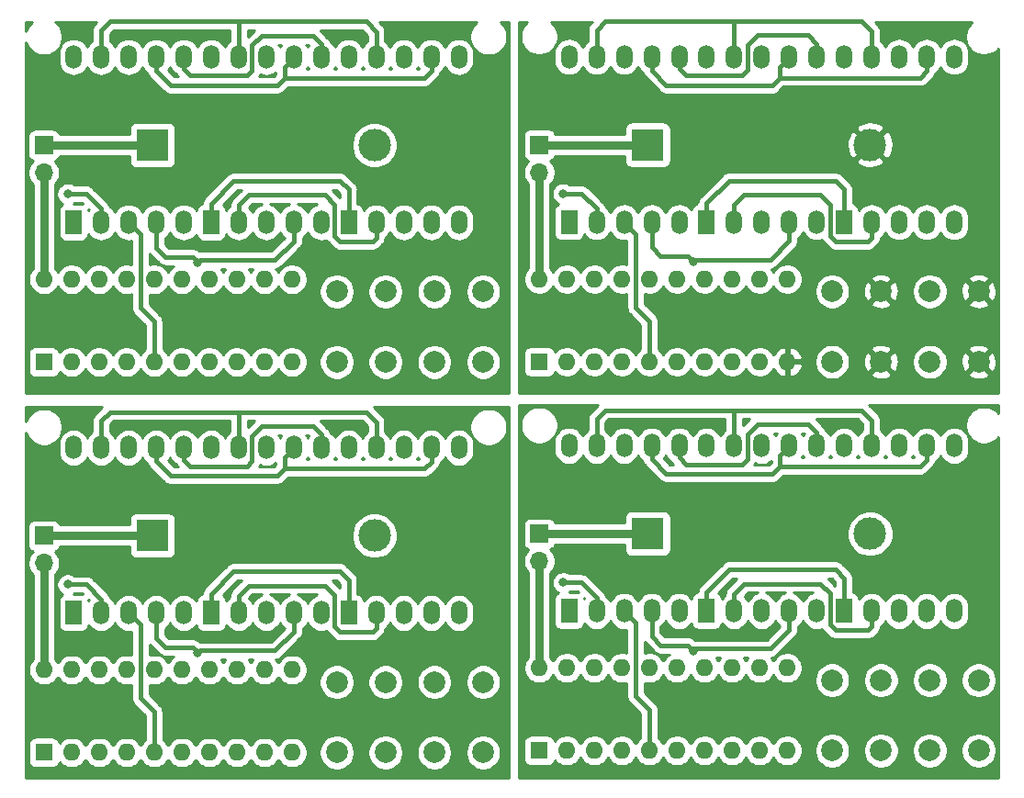
<source format=gbr>
G04 #@! TF.GenerationSoftware,KiCad,Pcbnew,(5.1.9)-1*
G04 #@! TF.CreationDate,2021-06-20T07:06:55+07:00*
G04 #@! TF.ProjectId,tally,74616c6c-792e-46b6-9963-61645f706362,rev?*
G04 #@! TF.SameCoordinates,Original*
G04 #@! TF.FileFunction,Copper,L2,Bot*
G04 #@! TF.FilePolarity,Positive*
%FSLAX46Y46*%
G04 Gerber Fmt 4.6, Leading zero omitted, Abs format (unit mm)*
G04 Created by KiCad (PCBNEW (5.1.9)-1) date 2021-06-20 07:06:55*
%MOMM*%
%LPD*%
G01*
G04 APERTURE LIST*
G04 #@! TA.AperFunction,ComponentPad*
%ADD10R,1.501140X2.199640*%
G04 #@! TD*
G04 #@! TA.AperFunction,ComponentPad*
%ADD11O,1.501140X2.199640*%
G04 #@! TD*
G04 #@! TA.AperFunction,ComponentPad*
%ADD12C,2.000000*%
G04 #@! TD*
G04 #@! TA.AperFunction,ComponentPad*
%ADD13O,1.700000X1.700000*%
G04 #@! TD*
G04 #@! TA.AperFunction,ComponentPad*
%ADD14R,1.700000X1.700000*%
G04 #@! TD*
G04 #@! TA.AperFunction,ComponentPad*
%ADD15R,3.000000X3.000000*%
G04 #@! TD*
G04 #@! TA.AperFunction,ComponentPad*
%ADD16C,3.000000*%
G04 #@! TD*
G04 #@! TA.AperFunction,ComponentPad*
%ADD17O,1.600000X1.600000*%
G04 #@! TD*
G04 #@! TA.AperFunction,ComponentPad*
%ADD18R,1.600000X1.600000*%
G04 #@! TD*
G04 #@! TA.AperFunction,ViaPad*
%ADD19C,0.800000*%
G04 #@! TD*
G04 #@! TA.AperFunction,Conductor*
%ADD20C,0.800000*%
G04 #@! TD*
G04 #@! TA.AperFunction,Conductor*
%ADD21C,0.400000*%
G04 #@! TD*
G04 #@! TA.AperFunction,Conductor*
%ADD22C,0.254000*%
G04 #@! TD*
G04 #@! TA.AperFunction,Conductor*
%ADD23C,0.100000*%
G04 #@! TD*
G04 #@! TA.AperFunction,NonConductor*
%ADD24C,0.254000*%
G04 #@! TD*
G04 #@! TA.AperFunction,NonConductor*
%ADD25C,0.100000*%
G04 #@! TD*
G04 APERTURE END LIST*
D10*
X174745000Y-83145000D03*
D11*
X177285000Y-83145000D03*
X179825000Y-83145000D03*
X182365000Y-83145000D03*
X184905000Y-83145000D03*
X184905000Y-67905000D03*
X182365000Y-67905000D03*
X179825000Y-67905000D03*
X177285000Y-67905000D03*
X174745000Y-67905000D03*
D12*
X186325000Y-89525000D03*
X190825000Y-89525000D03*
X186325000Y-96025000D03*
X190825000Y-96025000D03*
X199825000Y-96025000D03*
X195325000Y-96025000D03*
X199825000Y-89525000D03*
X195325000Y-89525000D03*
D13*
X159325000Y-78565000D03*
D14*
X159325000Y-76025000D03*
D15*
X169325000Y-76025000D03*
D16*
X189815000Y-76025000D03*
D17*
X159325000Y-88405000D03*
X182185000Y-96025000D03*
X161865000Y-88405000D03*
X179645000Y-96025000D03*
X164405000Y-88405000D03*
X177105000Y-96025000D03*
X166945000Y-88405000D03*
X174565000Y-96025000D03*
X169485000Y-88405000D03*
X172025000Y-96025000D03*
X172025000Y-88405000D03*
X169485000Y-96025000D03*
X174565000Y-88405000D03*
X166945000Y-96025000D03*
X177105000Y-88405000D03*
X164405000Y-96025000D03*
X179645000Y-88405000D03*
X161865000Y-96025000D03*
X182185000Y-88405000D03*
D18*
X159325000Y-96025000D03*
D11*
X187425000Y-67905000D03*
X189965000Y-67905000D03*
X192505000Y-67905000D03*
X195045000Y-67905000D03*
X197585000Y-67905000D03*
X197585000Y-83145000D03*
X195045000Y-83145000D03*
X192505000Y-83145000D03*
X189965000Y-83145000D03*
D10*
X187425000Y-83145000D03*
D11*
X162065000Y-67905000D03*
X164605000Y-67905000D03*
X167145000Y-67905000D03*
X169685000Y-67905000D03*
X172225000Y-67905000D03*
X172225000Y-83145000D03*
X169685000Y-83145000D03*
X167145000Y-83145000D03*
X164605000Y-83145000D03*
D10*
X162065000Y-83145000D03*
X174745000Y-47145000D03*
D11*
X177285000Y-47145000D03*
X179825000Y-47145000D03*
X182365000Y-47145000D03*
X184905000Y-47145000D03*
X184905000Y-31905000D03*
X182365000Y-31905000D03*
X179825000Y-31905000D03*
X177285000Y-31905000D03*
X174745000Y-31905000D03*
D12*
X186325000Y-53525000D03*
X190825000Y-53525000D03*
X186325000Y-60025000D03*
X190825000Y-60025000D03*
X199825000Y-60025000D03*
X195325000Y-60025000D03*
X199825000Y-53525000D03*
X195325000Y-53525000D03*
D13*
X159325000Y-42565000D03*
D14*
X159325000Y-40025000D03*
D15*
X169325000Y-40025000D03*
D16*
X189815000Y-40025000D03*
D17*
X159325000Y-52405000D03*
X182185000Y-60025000D03*
X161865000Y-52405000D03*
X179645000Y-60025000D03*
X164405000Y-52405000D03*
X177105000Y-60025000D03*
X166945000Y-52405000D03*
X174565000Y-60025000D03*
X169485000Y-52405000D03*
X172025000Y-60025000D03*
X172025000Y-52405000D03*
X169485000Y-60025000D03*
X174565000Y-52405000D03*
X166945000Y-60025000D03*
X177105000Y-52405000D03*
X164405000Y-60025000D03*
X179645000Y-52405000D03*
X161865000Y-60025000D03*
X182185000Y-52405000D03*
D18*
X159325000Y-60025000D03*
D11*
X187425000Y-31905000D03*
X189965000Y-31905000D03*
X192505000Y-31905000D03*
X195045000Y-31905000D03*
X197585000Y-31905000D03*
X197585000Y-47145000D03*
X195045000Y-47145000D03*
X192505000Y-47145000D03*
X189965000Y-47145000D03*
D10*
X187425000Y-47145000D03*
D11*
X162065000Y-31905000D03*
X164605000Y-31905000D03*
X167145000Y-31905000D03*
X169685000Y-31905000D03*
X172225000Y-31905000D03*
X172225000Y-47145000D03*
X169685000Y-47145000D03*
X167145000Y-47145000D03*
X164605000Y-47145000D03*
D10*
X162065000Y-47145000D03*
X220420000Y-82970000D03*
D11*
X222960000Y-82970000D03*
X225500000Y-82970000D03*
X228040000Y-82970000D03*
X230580000Y-82970000D03*
X230580000Y-67730000D03*
X228040000Y-67730000D03*
X225500000Y-67730000D03*
X222960000Y-67730000D03*
X220420000Y-67730000D03*
D12*
X232000000Y-89350000D03*
X236500000Y-89350000D03*
X232000000Y-95850000D03*
X236500000Y-95850000D03*
X245500000Y-95850000D03*
X241000000Y-95850000D03*
X245500000Y-89350000D03*
X241000000Y-89350000D03*
D13*
X205000000Y-78390000D03*
D14*
X205000000Y-75850000D03*
D15*
X215000000Y-75850000D03*
D16*
X235490000Y-75850000D03*
D17*
X205000000Y-88230000D03*
X227860000Y-95850000D03*
X207540000Y-88230000D03*
X225320000Y-95850000D03*
X210080000Y-88230000D03*
X222780000Y-95850000D03*
X212620000Y-88230000D03*
X220240000Y-95850000D03*
X215160000Y-88230000D03*
X217700000Y-95850000D03*
X217700000Y-88230000D03*
X215160000Y-95850000D03*
X220240000Y-88230000D03*
X212620000Y-95850000D03*
X222780000Y-88230000D03*
X210080000Y-95850000D03*
X225320000Y-88230000D03*
X207540000Y-95850000D03*
X227860000Y-88230000D03*
D18*
X205000000Y-95850000D03*
D11*
X233100000Y-67730000D03*
X235640000Y-67730000D03*
X238180000Y-67730000D03*
X240720000Y-67730000D03*
X243260000Y-67730000D03*
X243260000Y-82970000D03*
X240720000Y-82970000D03*
X238180000Y-82970000D03*
X235640000Y-82970000D03*
D10*
X233100000Y-82970000D03*
D11*
X207740000Y-67730000D03*
X210280000Y-67730000D03*
X212820000Y-67730000D03*
X215360000Y-67730000D03*
X217900000Y-67730000D03*
X217900000Y-82970000D03*
X215360000Y-82970000D03*
X212820000Y-82970000D03*
X210280000Y-82970000D03*
D10*
X207740000Y-82970000D03*
D16*
X235490000Y-40000000D03*
D15*
X215000000Y-40000000D03*
D14*
X205000000Y-40000000D03*
D13*
X205000000Y-42540000D03*
D12*
X241000000Y-53500000D03*
X245500000Y-53500000D03*
X241000000Y-60000000D03*
X245500000Y-60000000D03*
X236500000Y-60000000D03*
X232000000Y-60000000D03*
X236500000Y-53500000D03*
X232000000Y-53500000D03*
D18*
X205000000Y-60000000D03*
D17*
X227860000Y-52380000D03*
X207540000Y-60000000D03*
X225320000Y-52380000D03*
X210080000Y-60000000D03*
X222780000Y-52380000D03*
X212620000Y-60000000D03*
X220240000Y-52380000D03*
X215160000Y-60000000D03*
X217700000Y-52380000D03*
X217700000Y-60000000D03*
X215160000Y-52380000D03*
X220240000Y-60000000D03*
X212620000Y-52380000D03*
X222780000Y-60000000D03*
X210080000Y-52380000D03*
X225320000Y-60000000D03*
X207540000Y-52380000D03*
X227860000Y-60000000D03*
X205000000Y-52380000D03*
D10*
X233100000Y-47120000D03*
D11*
X235640000Y-47120000D03*
X238180000Y-47120000D03*
X240720000Y-47120000D03*
X243260000Y-47120000D03*
X243260000Y-31880000D03*
X240720000Y-31880000D03*
X238180000Y-31880000D03*
X235640000Y-31880000D03*
X233100000Y-31880000D03*
X220420000Y-31880000D03*
X222960000Y-31880000D03*
X225500000Y-31880000D03*
X228040000Y-31880000D03*
X230580000Y-31880000D03*
X230580000Y-47120000D03*
X228040000Y-47120000D03*
X225500000Y-47120000D03*
X222960000Y-47120000D03*
D10*
X220420000Y-47120000D03*
X207740000Y-47120000D03*
D11*
X210280000Y-47120000D03*
X212820000Y-47120000D03*
X215360000Y-47120000D03*
X217900000Y-47120000D03*
X217900000Y-31880000D03*
X215360000Y-31880000D03*
X212820000Y-31880000D03*
X210280000Y-31880000D03*
X207740000Y-31880000D03*
D19*
X219200000Y-86650000D03*
X207200000Y-80350000D03*
X173525000Y-50825000D03*
X161525000Y-44525000D03*
X173525000Y-86825000D03*
X161525000Y-80525000D03*
X219200000Y-50800000D03*
X207200000Y-44500000D03*
D20*
X215000000Y-75850000D02*
X205000000Y-75850000D01*
D21*
X213900000Y-84050000D02*
X212820000Y-82970000D01*
X213900000Y-90850000D02*
X213900000Y-84050000D01*
X215160000Y-95850000D02*
X215160000Y-92110000D01*
X215160000Y-92110000D02*
X213900000Y-90850000D01*
D20*
X205000000Y-78390000D02*
X205000000Y-88230000D01*
D21*
X227200000Y-68650000D02*
X227200000Y-69650000D01*
X216700000Y-70350000D02*
X226500000Y-70350000D01*
X215360000Y-67730000D02*
X215360000Y-69010000D01*
X228040000Y-67810000D02*
X227200000Y-68650000D01*
X227200000Y-69650000D02*
X240100000Y-69650000D01*
X228040000Y-67730000D02*
X228040000Y-67810000D01*
X226500000Y-70350000D02*
X227200000Y-69650000D01*
X240100000Y-69650000D02*
X240720000Y-69030000D01*
X240720000Y-69030000D02*
X240720000Y-67730000D01*
X215360000Y-69010000D02*
X216700000Y-70350000D01*
X224200000Y-68950000D02*
X224200000Y-66650000D01*
X217900000Y-68850000D02*
X218500000Y-69450000D01*
X230580000Y-66530000D02*
X230580000Y-67730000D01*
X217900000Y-67730000D02*
X217900000Y-68850000D01*
X218500000Y-69450000D02*
X223700000Y-69450000D01*
X223700000Y-69450000D02*
X224200000Y-68950000D01*
X225100000Y-65750000D02*
X229800000Y-65750000D01*
X224200000Y-66650000D02*
X225100000Y-65750000D01*
X229800000Y-65750000D02*
X230580000Y-66530000D01*
X216200000Y-86150000D02*
X215360000Y-85310000D01*
X228040000Y-84710000D02*
X226300000Y-86450000D01*
X215360000Y-85310000D02*
X215360000Y-82970000D01*
X228040000Y-82970000D02*
X228040000Y-84710000D01*
X219400000Y-86450000D02*
X219200000Y-86650000D01*
X218700000Y-86150000D02*
X216200000Y-86150000D01*
X219200000Y-86650000D02*
X218700000Y-86150000D01*
X226300000Y-86450000D02*
X219400000Y-86450000D01*
X207200000Y-80350000D02*
X208900000Y-80350000D01*
X210280000Y-81730000D02*
X210280000Y-82970000D01*
X208900000Y-80350000D02*
X210280000Y-81730000D01*
X231800000Y-81350000D02*
X231800000Y-84240392D01*
X222960000Y-82970000D02*
X222960000Y-81390000D01*
X235300000Y-84750000D02*
X235640000Y-84410000D01*
X222960000Y-81390000D02*
X223900000Y-80450000D01*
X232309608Y-84750000D02*
X235300000Y-84750000D01*
X235640000Y-84410000D02*
X235640000Y-82970000D01*
X230900000Y-80450000D02*
X231800000Y-81350000D01*
X223900000Y-80450000D02*
X230900000Y-80450000D01*
X231800000Y-84240392D02*
X232309608Y-84750000D01*
X220420000Y-81230000D02*
X222500000Y-79150000D01*
X222500000Y-79150000D02*
X232300000Y-79150000D01*
X232300000Y-79150000D02*
X233100000Y-79950000D01*
X233100000Y-79950000D02*
X233100000Y-82970000D01*
X220420000Y-82970000D02*
X220420000Y-81230000D01*
X234700000Y-64450000D02*
X235640000Y-65390000D01*
X210280000Y-65270000D02*
X211100000Y-64450000D01*
X211100000Y-64450000D02*
X222900000Y-64450000D01*
X222900000Y-64450000D02*
X234700000Y-64450000D01*
X210280000Y-67730000D02*
X210280000Y-65270000D01*
X235640000Y-65390000D02*
X235640000Y-67730000D01*
X222960000Y-67730000D02*
X222960000Y-64510000D01*
X222960000Y-64510000D02*
X222900000Y-64450000D01*
D20*
X169325000Y-40025000D02*
X159325000Y-40025000D01*
D21*
X168225000Y-48225000D02*
X167145000Y-47145000D01*
X168225000Y-55025000D02*
X168225000Y-48225000D01*
X169485000Y-60025000D02*
X169485000Y-56285000D01*
X169485000Y-56285000D02*
X168225000Y-55025000D01*
D20*
X159325000Y-42565000D02*
X159325000Y-52405000D01*
D21*
X181525000Y-32825000D02*
X181525000Y-33825000D01*
X171025000Y-34525000D02*
X180825000Y-34525000D01*
X169685000Y-31905000D02*
X169685000Y-33185000D01*
X182365000Y-31985000D02*
X181525000Y-32825000D01*
X181525000Y-33825000D02*
X194425000Y-33825000D01*
X182365000Y-31905000D02*
X182365000Y-31985000D01*
X180825000Y-34525000D02*
X181525000Y-33825000D01*
X194425000Y-33825000D02*
X195045000Y-33205000D01*
X195045000Y-33205000D02*
X195045000Y-31905000D01*
X169685000Y-33185000D02*
X171025000Y-34525000D01*
X178525000Y-33125000D02*
X178525000Y-30825000D01*
X172225000Y-33025000D02*
X172825000Y-33625000D01*
X184905000Y-30705000D02*
X184905000Y-31905000D01*
X172225000Y-31905000D02*
X172225000Y-33025000D01*
X172825000Y-33625000D02*
X178025000Y-33625000D01*
X178025000Y-33625000D02*
X178525000Y-33125000D01*
X179425000Y-29925000D02*
X184125000Y-29925000D01*
X178525000Y-30825000D02*
X179425000Y-29925000D01*
X184125000Y-29925000D02*
X184905000Y-30705000D01*
X170525000Y-50325000D02*
X169685000Y-49485000D01*
X182365000Y-48885000D02*
X180625000Y-50625000D01*
X169685000Y-49485000D02*
X169685000Y-47145000D01*
X182365000Y-47145000D02*
X182365000Y-48885000D01*
X173725000Y-50625000D02*
X173525000Y-50825000D01*
X173025000Y-50325000D02*
X170525000Y-50325000D01*
X173525000Y-50825000D02*
X173025000Y-50325000D01*
X180625000Y-50625000D02*
X173725000Y-50625000D01*
X161525000Y-44525000D02*
X163225000Y-44525000D01*
X164605000Y-45905000D02*
X164605000Y-47145000D01*
X163225000Y-44525000D02*
X164605000Y-45905000D01*
X186125000Y-45525000D02*
X186125000Y-48415392D01*
X177285000Y-47145000D02*
X177285000Y-45565000D01*
X189625000Y-48925000D02*
X189965000Y-48585000D01*
X177285000Y-45565000D02*
X178225000Y-44625000D01*
X186634608Y-48925000D02*
X189625000Y-48925000D01*
X189965000Y-48585000D02*
X189965000Y-47145000D01*
X185225000Y-44625000D02*
X186125000Y-45525000D01*
X178225000Y-44625000D02*
X185225000Y-44625000D01*
X186125000Y-48415392D02*
X186634608Y-48925000D01*
X174745000Y-45405000D02*
X176825000Y-43325000D01*
X176825000Y-43325000D02*
X186625000Y-43325000D01*
X186625000Y-43325000D02*
X187425000Y-44125000D01*
X187425000Y-44125000D02*
X187425000Y-47145000D01*
X174745000Y-47145000D02*
X174745000Y-45405000D01*
X189025000Y-28625000D02*
X189965000Y-29565000D01*
X164605000Y-29445000D02*
X165425000Y-28625000D01*
X165425000Y-28625000D02*
X177225000Y-28625000D01*
X177225000Y-28625000D02*
X189025000Y-28625000D01*
X164605000Y-31905000D02*
X164605000Y-29445000D01*
X189965000Y-29565000D02*
X189965000Y-31905000D01*
X177285000Y-31905000D02*
X177285000Y-28685000D01*
X177285000Y-28685000D02*
X177225000Y-28625000D01*
D20*
X169325000Y-76025000D02*
X159325000Y-76025000D01*
D21*
X168225000Y-84225000D02*
X167145000Y-83145000D01*
X168225000Y-91025000D02*
X168225000Y-84225000D01*
X169485000Y-96025000D02*
X169485000Y-92285000D01*
X169485000Y-92285000D02*
X168225000Y-91025000D01*
D20*
X159325000Y-78565000D02*
X159325000Y-88405000D01*
D21*
X181525000Y-68825000D02*
X181525000Y-69825000D01*
X171025000Y-70525000D02*
X180825000Y-70525000D01*
X169685000Y-67905000D02*
X169685000Y-69185000D01*
X182365000Y-67985000D02*
X181525000Y-68825000D01*
X181525000Y-69825000D02*
X194425000Y-69825000D01*
X182365000Y-67905000D02*
X182365000Y-67985000D01*
X180825000Y-70525000D02*
X181525000Y-69825000D01*
X194425000Y-69825000D02*
X195045000Y-69205000D01*
X195045000Y-69205000D02*
X195045000Y-67905000D01*
X169685000Y-69185000D02*
X171025000Y-70525000D01*
X178525000Y-69125000D02*
X178525000Y-66825000D01*
X172225000Y-69025000D02*
X172825000Y-69625000D01*
X184905000Y-66705000D02*
X184905000Y-67905000D01*
X172225000Y-67905000D02*
X172225000Y-69025000D01*
X172825000Y-69625000D02*
X178025000Y-69625000D01*
X178025000Y-69625000D02*
X178525000Y-69125000D01*
X179425000Y-65925000D02*
X184125000Y-65925000D01*
X178525000Y-66825000D02*
X179425000Y-65925000D01*
X184125000Y-65925000D02*
X184905000Y-66705000D01*
X170525000Y-86325000D02*
X169685000Y-85485000D01*
X182365000Y-84885000D02*
X180625000Y-86625000D01*
X169685000Y-85485000D02*
X169685000Y-83145000D01*
X182365000Y-83145000D02*
X182365000Y-84885000D01*
X173725000Y-86625000D02*
X173525000Y-86825000D01*
X173025000Y-86325000D02*
X170525000Y-86325000D01*
X173525000Y-86825000D02*
X173025000Y-86325000D01*
X180625000Y-86625000D02*
X173725000Y-86625000D01*
X161525000Y-80525000D02*
X163225000Y-80525000D01*
X164605000Y-81905000D02*
X164605000Y-83145000D01*
X163225000Y-80525000D02*
X164605000Y-81905000D01*
X186125000Y-81525000D02*
X186125000Y-84415392D01*
X177285000Y-83145000D02*
X177285000Y-81565000D01*
X189625000Y-84925000D02*
X189965000Y-84585000D01*
X177285000Y-81565000D02*
X178225000Y-80625000D01*
X186634608Y-84925000D02*
X189625000Y-84925000D01*
X189965000Y-84585000D02*
X189965000Y-83145000D01*
X185225000Y-80625000D02*
X186125000Y-81525000D01*
X178225000Y-80625000D02*
X185225000Y-80625000D01*
X186125000Y-84415392D02*
X186634608Y-84925000D01*
X174745000Y-81405000D02*
X176825000Y-79325000D01*
X176825000Y-79325000D02*
X186625000Y-79325000D01*
X186625000Y-79325000D02*
X187425000Y-80125000D01*
X187425000Y-80125000D02*
X187425000Y-83145000D01*
X174745000Y-83145000D02*
X174745000Y-81405000D01*
X189025000Y-64625000D02*
X189965000Y-65565000D01*
X164605000Y-65445000D02*
X165425000Y-64625000D01*
X165425000Y-64625000D02*
X177225000Y-64625000D01*
X177225000Y-64625000D02*
X189025000Y-64625000D01*
X164605000Y-67905000D02*
X164605000Y-65445000D01*
X189965000Y-65565000D02*
X189965000Y-67905000D01*
X177285000Y-67905000D02*
X177285000Y-64685000D01*
X177285000Y-64685000D02*
X177225000Y-64625000D01*
D20*
X215000000Y-40000000D02*
X205000000Y-40000000D01*
D21*
X215160000Y-60000000D02*
X215160000Y-56260000D01*
X215160000Y-56260000D02*
X213900000Y-55000000D01*
X213900000Y-48200000D02*
X212820000Y-47120000D01*
X213900000Y-55000000D02*
X213900000Y-48200000D01*
D20*
X205000000Y-42540000D02*
X205000000Y-52380000D01*
D21*
X240720000Y-33180000D02*
X240720000Y-31880000D01*
X240100000Y-33800000D02*
X240720000Y-33180000D01*
X228040000Y-31880000D02*
X228040000Y-31960000D01*
X227200000Y-32800000D02*
X227200000Y-33800000D01*
X228040000Y-31960000D02*
X227200000Y-32800000D01*
X227200000Y-33800000D02*
X240100000Y-33800000D01*
X226500000Y-34500000D02*
X227200000Y-33800000D01*
X216700000Y-34500000D02*
X226500000Y-34500000D01*
X215360000Y-33160000D02*
X216700000Y-34500000D01*
X215360000Y-31880000D02*
X215360000Y-33160000D01*
X217900000Y-31880000D02*
X217900000Y-33000000D01*
X217900000Y-33000000D02*
X218500000Y-33600000D01*
X218500000Y-33600000D02*
X223700000Y-33600000D01*
X223700000Y-33600000D02*
X224200000Y-33100000D01*
X224200000Y-33100000D02*
X224200000Y-30800000D01*
X224200000Y-30800000D02*
X225100000Y-29900000D01*
X225100000Y-29900000D02*
X229800000Y-29900000D01*
X230580000Y-30680000D02*
X230580000Y-31880000D01*
X229800000Y-29900000D02*
X230580000Y-30680000D01*
X219200000Y-50800000D02*
X218700000Y-50300000D01*
X218700000Y-50300000D02*
X216200000Y-50300000D01*
X215360000Y-49460000D02*
X215360000Y-47120000D01*
X216200000Y-50300000D02*
X215360000Y-49460000D01*
X219400000Y-50600000D02*
X219200000Y-50800000D01*
X226300000Y-50600000D02*
X219400000Y-50600000D01*
X228040000Y-48860000D02*
X226300000Y-50600000D01*
X228040000Y-47120000D02*
X228040000Y-48860000D01*
X207200000Y-44500000D02*
X208900000Y-44500000D01*
X210280000Y-45880000D02*
X210280000Y-47120000D01*
X208900000Y-44500000D02*
X210280000Y-45880000D01*
X222960000Y-47120000D02*
X222960000Y-45540000D01*
X222960000Y-45540000D02*
X223900000Y-44600000D01*
X223900000Y-44600000D02*
X230900000Y-44600000D01*
X230900000Y-44600000D02*
X231800000Y-45500000D01*
X231800000Y-48390392D02*
X232309608Y-48900000D01*
X231800000Y-45500000D02*
X231800000Y-48390392D01*
X232309608Y-48900000D02*
X235300000Y-48900000D01*
X235640000Y-48560000D02*
X235640000Y-47120000D01*
X235300000Y-48900000D02*
X235640000Y-48560000D01*
X220420000Y-47120000D02*
X220420000Y-45380000D01*
X220420000Y-45380000D02*
X222500000Y-43300000D01*
X222500000Y-43300000D02*
X232300000Y-43300000D01*
X233100000Y-44100000D02*
X233100000Y-47120000D01*
X232300000Y-43300000D02*
X233100000Y-44100000D01*
X210280000Y-31880000D02*
X210280000Y-29420000D01*
X210280000Y-29420000D02*
X211100000Y-28600000D01*
X235640000Y-29540000D02*
X235640000Y-31880000D01*
X234700000Y-28600000D02*
X235640000Y-29540000D01*
X222960000Y-28660000D02*
X222900000Y-28600000D01*
X222960000Y-31880000D02*
X222960000Y-28660000D01*
X222900000Y-28600000D02*
X234700000Y-28600000D01*
X211100000Y-28600000D02*
X222900000Y-28600000D01*
D22*
X203652337Y-28894002D02*
X203462463Y-29178169D01*
X203331675Y-29493919D01*
X203265000Y-29829117D01*
X203265000Y-30170883D01*
X203331675Y-30506081D01*
X203462463Y-30821831D01*
X203652337Y-31105998D01*
X203894002Y-31347663D01*
X204178169Y-31537537D01*
X204493919Y-31668325D01*
X204829117Y-31735000D01*
X205170883Y-31735000D01*
X205506081Y-31668325D01*
X205821831Y-31537537D01*
X206105998Y-31347663D01*
X206347663Y-31105998D01*
X206537537Y-30821831D01*
X206668325Y-30506081D01*
X206735000Y-30170883D01*
X206735000Y-29829117D01*
X206668325Y-29493919D01*
X206537537Y-29178169D01*
X206347663Y-28894002D01*
X206113661Y-28660000D01*
X209859133Y-28660000D01*
X209718574Y-28800559D01*
X209686710Y-28826709D01*
X209660562Y-28858571D01*
X209582364Y-28953855D01*
X209504828Y-29098914D01*
X209457082Y-29256312D01*
X209440960Y-29420000D01*
X209445001Y-29461028D01*
X209445001Y-30423583D01*
X209295514Y-30546265D01*
X209122366Y-30757245D01*
X209010000Y-30967468D01*
X208897634Y-30757244D01*
X208724485Y-30546264D01*
X208513505Y-30373116D01*
X208272799Y-30244457D01*
X208011618Y-30165228D01*
X207740000Y-30138476D01*
X207468381Y-30165228D01*
X207207200Y-30244457D01*
X206966494Y-30373116D01*
X206755514Y-30546265D01*
X206582366Y-30757245D01*
X206453707Y-30997951D01*
X206374478Y-31259132D01*
X206354430Y-31462684D01*
X206354430Y-32297317D01*
X206374478Y-32500869D01*
X206453707Y-32762050D01*
X206582366Y-33002756D01*
X206755515Y-33213736D01*
X206966495Y-33386884D01*
X207207201Y-33515543D01*
X207468382Y-33594772D01*
X207740000Y-33621524D01*
X208011619Y-33594772D01*
X208272800Y-33515543D01*
X208513506Y-33386884D01*
X208724486Y-33213736D01*
X208897634Y-33002756D01*
X209010000Y-32792532D01*
X209122366Y-33002756D01*
X209295515Y-33213736D01*
X209506495Y-33386884D01*
X209747201Y-33515543D01*
X210008382Y-33594772D01*
X210280000Y-33621524D01*
X210551619Y-33594772D01*
X210812800Y-33515543D01*
X211053506Y-33386884D01*
X211264486Y-33213736D01*
X211437634Y-33002756D01*
X211550000Y-32792532D01*
X211662366Y-33002756D01*
X211835515Y-33213736D01*
X212046495Y-33386884D01*
X212287201Y-33515543D01*
X212548382Y-33594772D01*
X212820000Y-33621524D01*
X213091619Y-33594772D01*
X213352800Y-33515543D01*
X213593506Y-33386884D01*
X213804486Y-33213736D01*
X213977634Y-33002756D01*
X214090000Y-32792532D01*
X214202366Y-33002756D01*
X214375515Y-33213736D01*
X214546228Y-33353837D01*
X214584828Y-33481086D01*
X214662364Y-33626145D01*
X214685907Y-33654832D01*
X214766710Y-33753291D01*
X214798574Y-33779441D01*
X216080558Y-35061426D01*
X216106709Y-35093291D01*
X216233854Y-35197636D01*
X216378913Y-35275172D01*
X216536311Y-35322918D01*
X216699999Y-35339040D01*
X216741018Y-35335000D01*
X226458982Y-35335000D01*
X226500000Y-35339040D01*
X226541018Y-35335000D01*
X226541019Y-35335000D01*
X226663689Y-35322918D01*
X226821087Y-35275172D01*
X226966146Y-35197636D01*
X227093291Y-35093291D01*
X227119446Y-35061422D01*
X227545868Y-34635000D01*
X240058982Y-34635000D01*
X240100000Y-34639040D01*
X240141018Y-34635000D01*
X240141019Y-34635000D01*
X240263689Y-34622918D01*
X240421087Y-34575172D01*
X240566146Y-34497636D01*
X240693291Y-34393291D01*
X240719446Y-34361422D01*
X241281427Y-33799441D01*
X241313291Y-33773291D01*
X241417636Y-33646146D01*
X241495172Y-33501087D01*
X241541850Y-33347209D01*
X241704486Y-33213736D01*
X241877634Y-33002756D01*
X241990000Y-32792532D01*
X242102366Y-33002756D01*
X242275515Y-33213736D01*
X242486495Y-33386884D01*
X242727201Y-33515543D01*
X242988382Y-33594772D01*
X243260000Y-33621524D01*
X243531619Y-33594772D01*
X243792800Y-33515543D01*
X244033506Y-33386884D01*
X244244486Y-33213736D01*
X244417634Y-33002756D01*
X244546293Y-32762050D01*
X244625522Y-32500868D01*
X244645570Y-32297316D01*
X244645570Y-31462683D01*
X244625522Y-31259131D01*
X244546293Y-30997950D01*
X244417634Y-30757244D01*
X244244485Y-30546264D01*
X244033505Y-30373116D01*
X243792799Y-30244457D01*
X243531618Y-30165228D01*
X243260000Y-30138476D01*
X242988381Y-30165228D01*
X242727200Y-30244457D01*
X242486494Y-30373116D01*
X242275514Y-30546265D01*
X242102366Y-30757245D01*
X241990000Y-30967468D01*
X241877634Y-30757244D01*
X241704485Y-30546264D01*
X241493505Y-30373116D01*
X241252799Y-30244457D01*
X240991618Y-30165228D01*
X240720000Y-30138476D01*
X240448381Y-30165228D01*
X240187200Y-30244457D01*
X239946494Y-30373116D01*
X239735514Y-30546265D01*
X239562366Y-30757245D01*
X239450000Y-30967468D01*
X239337634Y-30757244D01*
X239164485Y-30546264D01*
X238953505Y-30373116D01*
X238712799Y-30244457D01*
X238451618Y-30165228D01*
X238180000Y-30138476D01*
X237908381Y-30165228D01*
X237647200Y-30244457D01*
X237406494Y-30373116D01*
X237195514Y-30546265D01*
X237022366Y-30757245D01*
X236910000Y-30967468D01*
X236797634Y-30757244D01*
X236624485Y-30546264D01*
X236475000Y-30423584D01*
X236475000Y-29581018D01*
X236479040Y-29540000D01*
X236468586Y-29433855D01*
X236462918Y-29376311D01*
X236415172Y-29218913D01*
X236337636Y-29073854D01*
X236327054Y-29060960D01*
X236259439Y-28978570D01*
X236259437Y-28978568D01*
X236233291Y-28946709D01*
X236201433Y-28920564D01*
X235940868Y-28660000D01*
X244886339Y-28660000D01*
X244652337Y-28894002D01*
X244462463Y-29178169D01*
X244331675Y-29493919D01*
X244265000Y-29829117D01*
X244265000Y-30170883D01*
X244331675Y-30506081D01*
X244462463Y-30821831D01*
X244652337Y-31105998D01*
X244894002Y-31347663D01*
X245178169Y-31537537D01*
X245493919Y-31668325D01*
X245829117Y-31735000D01*
X246170883Y-31735000D01*
X246506081Y-31668325D01*
X246821831Y-31537537D01*
X247105998Y-31347663D01*
X247340000Y-31113661D01*
X247340000Y-62873000D01*
X203127000Y-62873000D01*
X203127000Y-39150000D01*
X203511928Y-39150000D01*
X203511928Y-40850000D01*
X203524188Y-40974482D01*
X203560498Y-41094180D01*
X203619463Y-41204494D01*
X203698815Y-41301185D01*
X203795506Y-41380537D01*
X203905820Y-41439502D01*
X203978380Y-41461513D01*
X203846525Y-41593368D01*
X203684010Y-41836589D01*
X203572068Y-42106842D01*
X203515000Y-42393740D01*
X203515000Y-42686260D01*
X203572068Y-42973158D01*
X203684010Y-43243411D01*
X203846525Y-43486632D01*
X203965000Y-43605107D01*
X203965001Y-51385603D01*
X203885363Y-51465241D01*
X203728320Y-51700273D01*
X203620147Y-51961426D01*
X203565000Y-52238665D01*
X203565000Y-52521335D01*
X203620147Y-52798574D01*
X203728320Y-53059727D01*
X203885363Y-53294759D01*
X204085241Y-53494637D01*
X204320273Y-53651680D01*
X204581426Y-53759853D01*
X204858665Y-53815000D01*
X205141335Y-53815000D01*
X205418574Y-53759853D01*
X205679727Y-53651680D01*
X205914759Y-53494637D01*
X206114637Y-53294759D01*
X206270000Y-53062241D01*
X206425363Y-53294759D01*
X206625241Y-53494637D01*
X206860273Y-53651680D01*
X207121426Y-53759853D01*
X207398665Y-53815000D01*
X207681335Y-53815000D01*
X207958574Y-53759853D01*
X208219727Y-53651680D01*
X208454759Y-53494637D01*
X208654637Y-53294759D01*
X208810000Y-53062241D01*
X208965363Y-53294759D01*
X209165241Y-53494637D01*
X209400273Y-53651680D01*
X209661426Y-53759853D01*
X209938665Y-53815000D01*
X210221335Y-53815000D01*
X210498574Y-53759853D01*
X210759727Y-53651680D01*
X210994759Y-53494637D01*
X211194637Y-53294759D01*
X211350000Y-53062241D01*
X211505363Y-53294759D01*
X211705241Y-53494637D01*
X211940273Y-53651680D01*
X212201426Y-53759853D01*
X212478665Y-53815000D01*
X212761335Y-53815000D01*
X213038574Y-53759853D01*
X213065000Y-53748907D01*
X213065000Y-54958981D01*
X213060960Y-55000000D01*
X213065000Y-55041018D01*
X213077082Y-55163688D01*
X213124828Y-55321086D01*
X213202364Y-55466145D01*
X213306709Y-55593291D01*
X213338579Y-55619446D01*
X214325001Y-56605869D01*
X214325000Y-58832070D01*
X214245241Y-58885363D01*
X214045363Y-59085241D01*
X213890000Y-59317759D01*
X213734637Y-59085241D01*
X213534759Y-58885363D01*
X213299727Y-58728320D01*
X213038574Y-58620147D01*
X212761335Y-58565000D01*
X212478665Y-58565000D01*
X212201426Y-58620147D01*
X211940273Y-58728320D01*
X211705241Y-58885363D01*
X211505363Y-59085241D01*
X211350000Y-59317759D01*
X211194637Y-59085241D01*
X210994759Y-58885363D01*
X210759727Y-58728320D01*
X210498574Y-58620147D01*
X210221335Y-58565000D01*
X209938665Y-58565000D01*
X209661426Y-58620147D01*
X209400273Y-58728320D01*
X209165241Y-58885363D01*
X208965363Y-59085241D01*
X208810000Y-59317759D01*
X208654637Y-59085241D01*
X208454759Y-58885363D01*
X208219727Y-58728320D01*
X207958574Y-58620147D01*
X207681335Y-58565000D01*
X207398665Y-58565000D01*
X207121426Y-58620147D01*
X206860273Y-58728320D01*
X206625241Y-58885363D01*
X206426643Y-59083961D01*
X206425812Y-59075518D01*
X206389502Y-58955820D01*
X206330537Y-58845506D01*
X206251185Y-58748815D01*
X206154494Y-58669463D01*
X206044180Y-58610498D01*
X205924482Y-58574188D01*
X205800000Y-58561928D01*
X204200000Y-58561928D01*
X204075518Y-58574188D01*
X203955820Y-58610498D01*
X203845506Y-58669463D01*
X203748815Y-58748815D01*
X203669463Y-58845506D01*
X203610498Y-58955820D01*
X203574188Y-59075518D01*
X203561928Y-59200000D01*
X203561928Y-60800000D01*
X203574188Y-60924482D01*
X203610498Y-61044180D01*
X203669463Y-61154494D01*
X203748815Y-61251185D01*
X203845506Y-61330537D01*
X203955820Y-61389502D01*
X204075518Y-61425812D01*
X204200000Y-61438072D01*
X205800000Y-61438072D01*
X205924482Y-61425812D01*
X206044180Y-61389502D01*
X206154494Y-61330537D01*
X206251185Y-61251185D01*
X206330537Y-61154494D01*
X206389502Y-61044180D01*
X206425812Y-60924482D01*
X206426643Y-60916039D01*
X206625241Y-61114637D01*
X206860273Y-61271680D01*
X207121426Y-61379853D01*
X207398665Y-61435000D01*
X207681335Y-61435000D01*
X207958574Y-61379853D01*
X208219727Y-61271680D01*
X208454759Y-61114637D01*
X208654637Y-60914759D01*
X208810000Y-60682241D01*
X208965363Y-60914759D01*
X209165241Y-61114637D01*
X209400273Y-61271680D01*
X209661426Y-61379853D01*
X209938665Y-61435000D01*
X210221335Y-61435000D01*
X210498574Y-61379853D01*
X210759727Y-61271680D01*
X210994759Y-61114637D01*
X211194637Y-60914759D01*
X211350000Y-60682241D01*
X211505363Y-60914759D01*
X211705241Y-61114637D01*
X211940273Y-61271680D01*
X212201426Y-61379853D01*
X212478665Y-61435000D01*
X212761335Y-61435000D01*
X213038574Y-61379853D01*
X213299727Y-61271680D01*
X213534759Y-61114637D01*
X213734637Y-60914759D01*
X213890000Y-60682241D01*
X214045363Y-60914759D01*
X214245241Y-61114637D01*
X214480273Y-61271680D01*
X214741426Y-61379853D01*
X215018665Y-61435000D01*
X215301335Y-61435000D01*
X215578574Y-61379853D01*
X215839727Y-61271680D01*
X216074759Y-61114637D01*
X216274637Y-60914759D01*
X216430000Y-60682241D01*
X216585363Y-60914759D01*
X216785241Y-61114637D01*
X217020273Y-61271680D01*
X217281426Y-61379853D01*
X217558665Y-61435000D01*
X217841335Y-61435000D01*
X218118574Y-61379853D01*
X218379727Y-61271680D01*
X218614759Y-61114637D01*
X218814637Y-60914759D01*
X218970000Y-60682241D01*
X219125363Y-60914759D01*
X219325241Y-61114637D01*
X219560273Y-61271680D01*
X219821426Y-61379853D01*
X220098665Y-61435000D01*
X220381335Y-61435000D01*
X220658574Y-61379853D01*
X220919727Y-61271680D01*
X221154759Y-61114637D01*
X221354637Y-60914759D01*
X221510000Y-60682241D01*
X221665363Y-60914759D01*
X221865241Y-61114637D01*
X222100273Y-61271680D01*
X222361426Y-61379853D01*
X222638665Y-61435000D01*
X222921335Y-61435000D01*
X223198574Y-61379853D01*
X223459727Y-61271680D01*
X223694759Y-61114637D01*
X223894637Y-60914759D01*
X224050000Y-60682241D01*
X224205363Y-60914759D01*
X224405241Y-61114637D01*
X224640273Y-61271680D01*
X224901426Y-61379853D01*
X225178665Y-61435000D01*
X225461335Y-61435000D01*
X225738574Y-61379853D01*
X225999727Y-61271680D01*
X226234759Y-61114637D01*
X226434637Y-60914759D01*
X226591680Y-60679727D01*
X226596067Y-60669135D01*
X226707615Y-60855131D01*
X226896586Y-61063519D01*
X227122580Y-61231037D01*
X227376913Y-61351246D01*
X227510961Y-61391904D01*
X227733000Y-61269915D01*
X227733000Y-60127000D01*
X227987000Y-60127000D01*
X227987000Y-61269915D01*
X228209039Y-61391904D01*
X228343087Y-61351246D01*
X228597420Y-61231037D01*
X228823414Y-61063519D01*
X229012385Y-60855131D01*
X229157070Y-60613881D01*
X229251909Y-60349040D01*
X229130624Y-60127000D01*
X227987000Y-60127000D01*
X227733000Y-60127000D01*
X227713000Y-60127000D01*
X227713000Y-59873000D01*
X227733000Y-59873000D01*
X227733000Y-58730085D01*
X227987000Y-58730085D01*
X227987000Y-59873000D01*
X229130624Y-59873000D01*
X229149213Y-59838967D01*
X230365000Y-59838967D01*
X230365000Y-60161033D01*
X230427832Y-60476912D01*
X230551082Y-60774463D01*
X230730013Y-61042252D01*
X230957748Y-61269987D01*
X231225537Y-61448918D01*
X231523088Y-61572168D01*
X231838967Y-61635000D01*
X232161033Y-61635000D01*
X232476912Y-61572168D01*
X232774463Y-61448918D01*
X233042252Y-61269987D01*
X233176826Y-61135413D01*
X235544192Y-61135413D01*
X235639956Y-61399814D01*
X235929571Y-61540704D01*
X236241108Y-61622384D01*
X236562595Y-61641718D01*
X236881675Y-61597961D01*
X237186088Y-61492795D01*
X237360044Y-61399814D01*
X237455808Y-61135413D01*
X236500000Y-60179605D01*
X235544192Y-61135413D01*
X233176826Y-61135413D01*
X233269987Y-61042252D01*
X233448918Y-60774463D01*
X233572168Y-60476912D01*
X233635000Y-60161033D01*
X233635000Y-60062595D01*
X234858282Y-60062595D01*
X234902039Y-60381675D01*
X235007205Y-60686088D01*
X235100186Y-60860044D01*
X235364587Y-60955808D01*
X236320395Y-60000000D01*
X236679605Y-60000000D01*
X237635413Y-60955808D01*
X237899814Y-60860044D01*
X238040704Y-60570429D01*
X238122384Y-60258892D01*
X238141718Y-59937405D01*
X238128219Y-59838967D01*
X239365000Y-59838967D01*
X239365000Y-60161033D01*
X239427832Y-60476912D01*
X239551082Y-60774463D01*
X239730013Y-61042252D01*
X239957748Y-61269987D01*
X240225537Y-61448918D01*
X240523088Y-61572168D01*
X240838967Y-61635000D01*
X241161033Y-61635000D01*
X241476912Y-61572168D01*
X241774463Y-61448918D01*
X242042252Y-61269987D01*
X242176826Y-61135413D01*
X244544192Y-61135413D01*
X244639956Y-61399814D01*
X244929571Y-61540704D01*
X245241108Y-61622384D01*
X245562595Y-61641718D01*
X245881675Y-61597961D01*
X246186088Y-61492795D01*
X246360044Y-61399814D01*
X246455808Y-61135413D01*
X245500000Y-60179605D01*
X244544192Y-61135413D01*
X242176826Y-61135413D01*
X242269987Y-61042252D01*
X242448918Y-60774463D01*
X242572168Y-60476912D01*
X242635000Y-60161033D01*
X242635000Y-60062595D01*
X243858282Y-60062595D01*
X243902039Y-60381675D01*
X244007205Y-60686088D01*
X244100186Y-60860044D01*
X244364587Y-60955808D01*
X245320395Y-60000000D01*
X245679605Y-60000000D01*
X246635413Y-60955808D01*
X246899814Y-60860044D01*
X247040704Y-60570429D01*
X247122384Y-60258892D01*
X247141718Y-59937405D01*
X247097961Y-59618325D01*
X246992795Y-59313912D01*
X246899814Y-59139956D01*
X246635413Y-59044192D01*
X245679605Y-60000000D01*
X245320395Y-60000000D01*
X244364587Y-59044192D01*
X244100186Y-59139956D01*
X243959296Y-59429571D01*
X243877616Y-59741108D01*
X243858282Y-60062595D01*
X242635000Y-60062595D01*
X242635000Y-59838967D01*
X242572168Y-59523088D01*
X242448918Y-59225537D01*
X242269987Y-58957748D01*
X242176826Y-58864587D01*
X244544192Y-58864587D01*
X245500000Y-59820395D01*
X246455808Y-58864587D01*
X246360044Y-58600186D01*
X246070429Y-58459296D01*
X245758892Y-58377616D01*
X245437405Y-58358282D01*
X245118325Y-58402039D01*
X244813912Y-58507205D01*
X244639956Y-58600186D01*
X244544192Y-58864587D01*
X242176826Y-58864587D01*
X242042252Y-58730013D01*
X241774463Y-58551082D01*
X241476912Y-58427832D01*
X241161033Y-58365000D01*
X240838967Y-58365000D01*
X240523088Y-58427832D01*
X240225537Y-58551082D01*
X239957748Y-58730013D01*
X239730013Y-58957748D01*
X239551082Y-59225537D01*
X239427832Y-59523088D01*
X239365000Y-59838967D01*
X238128219Y-59838967D01*
X238097961Y-59618325D01*
X237992795Y-59313912D01*
X237899814Y-59139956D01*
X237635413Y-59044192D01*
X236679605Y-60000000D01*
X236320395Y-60000000D01*
X235364587Y-59044192D01*
X235100186Y-59139956D01*
X234959296Y-59429571D01*
X234877616Y-59741108D01*
X234858282Y-60062595D01*
X233635000Y-60062595D01*
X233635000Y-59838967D01*
X233572168Y-59523088D01*
X233448918Y-59225537D01*
X233269987Y-58957748D01*
X233176826Y-58864587D01*
X235544192Y-58864587D01*
X236500000Y-59820395D01*
X237455808Y-58864587D01*
X237360044Y-58600186D01*
X237070429Y-58459296D01*
X236758892Y-58377616D01*
X236437405Y-58358282D01*
X236118325Y-58402039D01*
X235813912Y-58507205D01*
X235639956Y-58600186D01*
X235544192Y-58864587D01*
X233176826Y-58864587D01*
X233042252Y-58730013D01*
X232774463Y-58551082D01*
X232476912Y-58427832D01*
X232161033Y-58365000D01*
X231838967Y-58365000D01*
X231523088Y-58427832D01*
X231225537Y-58551082D01*
X230957748Y-58730013D01*
X230730013Y-58957748D01*
X230551082Y-59225537D01*
X230427832Y-59523088D01*
X230365000Y-59838967D01*
X229149213Y-59838967D01*
X229251909Y-59650960D01*
X229157070Y-59386119D01*
X229012385Y-59144869D01*
X228823414Y-58936481D01*
X228597420Y-58768963D01*
X228343087Y-58648754D01*
X228209039Y-58608096D01*
X227987000Y-58730085D01*
X227733000Y-58730085D01*
X227510961Y-58608096D01*
X227376913Y-58648754D01*
X227122580Y-58768963D01*
X226896586Y-58936481D01*
X226707615Y-59144869D01*
X226596067Y-59330865D01*
X226591680Y-59320273D01*
X226434637Y-59085241D01*
X226234759Y-58885363D01*
X225999727Y-58728320D01*
X225738574Y-58620147D01*
X225461335Y-58565000D01*
X225178665Y-58565000D01*
X224901426Y-58620147D01*
X224640273Y-58728320D01*
X224405241Y-58885363D01*
X224205363Y-59085241D01*
X224050000Y-59317759D01*
X223894637Y-59085241D01*
X223694759Y-58885363D01*
X223459727Y-58728320D01*
X223198574Y-58620147D01*
X222921335Y-58565000D01*
X222638665Y-58565000D01*
X222361426Y-58620147D01*
X222100273Y-58728320D01*
X221865241Y-58885363D01*
X221665363Y-59085241D01*
X221510000Y-59317759D01*
X221354637Y-59085241D01*
X221154759Y-58885363D01*
X220919727Y-58728320D01*
X220658574Y-58620147D01*
X220381335Y-58565000D01*
X220098665Y-58565000D01*
X219821426Y-58620147D01*
X219560273Y-58728320D01*
X219325241Y-58885363D01*
X219125363Y-59085241D01*
X218970000Y-59317759D01*
X218814637Y-59085241D01*
X218614759Y-58885363D01*
X218379727Y-58728320D01*
X218118574Y-58620147D01*
X217841335Y-58565000D01*
X217558665Y-58565000D01*
X217281426Y-58620147D01*
X217020273Y-58728320D01*
X216785241Y-58885363D01*
X216585363Y-59085241D01*
X216430000Y-59317759D01*
X216274637Y-59085241D01*
X216074759Y-58885363D01*
X215995000Y-58832070D01*
X215995000Y-56301018D01*
X215999040Y-56259999D01*
X215982918Y-56096311D01*
X215935172Y-55938913D01*
X215857636Y-55793854D01*
X215842304Y-55775172D01*
X215753291Y-55666709D01*
X215721426Y-55640558D01*
X214735000Y-54654133D01*
X214735000Y-53757191D01*
X214741426Y-53759853D01*
X215018665Y-53815000D01*
X215301335Y-53815000D01*
X215578574Y-53759853D01*
X215839727Y-53651680D01*
X216074759Y-53494637D01*
X216274637Y-53294759D01*
X216430000Y-53062241D01*
X216585363Y-53294759D01*
X216785241Y-53494637D01*
X217020273Y-53651680D01*
X217281426Y-53759853D01*
X217558665Y-53815000D01*
X217841335Y-53815000D01*
X218118574Y-53759853D01*
X218379727Y-53651680D01*
X218614759Y-53494637D01*
X218814637Y-53294759D01*
X218970000Y-53062241D01*
X219125363Y-53294759D01*
X219325241Y-53494637D01*
X219560273Y-53651680D01*
X219821426Y-53759853D01*
X220098665Y-53815000D01*
X220381335Y-53815000D01*
X220658574Y-53759853D01*
X220919727Y-53651680D01*
X221154759Y-53494637D01*
X221354637Y-53294759D01*
X221510000Y-53062241D01*
X221665363Y-53294759D01*
X221865241Y-53494637D01*
X222100273Y-53651680D01*
X222361426Y-53759853D01*
X222638665Y-53815000D01*
X222921335Y-53815000D01*
X223198574Y-53759853D01*
X223459727Y-53651680D01*
X223694759Y-53494637D01*
X223894637Y-53294759D01*
X224050000Y-53062241D01*
X224205363Y-53294759D01*
X224405241Y-53494637D01*
X224640273Y-53651680D01*
X224901426Y-53759853D01*
X225178665Y-53815000D01*
X225461335Y-53815000D01*
X225738574Y-53759853D01*
X225999727Y-53651680D01*
X226234759Y-53494637D01*
X226434637Y-53294759D01*
X226590000Y-53062241D01*
X226745363Y-53294759D01*
X226945241Y-53494637D01*
X227180273Y-53651680D01*
X227441426Y-53759853D01*
X227718665Y-53815000D01*
X228001335Y-53815000D01*
X228278574Y-53759853D01*
X228539727Y-53651680D01*
X228774759Y-53494637D01*
X228930429Y-53338967D01*
X230365000Y-53338967D01*
X230365000Y-53661033D01*
X230427832Y-53976912D01*
X230551082Y-54274463D01*
X230730013Y-54542252D01*
X230957748Y-54769987D01*
X231225537Y-54948918D01*
X231523088Y-55072168D01*
X231838967Y-55135000D01*
X232161033Y-55135000D01*
X232476912Y-55072168D01*
X232774463Y-54948918D01*
X233042252Y-54769987D01*
X233176826Y-54635413D01*
X235544192Y-54635413D01*
X235639956Y-54899814D01*
X235929571Y-55040704D01*
X236241108Y-55122384D01*
X236562595Y-55141718D01*
X236881675Y-55097961D01*
X237186088Y-54992795D01*
X237360044Y-54899814D01*
X237455808Y-54635413D01*
X236500000Y-53679605D01*
X235544192Y-54635413D01*
X233176826Y-54635413D01*
X233269987Y-54542252D01*
X233448918Y-54274463D01*
X233572168Y-53976912D01*
X233635000Y-53661033D01*
X233635000Y-53562595D01*
X234858282Y-53562595D01*
X234902039Y-53881675D01*
X235007205Y-54186088D01*
X235100186Y-54360044D01*
X235364587Y-54455808D01*
X236320395Y-53500000D01*
X236679605Y-53500000D01*
X237635413Y-54455808D01*
X237899814Y-54360044D01*
X238040704Y-54070429D01*
X238122384Y-53758892D01*
X238141718Y-53437405D01*
X238128219Y-53338967D01*
X239365000Y-53338967D01*
X239365000Y-53661033D01*
X239427832Y-53976912D01*
X239551082Y-54274463D01*
X239730013Y-54542252D01*
X239957748Y-54769987D01*
X240225537Y-54948918D01*
X240523088Y-55072168D01*
X240838967Y-55135000D01*
X241161033Y-55135000D01*
X241476912Y-55072168D01*
X241774463Y-54948918D01*
X242042252Y-54769987D01*
X242176826Y-54635413D01*
X244544192Y-54635413D01*
X244639956Y-54899814D01*
X244929571Y-55040704D01*
X245241108Y-55122384D01*
X245562595Y-55141718D01*
X245881675Y-55097961D01*
X246186088Y-54992795D01*
X246360044Y-54899814D01*
X246455808Y-54635413D01*
X245500000Y-53679605D01*
X244544192Y-54635413D01*
X242176826Y-54635413D01*
X242269987Y-54542252D01*
X242448918Y-54274463D01*
X242572168Y-53976912D01*
X242635000Y-53661033D01*
X242635000Y-53562595D01*
X243858282Y-53562595D01*
X243902039Y-53881675D01*
X244007205Y-54186088D01*
X244100186Y-54360044D01*
X244364587Y-54455808D01*
X245320395Y-53500000D01*
X245679605Y-53500000D01*
X246635413Y-54455808D01*
X246899814Y-54360044D01*
X247040704Y-54070429D01*
X247122384Y-53758892D01*
X247141718Y-53437405D01*
X247097961Y-53118325D01*
X246992795Y-52813912D01*
X246899814Y-52639956D01*
X246635413Y-52544192D01*
X245679605Y-53500000D01*
X245320395Y-53500000D01*
X244364587Y-52544192D01*
X244100186Y-52639956D01*
X243959296Y-52929571D01*
X243877616Y-53241108D01*
X243858282Y-53562595D01*
X242635000Y-53562595D01*
X242635000Y-53338967D01*
X242572168Y-53023088D01*
X242448918Y-52725537D01*
X242269987Y-52457748D01*
X242176826Y-52364587D01*
X244544192Y-52364587D01*
X245500000Y-53320395D01*
X246455808Y-52364587D01*
X246360044Y-52100186D01*
X246070429Y-51959296D01*
X245758892Y-51877616D01*
X245437405Y-51858282D01*
X245118325Y-51902039D01*
X244813912Y-52007205D01*
X244639956Y-52100186D01*
X244544192Y-52364587D01*
X242176826Y-52364587D01*
X242042252Y-52230013D01*
X241774463Y-52051082D01*
X241476912Y-51927832D01*
X241161033Y-51865000D01*
X240838967Y-51865000D01*
X240523088Y-51927832D01*
X240225537Y-52051082D01*
X239957748Y-52230013D01*
X239730013Y-52457748D01*
X239551082Y-52725537D01*
X239427832Y-53023088D01*
X239365000Y-53338967D01*
X238128219Y-53338967D01*
X238097961Y-53118325D01*
X237992795Y-52813912D01*
X237899814Y-52639956D01*
X237635413Y-52544192D01*
X236679605Y-53500000D01*
X236320395Y-53500000D01*
X235364587Y-52544192D01*
X235100186Y-52639956D01*
X234959296Y-52929571D01*
X234877616Y-53241108D01*
X234858282Y-53562595D01*
X233635000Y-53562595D01*
X233635000Y-53338967D01*
X233572168Y-53023088D01*
X233448918Y-52725537D01*
X233269987Y-52457748D01*
X233176826Y-52364587D01*
X235544192Y-52364587D01*
X236500000Y-53320395D01*
X237455808Y-52364587D01*
X237360044Y-52100186D01*
X237070429Y-51959296D01*
X236758892Y-51877616D01*
X236437405Y-51858282D01*
X236118325Y-51902039D01*
X235813912Y-52007205D01*
X235639956Y-52100186D01*
X235544192Y-52364587D01*
X233176826Y-52364587D01*
X233042252Y-52230013D01*
X232774463Y-52051082D01*
X232476912Y-51927832D01*
X232161033Y-51865000D01*
X231838967Y-51865000D01*
X231523088Y-51927832D01*
X231225537Y-52051082D01*
X230957748Y-52230013D01*
X230730013Y-52457748D01*
X230551082Y-52725537D01*
X230427832Y-53023088D01*
X230365000Y-53338967D01*
X228930429Y-53338967D01*
X228974637Y-53294759D01*
X229131680Y-53059727D01*
X229239853Y-52798574D01*
X229295000Y-52521335D01*
X229295000Y-52238665D01*
X229239853Y-51961426D01*
X229131680Y-51700273D01*
X228974637Y-51465241D01*
X228774759Y-51265363D01*
X228539727Y-51108320D01*
X228278574Y-51000147D01*
X228001335Y-50945000D01*
X227718665Y-50945000D01*
X227441426Y-51000147D01*
X227180273Y-51108320D01*
X226945241Y-51265363D01*
X226745363Y-51465241D01*
X226590000Y-51697759D01*
X226434637Y-51465241D01*
X226398714Y-51429318D01*
X226463689Y-51422918D01*
X226621087Y-51375172D01*
X226766146Y-51297636D01*
X226893291Y-51193291D01*
X226919446Y-51161421D01*
X228601432Y-49479437D01*
X228633291Y-49453291D01*
X228737636Y-49326146D01*
X228815172Y-49181087D01*
X228862918Y-49023689D01*
X228875000Y-48901019D01*
X228875000Y-48901018D01*
X228879040Y-48860000D01*
X228875000Y-48818982D01*
X228875000Y-48576417D01*
X229024486Y-48453736D01*
X229197634Y-48242756D01*
X229310000Y-48032532D01*
X229422366Y-48242756D01*
X229595515Y-48453736D01*
X229806495Y-48626884D01*
X230047201Y-48755543D01*
X230308382Y-48834772D01*
X230580000Y-48861524D01*
X230851619Y-48834772D01*
X231057369Y-48772358D01*
X231102364Y-48856537D01*
X231102365Y-48856538D01*
X231206710Y-48983683D01*
X231238574Y-49009833D01*
X231690166Y-49461426D01*
X231716317Y-49493291D01*
X231843462Y-49597636D01*
X231988521Y-49675172D01*
X232145919Y-49722918D01*
X232268589Y-49735000D01*
X232268590Y-49735000D01*
X232309608Y-49739040D01*
X232350626Y-49735000D01*
X235258982Y-49735000D01*
X235300000Y-49739040D01*
X235341018Y-49735000D01*
X235341019Y-49735000D01*
X235463689Y-49722918D01*
X235621087Y-49675172D01*
X235766146Y-49597636D01*
X235893291Y-49493291D01*
X235919445Y-49461422D01*
X236201427Y-49179441D01*
X236233291Y-49153291D01*
X236337636Y-49026146D01*
X236415172Y-48881087D01*
X236462918Y-48723689D01*
X236475000Y-48601019D01*
X236475000Y-48601018D01*
X236477636Y-48574253D01*
X236624486Y-48453736D01*
X236797634Y-48242756D01*
X236910000Y-48032532D01*
X237022366Y-48242756D01*
X237195515Y-48453736D01*
X237406495Y-48626884D01*
X237647201Y-48755543D01*
X237908382Y-48834772D01*
X238180000Y-48861524D01*
X238451619Y-48834772D01*
X238712800Y-48755543D01*
X238953506Y-48626884D01*
X239164486Y-48453736D01*
X239337634Y-48242756D01*
X239450000Y-48032532D01*
X239562366Y-48242756D01*
X239735515Y-48453736D01*
X239946495Y-48626884D01*
X240187201Y-48755543D01*
X240448382Y-48834772D01*
X240720000Y-48861524D01*
X240991619Y-48834772D01*
X241252800Y-48755543D01*
X241493506Y-48626884D01*
X241704486Y-48453736D01*
X241877634Y-48242756D01*
X241990000Y-48032532D01*
X242102366Y-48242756D01*
X242275515Y-48453736D01*
X242486495Y-48626884D01*
X242727201Y-48755543D01*
X242988382Y-48834772D01*
X243260000Y-48861524D01*
X243531619Y-48834772D01*
X243792800Y-48755543D01*
X244033506Y-48626884D01*
X244244486Y-48453736D01*
X244417634Y-48242756D01*
X244546293Y-48002050D01*
X244625522Y-47740868D01*
X244645570Y-47537316D01*
X244645570Y-46702683D01*
X244625522Y-46499131D01*
X244546293Y-46237950D01*
X244417634Y-45997244D01*
X244244485Y-45786264D01*
X244033505Y-45613116D01*
X243792799Y-45484457D01*
X243531618Y-45405228D01*
X243260000Y-45378476D01*
X242988381Y-45405228D01*
X242727200Y-45484457D01*
X242486494Y-45613116D01*
X242275514Y-45786265D01*
X242102366Y-45997245D01*
X241990000Y-46207468D01*
X241877634Y-45997244D01*
X241704485Y-45786264D01*
X241493505Y-45613116D01*
X241252799Y-45484457D01*
X240991618Y-45405228D01*
X240720000Y-45378476D01*
X240448381Y-45405228D01*
X240187200Y-45484457D01*
X239946494Y-45613116D01*
X239735514Y-45786265D01*
X239562366Y-45997245D01*
X239450000Y-46207468D01*
X239337634Y-45997244D01*
X239164485Y-45786264D01*
X238953505Y-45613116D01*
X238712799Y-45484457D01*
X238451618Y-45405228D01*
X238180000Y-45378476D01*
X237908381Y-45405228D01*
X237647200Y-45484457D01*
X237406494Y-45613116D01*
X237195514Y-45786265D01*
X237022366Y-45997245D01*
X236910000Y-46207468D01*
X236797634Y-45997244D01*
X236624485Y-45786264D01*
X236413505Y-45613116D01*
X236172799Y-45484457D01*
X235911618Y-45405228D01*
X235640000Y-45378476D01*
X235368381Y-45405228D01*
X235107200Y-45484457D01*
X234866494Y-45613116D01*
X234655514Y-45786265D01*
X234485953Y-45992875D01*
X234476382Y-45895698D01*
X234440072Y-45776000D01*
X234381107Y-45665686D01*
X234301755Y-45568995D01*
X234205064Y-45489643D01*
X234094750Y-45430678D01*
X233975052Y-45394368D01*
X233935000Y-45390423D01*
X233935000Y-44141018D01*
X233939040Y-44100000D01*
X233922918Y-43936311D01*
X233875172Y-43778913D01*
X233797636Y-43633854D01*
X233719439Y-43538570D01*
X233719437Y-43538568D01*
X233693291Y-43506709D01*
X233661433Y-43480564D01*
X232919445Y-42738578D01*
X232893291Y-42706709D01*
X232766146Y-42602364D01*
X232621087Y-42524828D01*
X232463689Y-42477082D01*
X232341019Y-42465000D01*
X232341018Y-42465000D01*
X232300000Y-42460960D01*
X232258982Y-42465000D01*
X222541015Y-42465000D01*
X222499999Y-42460960D01*
X222458983Y-42465000D01*
X222458981Y-42465000D01*
X222336311Y-42477082D01*
X222178913Y-42524828D01*
X222033854Y-42602364D01*
X221906709Y-42706709D01*
X221880559Y-42738573D01*
X219858574Y-44760559D01*
X219826710Y-44786709D01*
X219800562Y-44818571D01*
X219722364Y-44913855D01*
X219644828Y-45058914D01*
X219597082Y-45216312D01*
X219580960Y-45380000D01*
X219582016Y-45390717D01*
X219544948Y-45394368D01*
X219425250Y-45430678D01*
X219314936Y-45489643D01*
X219218245Y-45568995D01*
X219138893Y-45665686D01*
X219079928Y-45776000D01*
X219043618Y-45895698D01*
X219036190Y-45971115D01*
X218884485Y-45786264D01*
X218673505Y-45613116D01*
X218432799Y-45484457D01*
X218171618Y-45405228D01*
X217900000Y-45378476D01*
X217628381Y-45405228D01*
X217367200Y-45484457D01*
X217126494Y-45613116D01*
X216915514Y-45786265D01*
X216742366Y-45997245D01*
X216630000Y-46207468D01*
X216517634Y-45997244D01*
X216344485Y-45786264D01*
X216133505Y-45613116D01*
X215892799Y-45484457D01*
X215631618Y-45405228D01*
X215360000Y-45378476D01*
X215088381Y-45405228D01*
X214827200Y-45484457D01*
X214586494Y-45613116D01*
X214375514Y-45786265D01*
X214202366Y-45997245D01*
X214090000Y-46207468D01*
X213977634Y-45997244D01*
X213804485Y-45786264D01*
X213593505Y-45613116D01*
X213352799Y-45484457D01*
X213091618Y-45405228D01*
X212820000Y-45378476D01*
X212548381Y-45405228D01*
X212287200Y-45484457D01*
X212046494Y-45613116D01*
X211835514Y-45786265D01*
X211662366Y-45997245D01*
X211550000Y-46207468D01*
X211437634Y-45997244D01*
X211264485Y-45786264D01*
X211077617Y-45632904D01*
X211055172Y-45558913D01*
X210977636Y-45413854D01*
X210945891Y-45375172D01*
X210899439Y-45318570D01*
X210899437Y-45318568D01*
X210873291Y-45286709D01*
X210841433Y-45260564D01*
X209519446Y-43938578D01*
X209493291Y-43906709D01*
X209366146Y-43802364D01*
X209221087Y-43724828D01*
X209063689Y-43677082D01*
X208941019Y-43665000D01*
X208941018Y-43665000D01*
X208900000Y-43660960D01*
X208858982Y-43665000D01*
X207813285Y-43665000D01*
X207690256Y-43582795D01*
X207501898Y-43504774D01*
X207301939Y-43465000D01*
X207098061Y-43465000D01*
X206898102Y-43504774D01*
X206709744Y-43582795D01*
X206540226Y-43696063D01*
X206396063Y-43840226D01*
X206282795Y-44009744D01*
X206204774Y-44198102D01*
X206165000Y-44398061D01*
X206165000Y-44601939D01*
X206204774Y-44801898D01*
X206282795Y-44990256D01*
X206396063Y-45159774D01*
X206540226Y-45303937D01*
X206709744Y-45417205D01*
X206743949Y-45431373D01*
X206634936Y-45489643D01*
X206538245Y-45568995D01*
X206458893Y-45665686D01*
X206399928Y-45776000D01*
X206363618Y-45895698D01*
X206351358Y-46020180D01*
X206351358Y-48219820D01*
X206363618Y-48344302D01*
X206399928Y-48464000D01*
X206458893Y-48574314D01*
X206538245Y-48671005D01*
X206634936Y-48750357D01*
X206745250Y-48809322D01*
X206864948Y-48845632D01*
X206989430Y-48857892D01*
X208490570Y-48857892D01*
X208615052Y-48845632D01*
X208734750Y-48809322D01*
X208845064Y-48750357D01*
X208941755Y-48671005D01*
X209021107Y-48574314D01*
X209080072Y-48464000D01*
X209116382Y-48344302D01*
X209125953Y-48247126D01*
X209295515Y-48453736D01*
X209506495Y-48626884D01*
X209747201Y-48755543D01*
X210008382Y-48834772D01*
X210280000Y-48861524D01*
X210551619Y-48834772D01*
X210812800Y-48755543D01*
X211053506Y-48626884D01*
X211264486Y-48453736D01*
X211437634Y-48242756D01*
X211550000Y-48032532D01*
X211662366Y-48242756D01*
X211835515Y-48453736D01*
X212046495Y-48626884D01*
X212287201Y-48755543D01*
X212548382Y-48834772D01*
X212820000Y-48861524D01*
X213065001Y-48837394D01*
X213065001Y-51011093D01*
X213038574Y-51000147D01*
X212761335Y-50945000D01*
X212478665Y-50945000D01*
X212201426Y-51000147D01*
X211940273Y-51108320D01*
X211705241Y-51265363D01*
X211505363Y-51465241D01*
X211350000Y-51697759D01*
X211194637Y-51465241D01*
X210994759Y-51265363D01*
X210759727Y-51108320D01*
X210498574Y-51000147D01*
X210221335Y-50945000D01*
X209938665Y-50945000D01*
X209661426Y-51000147D01*
X209400273Y-51108320D01*
X209165241Y-51265363D01*
X208965363Y-51465241D01*
X208810000Y-51697759D01*
X208654637Y-51465241D01*
X208454759Y-51265363D01*
X208219727Y-51108320D01*
X207958574Y-51000147D01*
X207681335Y-50945000D01*
X207398665Y-50945000D01*
X207121426Y-51000147D01*
X206860273Y-51108320D01*
X206625241Y-51265363D01*
X206425363Y-51465241D01*
X206270000Y-51697759D01*
X206114637Y-51465241D01*
X206035000Y-51385604D01*
X206035000Y-43605107D01*
X206153475Y-43486632D01*
X206315990Y-43243411D01*
X206427932Y-42973158D01*
X206485000Y-42686260D01*
X206485000Y-42393740D01*
X206427932Y-42106842D01*
X206315990Y-41836589D01*
X206153475Y-41593368D01*
X206021620Y-41461513D01*
X206094180Y-41439502D01*
X206204494Y-41380537D01*
X206301185Y-41301185D01*
X206380537Y-41204494D01*
X206439502Y-41094180D01*
X206457454Y-41035000D01*
X212861928Y-41035000D01*
X212861928Y-41500000D01*
X212874188Y-41624482D01*
X212910498Y-41744180D01*
X212969463Y-41854494D01*
X213048815Y-41951185D01*
X213145506Y-42030537D01*
X213255820Y-42089502D01*
X213375518Y-42125812D01*
X213500000Y-42138072D01*
X216500000Y-42138072D01*
X216624482Y-42125812D01*
X216744180Y-42089502D01*
X216854494Y-42030537D01*
X216951185Y-41951185D01*
X217030537Y-41854494D01*
X217089502Y-41744180D01*
X217125812Y-41624482D01*
X217138072Y-41500000D01*
X217138072Y-41491653D01*
X234177952Y-41491653D01*
X234333962Y-41807214D01*
X234708745Y-41998020D01*
X235113551Y-42112044D01*
X235532824Y-42144902D01*
X235950451Y-42095334D01*
X236350383Y-41965243D01*
X236646038Y-41807214D01*
X236802048Y-41491653D01*
X235490000Y-40179605D01*
X234177952Y-41491653D01*
X217138072Y-41491653D01*
X217138072Y-40042824D01*
X233345098Y-40042824D01*
X233394666Y-40460451D01*
X233524757Y-40860383D01*
X233682786Y-41156038D01*
X233998347Y-41312048D01*
X235310395Y-40000000D01*
X235669605Y-40000000D01*
X236981653Y-41312048D01*
X237297214Y-41156038D01*
X237488020Y-40781255D01*
X237602044Y-40376449D01*
X237634902Y-39957176D01*
X237585334Y-39539549D01*
X237455243Y-39139617D01*
X237297214Y-38843962D01*
X236981653Y-38687952D01*
X235669605Y-40000000D01*
X235310395Y-40000000D01*
X233998347Y-38687952D01*
X233682786Y-38843962D01*
X233491980Y-39218745D01*
X233377956Y-39623551D01*
X233345098Y-40042824D01*
X217138072Y-40042824D01*
X217138072Y-38508347D01*
X234177952Y-38508347D01*
X235490000Y-39820395D01*
X236802048Y-38508347D01*
X236646038Y-38192786D01*
X236271255Y-38001980D01*
X235866449Y-37887956D01*
X235447176Y-37855098D01*
X235029549Y-37904666D01*
X234629617Y-38034757D01*
X234333962Y-38192786D01*
X234177952Y-38508347D01*
X217138072Y-38508347D01*
X217138072Y-38500000D01*
X217125812Y-38375518D01*
X217089502Y-38255820D01*
X217030537Y-38145506D01*
X216951185Y-38048815D01*
X216854494Y-37969463D01*
X216744180Y-37910498D01*
X216624482Y-37874188D01*
X216500000Y-37861928D01*
X213500000Y-37861928D01*
X213375518Y-37874188D01*
X213255820Y-37910498D01*
X213145506Y-37969463D01*
X213048815Y-38048815D01*
X212969463Y-38145506D01*
X212910498Y-38255820D01*
X212874188Y-38375518D01*
X212861928Y-38500000D01*
X212861928Y-38965000D01*
X206457454Y-38965000D01*
X206439502Y-38905820D01*
X206380537Y-38795506D01*
X206301185Y-38698815D01*
X206204494Y-38619463D01*
X206094180Y-38560498D01*
X205974482Y-38524188D01*
X205850000Y-38511928D01*
X204150000Y-38511928D01*
X204025518Y-38524188D01*
X203905820Y-38560498D01*
X203795506Y-38619463D01*
X203698815Y-38698815D01*
X203619463Y-38795506D01*
X203560498Y-38905820D01*
X203524188Y-39025518D01*
X203511928Y-39150000D01*
X203127000Y-39150000D01*
X203127000Y-28660000D01*
X203886339Y-28660000D01*
X203652337Y-28894002D01*
G04 #@! TA.AperFunction,Conductor*
D23*
G36*
X203652337Y-28894002D02*
G01*
X203462463Y-29178169D01*
X203331675Y-29493919D01*
X203265000Y-29829117D01*
X203265000Y-30170883D01*
X203331675Y-30506081D01*
X203462463Y-30821831D01*
X203652337Y-31105998D01*
X203894002Y-31347663D01*
X204178169Y-31537537D01*
X204493919Y-31668325D01*
X204829117Y-31735000D01*
X205170883Y-31735000D01*
X205506081Y-31668325D01*
X205821831Y-31537537D01*
X206105998Y-31347663D01*
X206347663Y-31105998D01*
X206537537Y-30821831D01*
X206668325Y-30506081D01*
X206735000Y-30170883D01*
X206735000Y-29829117D01*
X206668325Y-29493919D01*
X206537537Y-29178169D01*
X206347663Y-28894002D01*
X206113661Y-28660000D01*
X209859133Y-28660000D01*
X209718574Y-28800559D01*
X209686710Y-28826709D01*
X209660562Y-28858571D01*
X209582364Y-28953855D01*
X209504828Y-29098914D01*
X209457082Y-29256312D01*
X209440960Y-29420000D01*
X209445001Y-29461028D01*
X209445001Y-30423583D01*
X209295514Y-30546265D01*
X209122366Y-30757245D01*
X209010000Y-30967468D01*
X208897634Y-30757244D01*
X208724485Y-30546264D01*
X208513505Y-30373116D01*
X208272799Y-30244457D01*
X208011618Y-30165228D01*
X207740000Y-30138476D01*
X207468381Y-30165228D01*
X207207200Y-30244457D01*
X206966494Y-30373116D01*
X206755514Y-30546265D01*
X206582366Y-30757245D01*
X206453707Y-30997951D01*
X206374478Y-31259132D01*
X206354430Y-31462684D01*
X206354430Y-32297317D01*
X206374478Y-32500869D01*
X206453707Y-32762050D01*
X206582366Y-33002756D01*
X206755515Y-33213736D01*
X206966495Y-33386884D01*
X207207201Y-33515543D01*
X207468382Y-33594772D01*
X207740000Y-33621524D01*
X208011619Y-33594772D01*
X208272800Y-33515543D01*
X208513506Y-33386884D01*
X208724486Y-33213736D01*
X208897634Y-33002756D01*
X209010000Y-32792532D01*
X209122366Y-33002756D01*
X209295515Y-33213736D01*
X209506495Y-33386884D01*
X209747201Y-33515543D01*
X210008382Y-33594772D01*
X210280000Y-33621524D01*
X210551619Y-33594772D01*
X210812800Y-33515543D01*
X211053506Y-33386884D01*
X211264486Y-33213736D01*
X211437634Y-33002756D01*
X211550000Y-32792532D01*
X211662366Y-33002756D01*
X211835515Y-33213736D01*
X212046495Y-33386884D01*
X212287201Y-33515543D01*
X212548382Y-33594772D01*
X212820000Y-33621524D01*
X213091619Y-33594772D01*
X213352800Y-33515543D01*
X213593506Y-33386884D01*
X213804486Y-33213736D01*
X213977634Y-33002756D01*
X214090000Y-32792532D01*
X214202366Y-33002756D01*
X214375515Y-33213736D01*
X214546228Y-33353837D01*
X214584828Y-33481086D01*
X214662364Y-33626145D01*
X214685907Y-33654832D01*
X214766710Y-33753291D01*
X214798574Y-33779441D01*
X216080558Y-35061426D01*
X216106709Y-35093291D01*
X216233854Y-35197636D01*
X216378913Y-35275172D01*
X216536311Y-35322918D01*
X216699999Y-35339040D01*
X216741018Y-35335000D01*
X226458982Y-35335000D01*
X226500000Y-35339040D01*
X226541018Y-35335000D01*
X226541019Y-35335000D01*
X226663689Y-35322918D01*
X226821087Y-35275172D01*
X226966146Y-35197636D01*
X227093291Y-35093291D01*
X227119446Y-35061422D01*
X227545868Y-34635000D01*
X240058982Y-34635000D01*
X240100000Y-34639040D01*
X240141018Y-34635000D01*
X240141019Y-34635000D01*
X240263689Y-34622918D01*
X240421087Y-34575172D01*
X240566146Y-34497636D01*
X240693291Y-34393291D01*
X240719446Y-34361422D01*
X241281427Y-33799441D01*
X241313291Y-33773291D01*
X241417636Y-33646146D01*
X241495172Y-33501087D01*
X241541850Y-33347209D01*
X241704486Y-33213736D01*
X241877634Y-33002756D01*
X241990000Y-32792532D01*
X242102366Y-33002756D01*
X242275515Y-33213736D01*
X242486495Y-33386884D01*
X242727201Y-33515543D01*
X242988382Y-33594772D01*
X243260000Y-33621524D01*
X243531619Y-33594772D01*
X243792800Y-33515543D01*
X244033506Y-33386884D01*
X244244486Y-33213736D01*
X244417634Y-33002756D01*
X244546293Y-32762050D01*
X244625522Y-32500868D01*
X244645570Y-32297316D01*
X244645570Y-31462683D01*
X244625522Y-31259131D01*
X244546293Y-30997950D01*
X244417634Y-30757244D01*
X244244485Y-30546264D01*
X244033505Y-30373116D01*
X243792799Y-30244457D01*
X243531618Y-30165228D01*
X243260000Y-30138476D01*
X242988381Y-30165228D01*
X242727200Y-30244457D01*
X242486494Y-30373116D01*
X242275514Y-30546265D01*
X242102366Y-30757245D01*
X241990000Y-30967468D01*
X241877634Y-30757244D01*
X241704485Y-30546264D01*
X241493505Y-30373116D01*
X241252799Y-30244457D01*
X240991618Y-30165228D01*
X240720000Y-30138476D01*
X240448381Y-30165228D01*
X240187200Y-30244457D01*
X239946494Y-30373116D01*
X239735514Y-30546265D01*
X239562366Y-30757245D01*
X239450000Y-30967468D01*
X239337634Y-30757244D01*
X239164485Y-30546264D01*
X238953505Y-30373116D01*
X238712799Y-30244457D01*
X238451618Y-30165228D01*
X238180000Y-30138476D01*
X237908381Y-30165228D01*
X237647200Y-30244457D01*
X237406494Y-30373116D01*
X237195514Y-30546265D01*
X237022366Y-30757245D01*
X236910000Y-30967468D01*
X236797634Y-30757244D01*
X236624485Y-30546264D01*
X236475000Y-30423584D01*
X236475000Y-29581018D01*
X236479040Y-29540000D01*
X236468586Y-29433855D01*
X236462918Y-29376311D01*
X236415172Y-29218913D01*
X236337636Y-29073854D01*
X236327054Y-29060960D01*
X236259439Y-28978570D01*
X236259437Y-28978568D01*
X236233291Y-28946709D01*
X236201433Y-28920564D01*
X235940868Y-28660000D01*
X244886339Y-28660000D01*
X244652337Y-28894002D01*
X244462463Y-29178169D01*
X244331675Y-29493919D01*
X244265000Y-29829117D01*
X244265000Y-30170883D01*
X244331675Y-30506081D01*
X244462463Y-30821831D01*
X244652337Y-31105998D01*
X244894002Y-31347663D01*
X245178169Y-31537537D01*
X245493919Y-31668325D01*
X245829117Y-31735000D01*
X246170883Y-31735000D01*
X246506081Y-31668325D01*
X246821831Y-31537537D01*
X247105998Y-31347663D01*
X247340000Y-31113661D01*
X247340000Y-62873000D01*
X203127000Y-62873000D01*
X203127000Y-39150000D01*
X203511928Y-39150000D01*
X203511928Y-40850000D01*
X203524188Y-40974482D01*
X203560498Y-41094180D01*
X203619463Y-41204494D01*
X203698815Y-41301185D01*
X203795506Y-41380537D01*
X203905820Y-41439502D01*
X203978380Y-41461513D01*
X203846525Y-41593368D01*
X203684010Y-41836589D01*
X203572068Y-42106842D01*
X203515000Y-42393740D01*
X203515000Y-42686260D01*
X203572068Y-42973158D01*
X203684010Y-43243411D01*
X203846525Y-43486632D01*
X203965000Y-43605107D01*
X203965001Y-51385603D01*
X203885363Y-51465241D01*
X203728320Y-51700273D01*
X203620147Y-51961426D01*
X203565000Y-52238665D01*
X203565000Y-52521335D01*
X203620147Y-52798574D01*
X203728320Y-53059727D01*
X203885363Y-53294759D01*
X204085241Y-53494637D01*
X204320273Y-53651680D01*
X204581426Y-53759853D01*
X204858665Y-53815000D01*
X205141335Y-53815000D01*
X205418574Y-53759853D01*
X205679727Y-53651680D01*
X205914759Y-53494637D01*
X206114637Y-53294759D01*
X206270000Y-53062241D01*
X206425363Y-53294759D01*
X206625241Y-53494637D01*
X206860273Y-53651680D01*
X207121426Y-53759853D01*
X207398665Y-53815000D01*
X207681335Y-53815000D01*
X207958574Y-53759853D01*
X208219727Y-53651680D01*
X208454759Y-53494637D01*
X208654637Y-53294759D01*
X208810000Y-53062241D01*
X208965363Y-53294759D01*
X209165241Y-53494637D01*
X209400273Y-53651680D01*
X209661426Y-53759853D01*
X209938665Y-53815000D01*
X210221335Y-53815000D01*
X210498574Y-53759853D01*
X210759727Y-53651680D01*
X210994759Y-53494637D01*
X211194637Y-53294759D01*
X211350000Y-53062241D01*
X211505363Y-53294759D01*
X211705241Y-53494637D01*
X211940273Y-53651680D01*
X212201426Y-53759853D01*
X212478665Y-53815000D01*
X212761335Y-53815000D01*
X213038574Y-53759853D01*
X213065000Y-53748907D01*
X213065000Y-54958981D01*
X213060960Y-55000000D01*
X213065000Y-55041018D01*
X213077082Y-55163688D01*
X213124828Y-55321086D01*
X213202364Y-55466145D01*
X213306709Y-55593291D01*
X213338579Y-55619446D01*
X214325001Y-56605869D01*
X214325000Y-58832070D01*
X214245241Y-58885363D01*
X214045363Y-59085241D01*
X213890000Y-59317759D01*
X213734637Y-59085241D01*
X213534759Y-58885363D01*
X213299727Y-58728320D01*
X213038574Y-58620147D01*
X212761335Y-58565000D01*
X212478665Y-58565000D01*
X212201426Y-58620147D01*
X211940273Y-58728320D01*
X211705241Y-58885363D01*
X211505363Y-59085241D01*
X211350000Y-59317759D01*
X211194637Y-59085241D01*
X210994759Y-58885363D01*
X210759727Y-58728320D01*
X210498574Y-58620147D01*
X210221335Y-58565000D01*
X209938665Y-58565000D01*
X209661426Y-58620147D01*
X209400273Y-58728320D01*
X209165241Y-58885363D01*
X208965363Y-59085241D01*
X208810000Y-59317759D01*
X208654637Y-59085241D01*
X208454759Y-58885363D01*
X208219727Y-58728320D01*
X207958574Y-58620147D01*
X207681335Y-58565000D01*
X207398665Y-58565000D01*
X207121426Y-58620147D01*
X206860273Y-58728320D01*
X206625241Y-58885363D01*
X206426643Y-59083961D01*
X206425812Y-59075518D01*
X206389502Y-58955820D01*
X206330537Y-58845506D01*
X206251185Y-58748815D01*
X206154494Y-58669463D01*
X206044180Y-58610498D01*
X205924482Y-58574188D01*
X205800000Y-58561928D01*
X204200000Y-58561928D01*
X204075518Y-58574188D01*
X203955820Y-58610498D01*
X203845506Y-58669463D01*
X203748815Y-58748815D01*
X203669463Y-58845506D01*
X203610498Y-58955820D01*
X203574188Y-59075518D01*
X203561928Y-59200000D01*
X203561928Y-60800000D01*
X203574188Y-60924482D01*
X203610498Y-61044180D01*
X203669463Y-61154494D01*
X203748815Y-61251185D01*
X203845506Y-61330537D01*
X203955820Y-61389502D01*
X204075518Y-61425812D01*
X204200000Y-61438072D01*
X205800000Y-61438072D01*
X205924482Y-61425812D01*
X206044180Y-61389502D01*
X206154494Y-61330537D01*
X206251185Y-61251185D01*
X206330537Y-61154494D01*
X206389502Y-61044180D01*
X206425812Y-60924482D01*
X206426643Y-60916039D01*
X206625241Y-61114637D01*
X206860273Y-61271680D01*
X207121426Y-61379853D01*
X207398665Y-61435000D01*
X207681335Y-61435000D01*
X207958574Y-61379853D01*
X208219727Y-61271680D01*
X208454759Y-61114637D01*
X208654637Y-60914759D01*
X208810000Y-60682241D01*
X208965363Y-60914759D01*
X209165241Y-61114637D01*
X209400273Y-61271680D01*
X209661426Y-61379853D01*
X209938665Y-61435000D01*
X210221335Y-61435000D01*
X210498574Y-61379853D01*
X210759727Y-61271680D01*
X210994759Y-61114637D01*
X211194637Y-60914759D01*
X211350000Y-60682241D01*
X211505363Y-60914759D01*
X211705241Y-61114637D01*
X211940273Y-61271680D01*
X212201426Y-61379853D01*
X212478665Y-61435000D01*
X212761335Y-61435000D01*
X213038574Y-61379853D01*
X213299727Y-61271680D01*
X213534759Y-61114637D01*
X213734637Y-60914759D01*
X213890000Y-60682241D01*
X214045363Y-60914759D01*
X214245241Y-61114637D01*
X214480273Y-61271680D01*
X214741426Y-61379853D01*
X215018665Y-61435000D01*
X215301335Y-61435000D01*
X215578574Y-61379853D01*
X215839727Y-61271680D01*
X216074759Y-61114637D01*
X216274637Y-60914759D01*
X216430000Y-60682241D01*
X216585363Y-60914759D01*
X216785241Y-61114637D01*
X217020273Y-61271680D01*
X217281426Y-61379853D01*
X217558665Y-61435000D01*
X217841335Y-61435000D01*
X218118574Y-61379853D01*
X218379727Y-61271680D01*
X218614759Y-61114637D01*
X218814637Y-60914759D01*
X218970000Y-60682241D01*
X219125363Y-60914759D01*
X219325241Y-61114637D01*
X219560273Y-61271680D01*
X219821426Y-61379853D01*
X220098665Y-61435000D01*
X220381335Y-61435000D01*
X220658574Y-61379853D01*
X220919727Y-61271680D01*
X221154759Y-61114637D01*
X221354637Y-60914759D01*
X221510000Y-60682241D01*
X221665363Y-60914759D01*
X221865241Y-61114637D01*
X222100273Y-61271680D01*
X222361426Y-61379853D01*
X222638665Y-61435000D01*
X222921335Y-61435000D01*
X223198574Y-61379853D01*
X223459727Y-61271680D01*
X223694759Y-61114637D01*
X223894637Y-60914759D01*
X224050000Y-60682241D01*
X224205363Y-60914759D01*
X224405241Y-61114637D01*
X224640273Y-61271680D01*
X224901426Y-61379853D01*
X225178665Y-61435000D01*
X225461335Y-61435000D01*
X225738574Y-61379853D01*
X225999727Y-61271680D01*
X226234759Y-61114637D01*
X226434637Y-60914759D01*
X226591680Y-60679727D01*
X226596067Y-60669135D01*
X226707615Y-60855131D01*
X226896586Y-61063519D01*
X227122580Y-61231037D01*
X227376913Y-61351246D01*
X227510961Y-61391904D01*
X227733000Y-61269915D01*
X227733000Y-60127000D01*
X227987000Y-60127000D01*
X227987000Y-61269915D01*
X228209039Y-61391904D01*
X228343087Y-61351246D01*
X228597420Y-61231037D01*
X228823414Y-61063519D01*
X229012385Y-60855131D01*
X229157070Y-60613881D01*
X229251909Y-60349040D01*
X229130624Y-60127000D01*
X227987000Y-60127000D01*
X227733000Y-60127000D01*
X227713000Y-60127000D01*
X227713000Y-59873000D01*
X227733000Y-59873000D01*
X227733000Y-58730085D01*
X227987000Y-58730085D01*
X227987000Y-59873000D01*
X229130624Y-59873000D01*
X229149213Y-59838967D01*
X230365000Y-59838967D01*
X230365000Y-60161033D01*
X230427832Y-60476912D01*
X230551082Y-60774463D01*
X230730013Y-61042252D01*
X230957748Y-61269987D01*
X231225537Y-61448918D01*
X231523088Y-61572168D01*
X231838967Y-61635000D01*
X232161033Y-61635000D01*
X232476912Y-61572168D01*
X232774463Y-61448918D01*
X233042252Y-61269987D01*
X233176826Y-61135413D01*
X235544192Y-61135413D01*
X235639956Y-61399814D01*
X235929571Y-61540704D01*
X236241108Y-61622384D01*
X236562595Y-61641718D01*
X236881675Y-61597961D01*
X237186088Y-61492795D01*
X237360044Y-61399814D01*
X237455808Y-61135413D01*
X236500000Y-60179605D01*
X235544192Y-61135413D01*
X233176826Y-61135413D01*
X233269987Y-61042252D01*
X233448918Y-60774463D01*
X233572168Y-60476912D01*
X233635000Y-60161033D01*
X233635000Y-60062595D01*
X234858282Y-60062595D01*
X234902039Y-60381675D01*
X235007205Y-60686088D01*
X235100186Y-60860044D01*
X235364587Y-60955808D01*
X236320395Y-60000000D01*
X236679605Y-60000000D01*
X237635413Y-60955808D01*
X237899814Y-60860044D01*
X238040704Y-60570429D01*
X238122384Y-60258892D01*
X238141718Y-59937405D01*
X238128219Y-59838967D01*
X239365000Y-59838967D01*
X239365000Y-60161033D01*
X239427832Y-60476912D01*
X239551082Y-60774463D01*
X239730013Y-61042252D01*
X239957748Y-61269987D01*
X240225537Y-61448918D01*
X240523088Y-61572168D01*
X240838967Y-61635000D01*
X241161033Y-61635000D01*
X241476912Y-61572168D01*
X241774463Y-61448918D01*
X242042252Y-61269987D01*
X242176826Y-61135413D01*
X244544192Y-61135413D01*
X244639956Y-61399814D01*
X244929571Y-61540704D01*
X245241108Y-61622384D01*
X245562595Y-61641718D01*
X245881675Y-61597961D01*
X246186088Y-61492795D01*
X246360044Y-61399814D01*
X246455808Y-61135413D01*
X245500000Y-60179605D01*
X244544192Y-61135413D01*
X242176826Y-61135413D01*
X242269987Y-61042252D01*
X242448918Y-60774463D01*
X242572168Y-60476912D01*
X242635000Y-60161033D01*
X242635000Y-60062595D01*
X243858282Y-60062595D01*
X243902039Y-60381675D01*
X244007205Y-60686088D01*
X244100186Y-60860044D01*
X244364587Y-60955808D01*
X245320395Y-60000000D01*
X245679605Y-60000000D01*
X246635413Y-60955808D01*
X246899814Y-60860044D01*
X247040704Y-60570429D01*
X247122384Y-60258892D01*
X247141718Y-59937405D01*
X247097961Y-59618325D01*
X246992795Y-59313912D01*
X246899814Y-59139956D01*
X246635413Y-59044192D01*
X245679605Y-60000000D01*
X245320395Y-60000000D01*
X244364587Y-59044192D01*
X244100186Y-59139956D01*
X243959296Y-59429571D01*
X243877616Y-59741108D01*
X243858282Y-60062595D01*
X242635000Y-60062595D01*
X242635000Y-59838967D01*
X242572168Y-59523088D01*
X242448918Y-59225537D01*
X242269987Y-58957748D01*
X242176826Y-58864587D01*
X244544192Y-58864587D01*
X245500000Y-59820395D01*
X246455808Y-58864587D01*
X246360044Y-58600186D01*
X246070429Y-58459296D01*
X245758892Y-58377616D01*
X245437405Y-58358282D01*
X245118325Y-58402039D01*
X244813912Y-58507205D01*
X244639956Y-58600186D01*
X244544192Y-58864587D01*
X242176826Y-58864587D01*
X242042252Y-58730013D01*
X241774463Y-58551082D01*
X241476912Y-58427832D01*
X241161033Y-58365000D01*
X240838967Y-58365000D01*
X240523088Y-58427832D01*
X240225537Y-58551082D01*
X239957748Y-58730013D01*
X239730013Y-58957748D01*
X239551082Y-59225537D01*
X239427832Y-59523088D01*
X239365000Y-59838967D01*
X238128219Y-59838967D01*
X238097961Y-59618325D01*
X237992795Y-59313912D01*
X237899814Y-59139956D01*
X237635413Y-59044192D01*
X236679605Y-60000000D01*
X236320395Y-60000000D01*
X235364587Y-59044192D01*
X235100186Y-59139956D01*
X234959296Y-59429571D01*
X234877616Y-59741108D01*
X234858282Y-60062595D01*
X233635000Y-60062595D01*
X233635000Y-59838967D01*
X233572168Y-59523088D01*
X233448918Y-59225537D01*
X233269987Y-58957748D01*
X233176826Y-58864587D01*
X235544192Y-58864587D01*
X236500000Y-59820395D01*
X237455808Y-58864587D01*
X237360044Y-58600186D01*
X237070429Y-58459296D01*
X236758892Y-58377616D01*
X236437405Y-58358282D01*
X236118325Y-58402039D01*
X235813912Y-58507205D01*
X235639956Y-58600186D01*
X235544192Y-58864587D01*
X233176826Y-58864587D01*
X233042252Y-58730013D01*
X232774463Y-58551082D01*
X232476912Y-58427832D01*
X232161033Y-58365000D01*
X231838967Y-58365000D01*
X231523088Y-58427832D01*
X231225537Y-58551082D01*
X230957748Y-58730013D01*
X230730013Y-58957748D01*
X230551082Y-59225537D01*
X230427832Y-59523088D01*
X230365000Y-59838967D01*
X229149213Y-59838967D01*
X229251909Y-59650960D01*
X229157070Y-59386119D01*
X229012385Y-59144869D01*
X228823414Y-58936481D01*
X228597420Y-58768963D01*
X228343087Y-58648754D01*
X228209039Y-58608096D01*
X227987000Y-58730085D01*
X227733000Y-58730085D01*
X227510961Y-58608096D01*
X227376913Y-58648754D01*
X227122580Y-58768963D01*
X226896586Y-58936481D01*
X226707615Y-59144869D01*
X226596067Y-59330865D01*
X226591680Y-59320273D01*
X226434637Y-59085241D01*
X226234759Y-58885363D01*
X225999727Y-58728320D01*
X225738574Y-58620147D01*
X225461335Y-58565000D01*
X225178665Y-58565000D01*
X224901426Y-58620147D01*
X224640273Y-58728320D01*
X224405241Y-58885363D01*
X224205363Y-59085241D01*
X224050000Y-59317759D01*
X223894637Y-59085241D01*
X223694759Y-58885363D01*
X223459727Y-58728320D01*
X223198574Y-58620147D01*
X222921335Y-58565000D01*
X222638665Y-58565000D01*
X222361426Y-58620147D01*
X222100273Y-58728320D01*
X221865241Y-58885363D01*
X221665363Y-59085241D01*
X221510000Y-59317759D01*
X221354637Y-59085241D01*
X221154759Y-58885363D01*
X220919727Y-58728320D01*
X220658574Y-58620147D01*
X220381335Y-58565000D01*
X220098665Y-58565000D01*
X219821426Y-58620147D01*
X219560273Y-58728320D01*
X219325241Y-58885363D01*
X219125363Y-59085241D01*
X218970000Y-59317759D01*
X218814637Y-59085241D01*
X218614759Y-58885363D01*
X218379727Y-58728320D01*
X218118574Y-58620147D01*
X217841335Y-58565000D01*
X217558665Y-58565000D01*
X217281426Y-58620147D01*
X217020273Y-58728320D01*
X216785241Y-58885363D01*
X216585363Y-59085241D01*
X216430000Y-59317759D01*
X216274637Y-59085241D01*
X216074759Y-58885363D01*
X215995000Y-58832070D01*
X215995000Y-56301018D01*
X215999040Y-56259999D01*
X215982918Y-56096311D01*
X215935172Y-55938913D01*
X215857636Y-55793854D01*
X215842304Y-55775172D01*
X215753291Y-55666709D01*
X215721426Y-55640558D01*
X214735000Y-54654133D01*
X214735000Y-53757191D01*
X214741426Y-53759853D01*
X215018665Y-53815000D01*
X215301335Y-53815000D01*
X215578574Y-53759853D01*
X215839727Y-53651680D01*
X216074759Y-53494637D01*
X216274637Y-53294759D01*
X216430000Y-53062241D01*
X216585363Y-53294759D01*
X216785241Y-53494637D01*
X217020273Y-53651680D01*
X217281426Y-53759853D01*
X217558665Y-53815000D01*
X217841335Y-53815000D01*
X218118574Y-53759853D01*
X218379727Y-53651680D01*
X218614759Y-53494637D01*
X218814637Y-53294759D01*
X218970000Y-53062241D01*
X219125363Y-53294759D01*
X219325241Y-53494637D01*
X219560273Y-53651680D01*
X219821426Y-53759853D01*
X220098665Y-53815000D01*
X220381335Y-53815000D01*
X220658574Y-53759853D01*
X220919727Y-53651680D01*
X221154759Y-53494637D01*
X221354637Y-53294759D01*
X221510000Y-53062241D01*
X221665363Y-53294759D01*
X221865241Y-53494637D01*
X222100273Y-53651680D01*
X222361426Y-53759853D01*
X222638665Y-53815000D01*
X222921335Y-53815000D01*
X223198574Y-53759853D01*
X223459727Y-53651680D01*
X223694759Y-53494637D01*
X223894637Y-53294759D01*
X224050000Y-53062241D01*
X224205363Y-53294759D01*
X224405241Y-53494637D01*
X224640273Y-53651680D01*
X224901426Y-53759853D01*
X225178665Y-53815000D01*
X225461335Y-53815000D01*
X225738574Y-53759853D01*
X225999727Y-53651680D01*
X226234759Y-53494637D01*
X226434637Y-53294759D01*
X226590000Y-53062241D01*
X226745363Y-53294759D01*
X226945241Y-53494637D01*
X227180273Y-53651680D01*
X227441426Y-53759853D01*
X227718665Y-53815000D01*
X228001335Y-53815000D01*
X228278574Y-53759853D01*
X228539727Y-53651680D01*
X228774759Y-53494637D01*
X228930429Y-53338967D01*
X230365000Y-53338967D01*
X230365000Y-53661033D01*
X230427832Y-53976912D01*
X230551082Y-54274463D01*
X230730013Y-54542252D01*
X230957748Y-54769987D01*
X231225537Y-54948918D01*
X231523088Y-55072168D01*
X231838967Y-55135000D01*
X232161033Y-55135000D01*
X232476912Y-55072168D01*
X232774463Y-54948918D01*
X233042252Y-54769987D01*
X233176826Y-54635413D01*
X235544192Y-54635413D01*
X235639956Y-54899814D01*
X235929571Y-55040704D01*
X236241108Y-55122384D01*
X236562595Y-55141718D01*
X236881675Y-55097961D01*
X237186088Y-54992795D01*
X237360044Y-54899814D01*
X237455808Y-54635413D01*
X236500000Y-53679605D01*
X235544192Y-54635413D01*
X233176826Y-54635413D01*
X233269987Y-54542252D01*
X233448918Y-54274463D01*
X233572168Y-53976912D01*
X233635000Y-53661033D01*
X233635000Y-53562595D01*
X234858282Y-53562595D01*
X234902039Y-53881675D01*
X235007205Y-54186088D01*
X235100186Y-54360044D01*
X235364587Y-54455808D01*
X236320395Y-53500000D01*
X236679605Y-53500000D01*
X237635413Y-54455808D01*
X237899814Y-54360044D01*
X238040704Y-54070429D01*
X238122384Y-53758892D01*
X238141718Y-53437405D01*
X238128219Y-53338967D01*
X239365000Y-53338967D01*
X239365000Y-53661033D01*
X239427832Y-53976912D01*
X239551082Y-54274463D01*
X239730013Y-54542252D01*
X239957748Y-54769987D01*
X240225537Y-54948918D01*
X240523088Y-55072168D01*
X240838967Y-55135000D01*
X241161033Y-55135000D01*
X241476912Y-55072168D01*
X241774463Y-54948918D01*
X242042252Y-54769987D01*
X242176826Y-54635413D01*
X244544192Y-54635413D01*
X244639956Y-54899814D01*
X244929571Y-55040704D01*
X245241108Y-55122384D01*
X245562595Y-55141718D01*
X245881675Y-55097961D01*
X246186088Y-54992795D01*
X246360044Y-54899814D01*
X246455808Y-54635413D01*
X245500000Y-53679605D01*
X244544192Y-54635413D01*
X242176826Y-54635413D01*
X242269987Y-54542252D01*
X242448918Y-54274463D01*
X242572168Y-53976912D01*
X242635000Y-53661033D01*
X242635000Y-53562595D01*
X243858282Y-53562595D01*
X243902039Y-53881675D01*
X244007205Y-54186088D01*
X244100186Y-54360044D01*
X244364587Y-54455808D01*
X245320395Y-53500000D01*
X245679605Y-53500000D01*
X246635413Y-54455808D01*
X246899814Y-54360044D01*
X247040704Y-54070429D01*
X247122384Y-53758892D01*
X247141718Y-53437405D01*
X247097961Y-53118325D01*
X246992795Y-52813912D01*
X246899814Y-52639956D01*
X246635413Y-52544192D01*
X245679605Y-53500000D01*
X245320395Y-53500000D01*
X244364587Y-52544192D01*
X244100186Y-52639956D01*
X243959296Y-52929571D01*
X243877616Y-53241108D01*
X243858282Y-53562595D01*
X242635000Y-53562595D01*
X242635000Y-53338967D01*
X242572168Y-53023088D01*
X242448918Y-52725537D01*
X242269987Y-52457748D01*
X242176826Y-52364587D01*
X244544192Y-52364587D01*
X245500000Y-53320395D01*
X246455808Y-52364587D01*
X246360044Y-52100186D01*
X246070429Y-51959296D01*
X245758892Y-51877616D01*
X245437405Y-51858282D01*
X245118325Y-51902039D01*
X244813912Y-52007205D01*
X244639956Y-52100186D01*
X244544192Y-52364587D01*
X242176826Y-52364587D01*
X242042252Y-52230013D01*
X241774463Y-52051082D01*
X241476912Y-51927832D01*
X241161033Y-51865000D01*
X240838967Y-51865000D01*
X240523088Y-51927832D01*
X240225537Y-52051082D01*
X239957748Y-52230013D01*
X239730013Y-52457748D01*
X239551082Y-52725537D01*
X239427832Y-53023088D01*
X239365000Y-53338967D01*
X238128219Y-53338967D01*
X238097961Y-53118325D01*
X237992795Y-52813912D01*
X237899814Y-52639956D01*
X237635413Y-52544192D01*
X236679605Y-53500000D01*
X236320395Y-53500000D01*
X235364587Y-52544192D01*
X235100186Y-52639956D01*
X234959296Y-52929571D01*
X234877616Y-53241108D01*
X234858282Y-53562595D01*
X233635000Y-53562595D01*
X233635000Y-53338967D01*
X233572168Y-53023088D01*
X233448918Y-52725537D01*
X233269987Y-52457748D01*
X233176826Y-52364587D01*
X235544192Y-52364587D01*
X236500000Y-53320395D01*
X237455808Y-52364587D01*
X237360044Y-52100186D01*
X237070429Y-51959296D01*
X236758892Y-51877616D01*
X236437405Y-51858282D01*
X236118325Y-51902039D01*
X235813912Y-52007205D01*
X235639956Y-52100186D01*
X235544192Y-52364587D01*
X233176826Y-52364587D01*
X233042252Y-52230013D01*
X232774463Y-52051082D01*
X232476912Y-51927832D01*
X232161033Y-51865000D01*
X231838967Y-51865000D01*
X231523088Y-51927832D01*
X231225537Y-52051082D01*
X230957748Y-52230013D01*
X230730013Y-52457748D01*
X230551082Y-52725537D01*
X230427832Y-53023088D01*
X230365000Y-53338967D01*
X228930429Y-53338967D01*
X228974637Y-53294759D01*
X229131680Y-53059727D01*
X229239853Y-52798574D01*
X229295000Y-52521335D01*
X229295000Y-52238665D01*
X229239853Y-51961426D01*
X229131680Y-51700273D01*
X228974637Y-51465241D01*
X228774759Y-51265363D01*
X228539727Y-51108320D01*
X228278574Y-51000147D01*
X228001335Y-50945000D01*
X227718665Y-50945000D01*
X227441426Y-51000147D01*
X227180273Y-51108320D01*
X226945241Y-51265363D01*
X226745363Y-51465241D01*
X226590000Y-51697759D01*
X226434637Y-51465241D01*
X226398714Y-51429318D01*
X226463689Y-51422918D01*
X226621087Y-51375172D01*
X226766146Y-51297636D01*
X226893291Y-51193291D01*
X226919446Y-51161421D01*
X228601432Y-49479437D01*
X228633291Y-49453291D01*
X228737636Y-49326146D01*
X228815172Y-49181087D01*
X228862918Y-49023689D01*
X228875000Y-48901019D01*
X228875000Y-48901018D01*
X228879040Y-48860000D01*
X228875000Y-48818982D01*
X228875000Y-48576417D01*
X229024486Y-48453736D01*
X229197634Y-48242756D01*
X229310000Y-48032532D01*
X229422366Y-48242756D01*
X229595515Y-48453736D01*
X229806495Y-48626884D01*
X230047201Y-48755543D01*
X230308382Y-48834772D01*
X230580000Y-48861524D01*
X230851619Y-48834772D01*
X231057369Y-48772358D01*
X231102364Y-48856537D01*
X231102365Y-48856538D01*
X231206710Y-48983683D01*
X231238574Y-49009833D01*
X231690166Y-49461426D01*
X231716317Y-49493291D01*
X231843462Y-49597636D01*
X231988521Y-49675172D01*
X232145919Y-49722918D01*
X232268589Y-49735000D01*
X232268590Y-49735000D01*
X232309608Y-49739040D01*
X232350626Y-49735000D01*
X235258982Y-49735000D01*
X235300000Y-49739040D01*
X235341018Y-49735000D01*
X235341019Y-49735000D01*
X235463689Y-49722918D01*
X235621087Y-49675172D01*
X235766146Y-49597636D01*
X235893291Y-49493291D01*
X235919445Y-49461422D01*
X236201427Y-49179441D01*
X236233291Y-49153291D01*
X236337636Y-49026146D01*
X236415172Y-48881087D01*
X236462918Y-48723689D01*
X236475000Y-48601019D01*
X236475000Y-48601018D01*
X236477636Y-48574253D01*
X236624486Y-48453736D01*
X236797634Y-48242756D01*
X236910000Y-48032532D01*
X237022366Y-48242756D01*
X237195515Y-48453736D01*
X237406495Y-48626884D01*
X237647201Y-48755543D01*
X237908382Y-48834772D01*
X238180000Y-48861524D01*
X238451619Y-48834772D01*
X238712800Y-48755543D01*
X238953506Y-48626884D01*
X239164486Y-48453736D01*
X239337634Y-48242756D01*
X239450000Y-48032532D01*
X239562366Y-48242756D01*
X239735515Y-48453736D01*
X239946495Y-48626884D01*
X240187201Y-48755543D01*
X240448382Y-48834772D01*
X240720000Y-48861524D01*
X240991619Y-48834772D01*
X241252800Y-48755543D01*
X241493506Y-48626884D01*
X241704486Y-48453736D01*
X241877634Y-48242756D01*
X241990000Y-48032532D01*
X242102366Y-48242756D01*
X242275515Y-48453736D01*
X242486495Y-48626884D01*
X242727201Y-48755543D01*
X242988382Y-48834772D01*
X243260000Y-48861524D01*
X243531619Y-48834772D01*
X243792800Y-48755543D01*
X244033506Y-48626884D01*
X244244486Y-48453736D01*
X244417634Y-48242756D01*
X244546293Y-48002050D01*
X244625522Y-47740868D01*
X244645570Y-47537316D01*
X244645570Y-46702683D01*
X244625522Y-46499131D01*
X244546293Y-46237950D01*
X244417634Y-45997244D01*
X244244485Y-45786264D01*
X244033505Y-45613116D01*
X243792799Y-45484457D01*
X243531618Y-45405228D01*
X243260000Y-45378476D01*
X242988381Y-45405228D01*
X242727200Y-45484457D01*
X242486494Y-45613116D01*
X242275514Y-45786265D01*
X242102366Y-45997245D01*
X241990000Y-46207468D01*
X241877634Y-45997244D01*
X241704485Y-45786264D01*
X241493505Y-45613116D01*
X241252799Y-45484457D01*
X240991618Y-45405228D01*
X240720000Y-45378476D01*
X240448381Y-45405228D01*
X240187200Y-45484457D01*
X239946494Y-45613116D01*
X239735514Y-45786265D01*
X239562366Y-45997245D01*
X239450000Y-46207468D01*
X239337634Y-45997244D01*
X239164485Y-45786264D01*
X238953505Y-45613116D01*
X238712799Y-45484457D01*
X238451618Y-45405228D01*
X238180000Y-45378476D01*
X237908381Y-45405228D01*
X237647200Y-45484457D01*
X237406494Y-45613116D01*
X237195514Y-45786265D01*
X237022366Y-45997245D01*
X236910000Y-46207468D01*
X236797634Y-45997244D01*
X236624485Y-45786264D01*
X236413505Y-45613116D01*
X236172799Y-45484457D01*
X235911618Y-45405228D01*
X235640000Y-45378476D01*
X235368381Y-45405228D01*
X235107200Y-45484457D01*
X234866494Y-45613116D01*
X234655514Y-45786265D01*
X234485953Y-45992875D01*
X234476382Y-45895698D01*
X234440072Y-45776000D01*
X234381107Y-45665686D01*
X234301755Y-45568995D01*
X234205064Y-45489643D01*
X234094750Y-45430678D01*
X233975052Y-45394368D01*
X233935000Y-45390423D01*
X233935000Y-44141018D01*
X233939040Y-44100000D01*
X233922918Y-43936311D01*
X233875172Y-43778913D01*
X233797636Y-43633854D01*
X233719439Y-43538570D01*
X233719437Y-43538568D01*
X233693291Y-43506709D01*
X233661433Y-43480564D01*
X232919445Y-42738578D01*
X232893291Y-42706709D01*
X232766146Y-42602364D01*
X232621087Y-42524828D01*
X232463689Y-42477082D01*
X232341019Y-42465000D01*
X232341018Y-42465000D01*
X232300000Y-42460960D01*
X232258982Y-42465000D01*
X222541015Y-42465000D01*
X222499999Y-42460960D01*
X222458983Y-42465000D01*
X222458981Y-42465000D01*
X222336311Y-42477082D01*
X222178913Y-42524828D01*
X222033854Y-42602364D01*
X221906709Y-42706709D01*
X221880559Y-42738573D01*
X219858574Y-44760559D01*
X219826710Y-44786709D01*
X219800562Y-44818571D01*
X219722364Y-44913855D01*
X219644828Y-45058914D01*
X219597082Y-45216312D01*
X219580960Y-45380000D01*
X219582016Y-45390717D01*
X219544948Y-45394368D01*
X219425250Y-45430678D01*
X219314936Y-45489643D01*
X219218245Y-45568995D01*
X219138893Y-45665686D01*
X219079928Y-45776000D01*
X219043618Y-45895698D01*
X219036190Y-45971115D01*
X218884485Y-45786264D01*
X218673505Y-45613116D01*
X218432799Y-45484457D01*
X218171618Y-45405228D01*
X217900000Y-45378476D01*
X217628381Y-45405228D01*
X217367200Y-45484457D01*
X217126494Y-45613116D01*
X216915514Y-45786265D01*
X216742366Y-45997245D01*
X216630000Y-46207468D01*
X216517634Y-45997244D01*
X216344485Y-45786264D01*
X216133505Y-45613116D01*
X215892799Y-45484457D01*
X215631618Y-45405228D01*
X215360000Y-45378476D01*
X215088381Y-45405228D01*
X214827200Y-45484457D01*
X214586494Y-45613116D01*
X214375514Y-45786265D01*
X214202366Y-45997245D01*
X214090000Y-46207468D01*
X213977634Y-45997244D01*
X213804485Y-45786264D01*
X213593505Y-45613116D01*
X213352799Y-45484457D01*
X213091618Y-45405228D01*
X212820000Y-45378476D01*
X212548381Y-45405228D01*
X212287200Y-45484457D01*
X212046494Y-45613116D01*
X211835514Y-45786265D01*
X211662366Y-45997245D01*
X211550000Y-46207468D01*
X211437634Y-45997244D01*
X211264485Y-45786264D01*
X211077617Y-45632904D01*
X211055172Y-45558913D01*
X210977636Y-45413854D01*
X210945891Y-45375172D01*
X210899439Y-45318570D01*
X210899437Y-45318568D01*
X210873291Y-45286709D01*
X210841433Y-45260564D01*
X209519446Y-43938578D01*
X209493291Y-43906709D01*
X209366146Y-43802364D01*
X209221087Y-43724828D01*
X209063689Y-43677082D01*
X208941019Y-43665000D01*
X208941018Y-43665000D01*
X208900000Y-43660960D01*
X208858982Y-43665000D01*
X207813285Y-43665000D01*
X207690256Y-43582795D01*
X207501898Y-43504774D01*
X207301939Y-43465000D01*
X207098061Y-43465000D01*
X206898102Y-43504774D01*
X206709744Y-43582795D01*
X206540226Y-43696063D01*
X206396063Y-43840226D01*
X206282795Y-44009744D01*
X206204774Y-44198102D01*
X206165000Y-44398061D01*
X206165000Y-44601939D01*
X206204774Y-44801898D01*
X206282795Y-44990256D01*
X206396063Y-45159774D01*
X206540226Y-45303937D01*
X206709744Y-45417205D01*
X206743949Y-45431373D01*
X206634936Y-45489643D01*
X206538245Y-45568995D01*
X206458893Y-45665686D01*
X206399928Y-45776000D01*
X206363618Y-45895698D01*
X206351358Y-46020180D01*
X206351358Y-48219820D01*
X206363618Y-48344302D01*
X206399928Y-48464000D01*
X206458893Y-48574314D01*
X206538245Y-48671005D01*
X206634936Y-48750357D01*
X206745250Y-48809322D01*
X206864948Y-48845632D01*
X206989430Y-48857892D01*
X208490570Y-48857892D01*
X208615052Y-48845632D01*
X208734750Y-48809322D01*
X208845064Y-48750357D01*
X208941755Y-48671005D01*
X209021107Y-48574314D01*
X209080072Y-48464000D01*
X209116382Y-48344302D01*
X209125953Y-48247126D01*
X209295515Y-48453736D01*
X209506495Y-48626884D01*
X209747201Y-48755543D01*
X210008382Y-48834772D01*
X210280000Y-48861524D01*
X210551619Y-48834772D01*
X210812800Y-48755543D01*
X211053506Y-48626884D01*
X211264486Y-48453736D01*
X211437634Y-48242756D01*
X211550000Y-48032532D01*
X211662366Y-48242756D01*
X211835515Y-48453736D01*
X212046495Y-48626884D01*
X212287201Y-48755543D01*
X212548382Y-48834772D01*
X212820000Y-48861524D01*
X213065001Y-48837394D01*
X213065001Y-51011093D01*
X213038574Y-51000147D01*
X212761335Y-50945000D01*
X212478665Y-50945000D01*
X212201426Y-51000147D01*
X211940273Y-51108320D01*
X211705241Y-51265363D01*
X211505363Y-51465241D01*
X211350000Y-51697759D01*
X211194637Y-51465241D01*
X210994759Y-51265363D01*
X210759727Y-51108320D01*
X210498574Y-51000147D01*
X210221335Y-50945000D01*
X209938665Y-50945000D01*
X209661426Y-51000147D01*
X209400273Y-51108320D01*
X209165241Y-51265363D01*
X208965363Y-51465241D01*
X208810000Y-51697759D01*
X208654637Y-51465241D01*
X208454759Y-51265363D01*
X208219727Y-51108320D01*
X207958574Y-51000147D01*
X207681335Y-50945000D01*
X207398665Y-50945000D01*
X207121426Y-51000147D01*
X206860273Y-51108320D01*
X206625241Y-51265363D01*
X206425363Y-51465241D01*
X206270000Y-51697759D01*
X206114637Y-51465241D01*
X206035000Y-51385604D01*
X206035000Y-43605107D01*
X206153475Y-43486632D01*
X206315990Y-43243411D01*
X206427932Y-42973158D01*
X206485000Y-42686260D01*
X206485000Y-42393740D01*
X206427932Y-42106842D01*
X206315990Y-41836589D01*
X206153475Y-41593368D01*
X206021620Y-41461513D01*
X206094180Y-41439502D01*
X206204494Y-41380537D01*
X206301185Y-41301185D01*
X206380537Y-41204494D01*
X206439502Y-41094180D01*
X206457454Y-41035000D01*
X212861928Y-41035000D01*
X212861928Y-41500000D01*
X212874188Y-41624482D01*
X212910498Y-41744180D01*
X212969463Y-41854494D01*
X213048815Y-41951185D01*
X213145506Y-42030537D01*
X213255820Y-42089502D01*
X213375518Y-42125812D01*
X213500000Y-42138072D01*
X216500000Y-42138072D01*
X216624482Y-42125812D01*
X216744180Y-42089502D01*
X216854494Y-42030537D01*
X216951185Y-41951185D01*
X217030537Y-41854494D01*
X217089502Y-41744180D01*
X217125812Y-41624482D01*
X217138072Y-41500000D01*
X217138072Y-41491653D01*
X234177952Y-41491653D01*
X234333962Y-41807214D01*
X234708745Y-41998020D01*
X235113551Y-42112044D01*
X235532824Y-42144902D01*
X235950451Y-42095334D01*
X236350383Y-41965243D01*
X236646038Y-41807214D01*
X236802048Y-41491653D01*
X235490000Y-40179605D01*
X234177952Y-41491653D01*
X217138072Y-41491653D01*
X217138072Y-40042824D01*
X233345098Y-40042824D01*
X233394666Y-40460451D01*
X233524757Y-40860383D01*
X233682786Y-41156038D01*
X233998347Y-41312048D01*
X235310395Y-40000000D01*
X235669605Y-40000000D01*
X236981653Y-41312048D01*
X237297214Y-41156038D01*
X237488020Y-40781255D01*
X237602044Y-40376449D01*
X237634902Y-39957176D01*
X237585334Y-39539549D01*
X237455243Y-39139617D01*
X237297214Y-38843962D01*
X236981653Y-38687952D01*
X235669605Y-40000000D01*
X235310395Y-40000000D01*
X233998347Y-38687952D01*
X233682786Y-38843962D01*
X233491980Y-39218745D01*
X233377956Y-39623551D01*
X233345098Y-40042824D01*
X217138072Y-40042824D01*
X217138072Y-38508347D01*
X234177952Y-38508347D01*
X235490000Y-39820395D01*
X236802048Y-38508347D01*
X236646038Y-38192786D01*
X236271255Y-38001980D01*
X235866449Y-37887956D01*
X235447176Y-37855098D01*
X235029549Y-37904666D01*
X234629617Y-38034757D01*
X234333962Y-38192786D01*
X234177952Y-38508347D01*
X217138072Y-38508347D01*
X217138072Y-38500000D01*
X217125812Y-38375518D01*
X217089502Y-38255820D01*
X217030537Y-38145506D01*
X216951185Y-38048815D01*
X216854494Y-37969463D01*
X216744180Y-37910498D01*
X216624482Y-37874188D01*
X216500000Y-37861928D01*
X213500000Y-37861928D01*
X213375518Y-37874188D01*
X213255820Y-37910498D01*
X213145506Y-37969463D01*
X213048815Y-38048815D01*
X212969463Y-38145506D01*
X212910498Y-38255820D01*
X212874188Y-38375518D01*
X212861928Y-38500000D01*
X212861928Y-38965000D01*
X206457454Y-38965000D01*
X206439502Y-38905820D01*
X206380537Y-38795506D01*
X206301185Y-38698815D01*
X206204494Y-38619463D01*
X206094180Y-38560498D01*
X205974482Y-38524188D01*
X205850000Y-38511928D01*
X204150000Y-38511928D01*
X204025518Y-38524188D01*
X203905820Y-38560498D01*
X203795506Y-38619463D01*
X203698815Y-38698815D01*
X203619463Y-38795506D01*
X203560498Y-38905820D01*
X203524188Y-39025518D01*
X203511928Y-39150000D01*
X203127000Y-39150000D01*
X203127000Y-28660000D01*
X203886339Y-28660000D01*
X203652337Y-28894002D01*
G37*
G04 #@! TD.AperFunction*
D24*
X209718574Y-64650559D02*
X209686710Y-64676709D01*
X209660562Y-64708571D01*
X209582364Y-64803855D01*
X209504828Y-64948914D01*
X209457082Y-65106312D01*
X209440960Y-65270000D01*
X209445001Y-65311028D01*
X209445001Y-66273583D01*
X209295514Y-66396265D01*
X209122366Y-66607245D01*
X209010000Y-66817468D01*
X208897634Y-66607244D01*
X208724485Y-66396264D01*
X208513505Y-66223116D01*
X208272799Y-66094457D01*
X208011618Y-66015228D01*
X207740000Y-65988476D01*
X207468381Y-66015228D01*
X207207200Y-66094457D01*
X206966494Y-66223116D01*
X206755514Y-66396265D01*
X206582366Y-66607245D01*
X206453707Y-66847951D01*
X206374478Y-67109132D01*
X206354430Y-67312684D01*
X206354430Y-68147317D01*
X206374478Y-68350869D01*
X206453707Y-68612050D01*
X206582366Y-68852756D01*
X206755515Y-69063736D01*
X206966495Y-69236884D01*
X207207201Y-69365543D01*
X207468382Y-69444772D01*
X207740000Y-69471524D01*
X208011619Y-69444772D01*
X208272800Y-69365543D01*
X208513506Y-69236884D01*
X208724486Y-69063736D01*
X208897634Y-68852756D01*
X209010000Y-68642532D01*
X209122366Y-68852756D01*
X209295515Y-69063736D01*
X209506495Y-69236884D01*
X209747201Y-69365543D01*
X210008382Y-69444772D01*
X210280000Y-69471524D01*
X210551619Y-69444772D01*
X210812800Y-69365543D01*
X211053506Y-69236884D01*
X211264486Y-69063736D01*
X211437634Y-68852756D01*
X211550000Y-68642532D01*
X211662366Y-68852756D01*
X211835515Y-69063736D01*
X212046495Y-69236884D01*
X212287201Y-69365543D01*
X212548382Y-69444772D01*
X212820000Y-69471524D01*
X213091619Y-69444772D01*
X213352800Y-69365543D01*
X213593506Y-69236884D01*
X213804486Y-69063736D01*
X213977634Y-68852756D01*
X214090000Y-68642532D01*
X214202366Y-68852756D01*
X214375515Y-69063736D01*
X214546228Y-69203837D01*
X214584828Y-69331086D01*
X214662364Y-69476145D01*
X214685907Y-69504832D01*
X214766710Y-69603291D01*
X214798574Y-69629441D01*
X216080558Y-70911426D01*
X216106709Y-70943291D01*
X216233854Y-71047636D01*
X216378913Y-71125172D01*
X216536311Y-71172918D01*
X216699999Y-71189040D01*
X216741018Y-71185000D01*
X226458982Y-71185000D01*
X226500000Y-71189040D01*
X226541018Y-71185000D01*
X226541019Y-71185000D01*
X226663689Y-71172918D01*
X226821087Y-71125172D01*
X226966146Y-71047636D01*
X227093291Y-70943291D01*
X227119446Y-70911422D01*
X227545868Y-70485000D01*
X240058982Y-70485000D01*
X240100000Y-70489040D01*
X240141018Y-70485000D01*
X240141019Y-70485000D01*
X240263689Y-70472918D01*
X240421087Y-70425172D01*
X240566146Y-70347636D01*
X240693291Y-70243291D01*
X240719446Y-70211422D01*
X241281427Y-69649441D01*
X241313291Y-69623291D01*
X241417636Y-69496146D01*
X241495172Y-69351087D01*
X241541850Y-69197209D01*
X241704486Y-69063736D01*
X241877634Y-68852756D01*
X241990000Y-68642532D01*
X242102366Y-68852756D01*
X242275515Y-69063736D01*
X242486495Y-69236884D01*
X242727201Y-69365543D01*
X242988382Y-69444772D01*
X243260000Y-69471524D01*
X243531619Y-69444772D01*
X243792800Y-69365543D01*
X244033506Y-69236884D01*
X244244486Y-69063736D01*
X244417634Y-68852756D01*
X244546293Y-68612050D01*
X244625522Y-68350868D01*
X244645570Y-68147316D01*
X244645570Y-67312683D01*
X244625522Y-67109131D01*
X244546293Y-66847950D01*
X244417634Y-66607244D01*
X244244485Y-66396264D01*
X244033505Y-66223116D01*
X243792799Y-66094457D01*
X243531618Y-66015228D01*
X243260000Y-65988476D01*
X242988381Y-66015228D01*
X242727200Y-66094457D01*
X242486494Y-66223116D01*
X242275514Y-66396265D01*
X242102366Y-66607245D01*
X241990000Y-66817468D01*
X241877634Y-66607244D01*
X241704485Y-66396264D01*
X241493505Y-66223116D01*
X241252799Y-66094457D01*
X240991618Y-66015228D01*
X240720000Y-65988476D01*
X240448381Y-66015228D01*
X240187200Y-66094457D01*
X239946494Y-66223116D01*
X239735514Y-66396265D01*
X239562366Y-66607245D01*
X239450000Y-66817468D01*
X239337634Y-66607244D01*
X239164485Y-66396264D01*
X238953505Y-66223116D01*
X238712799Y-66094457D01*
X238451618Y-66015228D01*
X238180000Y-65988476D01*
X237908381Y-66015228D01*
X237647200Y-66094457D01*
X237406494Y-66223116D01*
X237195514Y-66396265D01*
X237022366Y-66607245D01*
X236910000Y-66817468D01*
X236797634Y-66607244D01*
X236624485Y-66396264D01*
X236475000Y-66273584D01*
X236475000Y-65431018D01*
X236479040Y-65390000D01*
X236468586Y-65283855D01*
X236462918Y-65226311D01*
X236415172Y-65068913D01*
X236337636Y-64923854D01*
X236327054Y-64910960D01*
X236259439Y-64828570D01*
X236259437Y-64828568D01*
X236233291Y-64796709D01*
X236201433Y-64770564D01*
X235407867Y-63977000D01*
X247340001Y-63977000D01*
X247340001Y-64736340D01*
X247105998Y-64502337D01*
X246821831Y-64312463D01*
X246506081Y-64181675D01*
X246170883Y-64115000D01*
X245829117Y-64115000D01*
X245493919Y-64181675D01*
X245178169Y-64312463D01*
X244894002Y-64502337D01*
X244652337Y-64744002D01*
X244462463Y-65028169D01*
X244331675Y-65343919D01*
X244265000Y-65679117D01*
X244265000Y-66020883D01*
X244331675Y-66356081D01*
X244462463Y-66671831D01*
X244652337Y-66955998D01*
X244894002Y-67197663D01*
X245178169Y-67387537D01*
X245493919Y-67518325D01*
X245829117Y-67585000D01*
X246170883Y-67585000D01*
X246506081Y-67518325D01*
X246821831Y-67387537D01*
X247105998Y-67197663D01*
X247340001Y-66963660D01*
X247340001Y-98340000D01*
X203127000Y-98340000D01*
X203127000Y-75000000D01*
X203511928Y-75000000D01*
X203511928Y-76700000D01*
X203524188Y-76824482D01*
X203560498Y-76944180D01*
X203619463Y-77054494D01*
X203698815Y-77151185D01*
X203795506Y-77230537D01*
X203905820Y-77289502D01*
X203978380Y-77311513D01*
X203846525Y-77443368D01*
X203684010Y-77686589D01*
X203572068Y-77956842D01*
X203515000Y-78243740D01*
X203515000Y-78536260D01*
X203572068Y-78823158D01*
X203684010Y-79093411D01*
X203846525Y-79336632D01*
X203965000Y-79455107D01*
X203965001Y-87235603D01*
X203885363Y-87315241D01*
X203728320Y-87550273D01*
X203620147Y-87811426D01*
X203565000Y-88088665D01*
X203565000Y-88371335D01*
X203620147Y-88648574D01*
X203728320Y-88909727D01*
X203885363Y-89144759D01*
X204085241Y-89344637D01*
X204320273Y-89501680D01*
X204581426Y-89609853D01*
X204858665Y-89665000D01*
X205141335Y-89665000D01*
X205418574Y-89609853D01*
X205679727Y-89501680D01*
X205914759Y-89344637D01*
X206114637Y-89144759D01*
X206270000Y-88912241D01*
X206425363Y-89144759D01*
X206625241Y-89344637D01*
X206860273Y-89501680D01*
X207121426Y-89609853D01*
X207398665Y-89665000D01*
X207681335Y-89665000D01*
X207958574Y-89609853D01*
X208219727Y-89501680D01*
X208454759Y-89344637D01*
X208654637Y-89144759D01*
X208810000Y-88912241D01*
X208965363Y-89144759D01*
X209165241Y-89344637D01*
X209400273Y-89501680D01*
X209661426Y-89609853D01*
X209938665Y-89665000D01*
X210221335Y-89665000D01*
X210498574Y-89609853D01*
X210759727Y-89501680D01*
X210994759Y-89344637D01*
X211194637Y-89144759D01*
X211350000Y-88912241D01*
X211505363Y-89144759D01*
X211705241Y-89344637D01*
X211940273Y-89501680D01*
X212201426Y-89609853D01*
X212478665Y-89665000D01*
X212761335Y-89665000D01*
X213038574Y-89609853D01*
X213065000Y-89598907D01*
X213065000Y-90808981D01*
X213060960Y-90850000D01*
X213065000Y-90891018D01*
X213077082Y-91013688D01*
X213124828Y-91171086D01*
X213202364Y-91316145D01*
X213306709Y-91443291D01*
X213338579Y-91469446D01*
X214325001Y-92455869D01*
X214325000Y-94682070D01*
X214245241Y-94735363D01*
X214045363Y-94935241D01*
X213890000Y-95167759D01*
X213734637Y-94935241D01*
X213534759Y-94735363D01*
X213299727Y-94578320D01*
X213038574Y-94470147D01*
X212761335Y-94415000D01*
X212478665Y-94415000D01*
X212201426Y-94470147D01*
X211940273Y-94578320D01*
X211705241Y-94735363D01*
X211505363Y-94935241D01*
X211350000Y-95167759D01*
X211194637Y-94935241D01*
X210994759Y-94735363D01*
X210759727Y-94578320D01*
X210498574Y-94470147D01*
X210221335Y-94415000D01*
X209938665Y-94415000D01*
X209661426Y-94470147D01*
X209400273Y-94578320D01*
X209165241Y-94735363D01*
X208965363Y-94935241D01*
X208810000Y-95167759D01*
X208654637Y-94935241D01*
X208454759Y-94735363D01*
X208219727Y-94578320D01*
X207958574Y-94470147D01*
X207681335Y-94415000D01*
X207398665Y-94415000D01*
X207121426Y-94470147D01*
X206860273Y-94578320D01*
X206625241Y-94735363D01*
X206426643Y-94933961D01*
X206425812Y-94925518D01*
X206389502Y-94805820D01*
X206330537Y-94695506D01*
X206251185Y-94598815D01*
X206154494Y-94519463D01*
X206044180Y-94460498D01*
X205924482Y-94424188D01*
X205800000Y-94411928D01*
X204200000Y-94411928D01*
X204075518Y-94424188D01*
X203955820Y-94460498D01*
X203845506Y-94519463D01*
X203748815Y-94598815D01*
X203669463Y-94695506D01*
X203610498Y-94805820D01*
X203574188Y-94925518D01*
X203561928Y-95050000D01*
X203561928Y-96650000D01*
X203574188Y-96774482D01*
X203610498Y-96894180D01*
X203669463Y-97004494D01*
X203748815Y-97101185D01*
X203845506Y-97180537D01*
X203955820Y-97239502D01*
X204075518Y-97275812D01*
X204200000Y-97288072D01*
X205800000Y-97288072D01*
X205924482Y-97275812D01*
X206044180Y-97239502D01*
X206154494Y-97180537D01*
X206251185Y-97101185D01*
X206330537Y-97004494D01*
X206389502Y-96894180D01*
X206425812Y-96774482D01*
X206426643Y-96766039D01*
X206625241Y-96964637D01*
X206860273Y-97121680D01*
X207121426Y-97229853D01*
X207398665Y-97285000D01*
X207681335Y-97285000D01*
X207958574Y-97229853D01*
X208219727Y-97121680D01*
X208454759Y-96964637D01*
X208654637Y-96764759D01*
X208810000Y-96532241D01*
X208965363Y-96764759D01*
X209165241Y-96964637D01*
X209400273Y-97121680D01*
X209661426Y-97229853D01*
X209938665Y-97285000D01*
X210221335Y-97285000D01*
X210498574Y-97229853D01*
X210759727Y-97121680D01*
X210994759Y-96964637D01*
X211194637Y-96764759D01*
X211350000Y-96532241D01*
X211505363Y-96764759D01*
X211705241Y-96964637D01*
X211940273Y-97121680D01*
X212201426Y-97229853D01*
X212478665Y-97285000D01*
X212761335Y-97285000D01*
X213038574Y-97229853D01*
X213299727Y-97121680D01*
X213534759Y-96964637D01*
X213734637Y-96764759D01*
X213890000Y-96532241D01*
X214045363Y-96764759D01*
X214245241Y-96964637D01*
X214480273Y-97121680D01*
X214741426Y-97229853D01*
X215018665Y-97285000D01*
X215301335Y-97285000D01*
X215578574Y-97229853D01*
X215839727Y-97121680D01*
X216074759Y-96964637D01*
X216274637Y-96764759D01*
X216430000Y-96532241D01*
X216585363Y-96764759D01*
X216785241Y-96964637D01*
X217020273Y-97121680D01*
X217281426Y-97229853D01*
X217558665Y-97285000D01*
X217841335Y-97285000D01*
X218118574Y-97229853D01*
X218379727Y-97121680D01*
X218614759Y-96964637D01*
X218814637Y-96764759D01*
X218970000Y-96532241D01*
X219125363Y-96764759D01*
X219325241Y-96964637D01*
X219560273Y-97121680D01*
X219821426Y-97229853D01*
X220098665Y-97285000D01*
X220381335Y-97285000D01*
X220658574Y-97229853D01*
X220919727Y-97121680D01*
X221154759Y-96964637D01*
X221354637Y-96764759D01*
X221510000Y-96532241D01*
X221665363Y-96764759D01*
X221865241Y-96964637D01*
X222100273Y-97121680D01*
X222361426Y-97229853D01*
X222638665Y-97285000D01*
X222921335Y-97285000D01*
X223198574Y-97229853D01*
X223459727Y-97121680D01*
X223694759Y-96964637D01*
X223894637Y-96764759D01*
X224050000Y-96532241D01*
X224205363Y-96764759D01*
X224405241Y-96964637D01*
X224640273Y-97121680D01*
X224901426Y-97229853D01*
X225178665Y-97285000D01*
X225461335Y-97285000D01*
X225738574Y-97229853D01*
X225999727Y-97121680D01*
X226234759Y-96964637D01*
X226434637Y-96764759D01*
X226590000Y-96532241D01*
X226745363Y-96764759D01*
X226945241Y-96964637D01*
X227180273Y-97121680D01*
X227441426Y-97229853D01*
X227718665Y-97285000D01*
X228001335Y-97285000D01*
X228278574Y-97229853D01*
X228539727Y-97121680D01*
X228774759Y-96964637D01*
X228974637Y-96764759D01*
X229131680Y-96529727D01*
X229239853Y-96268574D01*
X229295000Y-95991335D01*
X229295000Y-95708665D01*
X229291082Y-95688967D01*
X230365000Y-95688967D01*
X230365000Y-96011033D01*
X230427832Y-96326912D01*
X230551082Y-96624463D01*
X230730013Y-96892252D01*
X230957748Y-97119987D01*
X231225537Y-97298918D01*
X231523088Y-97422168D01*
X231838967Y-97485000D01*
X232161033Y-97485000D01*
X232476912Y-97422168D01*
X232774463Y-97298918D01*
X233042252Y-97119987D01*
X233269987Y-96892252D01*
X233448918Y-96624463D01*
X233572168Y-96326912D01*
X233635000Y-96011033D01*
X233635000Y-95688967D01*
X234865000Y-95688967D01*
X234865000Y-96011033D01*
X234927832Y-96326912D01*
X235051082Y-96624463D01*
X235230013Y-96892252D01*
X235457748Y-97119987D01*
X235725537Y-97298918D01*
X236023088Y-97422168D01*
X236338967Y-97485000D01*
X236661033Y-97485000D01*
X236976912Y-97422168D01*
X237274463Y-97298918D01*
X237542252Y-97119987D01*
X237769987Y-96892252D01*
X237948918Y-96624463D01*
X238072168Y-96326912D01*
X238135000Y-96011033D01*
X238135000Y-95688967D01*
X239365000Y-95688967D01*
X239365000Y-96011033D01*
X239427832Y-96326912D01*
X239551082Y-96624463D01*
X239730013Y-96892252D01*
X239957748Y-97119987D01*
X240225537Y-97298918D01*
X240523088Y-97422168D01*
X240838967Y-97485000D01*
X241161033Y-97485000D01*
X241476912Y-97422168D01*
X241774463Y-97298918D01*
X242042252Y-97119987D01*
X242269987Y-96892252D01*
X242448918Y-96624463D01*
X242572168Y-96326912D01*
X242635000Y-96011033D01*
X242635000Y-95688967D01*
X243865000Y-95688967D01*
X243865000Y-96011033D01*
X243927832Y-96326912D01*
X244051082Y-96624463D01*
X244230013Y-96892252D01*
X244457748Y-97119987D01*
X244725537Y-97298918D01*
X245023088Y-97422168D01*
X245338967Y-97485000D01*
X245661033Y-97485000D01*
X245976912Y-97422168D01*
X246274463Y-97298918D01*
X246542252Y-97119987D01*
X246769987Y-96892252D01*
X246948918Y-96624463D01*
X247072168Y-96326912D01*
X247135000Y-96011033D01*
X247135000Y-95688967D01*
X247072168Y-95373088D01*
X246948918Y-95075537D01*
X246769987Y-94807748D01*
X246542252Y-94580013D01*
X246274463Y-94401082D01*
X245976912Y-94277832D01*
X245661033Y-94215000D01*
X245338967Y-94215000D01*
X245023088Y-94277832D01*
X244725537Y-94401082D01*
X244457748Y-94580013D01*
X244230013Y-94807748D01*
X244051082Y-95075537D01*
X243927832Y-95373088D01*
X243865000Y-95688967D01*
X242635000Y-95688967D01*
X242572168Y-95373088D01*
X242448918Y-95075537D01*
X242269987Y-94807748D01*
X242042252Y-94580013D01*
X241774463Y-94401082D01*
X241476912Y-94277832D01*
X241161033Y-94215000D01*
X240838967Y-94215000D01*
X240523088Y-94277832D01*
X240225537Y-94401082D01*
X239957748Y-94580013D01*
X239730013Y-94807748D01*
X239551082Y-95075537D01*
X239427832Y-95373088D01*
X239365000Y-95688967D01*
X238135000Y-95688967D01*
X238072168Y-95373088D01*
X237948918Y-95075537D01*
X237769987Y-94807748D01*
X237542252Y-94580013D01*
X237274463Y-94401082D01*
X236976912Y-94277832D01*
X236661033Y-94215000D01*
X236338967Y-94215000D01*
X236023088Y-94277832D01*
X235725537Y-94401082D01*
X235457748Y-94580013D01*
X235230013Y-94807748D01*
X235051082Y-95075537D01*
X234927832Y-95373088D01*
X234865000Y-95688967D01*
X233635000Y-95688967D01*
X233572168Y-95373088D01*
X233448918Y-95075537D01*
X233269987Y-94807748D01*
X233042252Y-94580013D01*
X232774463Y-94401082D01*
X232476912Y-94277832D01*
X232161033Y-94215000D01*
X231838967Y-94215000D01*
X231523088Y-94277832D01*
X231225537Y-94401082D01*
X230957748Y-94580013D01*
X230730013Y-94807748D01*
X230551082Y-95075537D01*
X230427832Y-95373088D01*
X230365000Y-95688967D01*
X229291082Y-95688967D01*
X229239853Y-95431426D01*
X229131680Y-95170273D01*
X228974637Y-94935241D01*
X228774759Y-94735363D01*
X228539727Y-94578320D01*
X228278574Y-94470147D01*
X228001335Y-94415000D01*
X227718665Y-94415000D01*
X227441426Y-94470147D01*
X227180273Y-94578320D01*
X226945241Y-94735363D01*
X226745363Y-94935241D01*
X226590000Y-95167759D01*
X226434637Y-94935241D01*
X226234759Y-94735363D01*
X225999727Y-94578320D01*
X225738574Y-94470147D01*
X225461335Y-94415000D01*
X225178665Y-94415000D01*
X224901426Y-94470147D01*
X224640273Y-94578320D01*
X224405241Y-94735363D01*
X224205363Y-94935241D01*
X224050000Y-95167759D01*
X223894637Y-94935241D01*
X223694759Y-94735363D01*
X223459727Y-94578320D01*
X223198574Y-94470147D01*
X222921335Y-94415000D01*
X222638665Y-94415000D01*
X222361426Y-94470147D01*
X222100273Y-94578320D01*
X221865241Y-94735363D01*
X221665363Y-94935241D01*
X221510000Y-95167759D01*
X221354637Y-94935241D01*
X221154759Y-94735363D01*
X220919727Y-94578320D01*
X220658574Y-94470147D01*
X220381335Y-94415000D01*
X220098665Y-94415000D01*
X219821426Y-94470147D01*
X219560273Y-94578320D01*
X219325241Y-94735363D01*
X219125363Y-94935241D01*
X218970000Y-95167759D01*
X218814637Y-94935241D01*
X218614759Y-94735363D01*
X218379727Y-94578320D01*
X218118574Y-94470147D01*
X217841335Y-94415000D01*
X217558665Y-94415000D01*
X217281426Y-94470147D01*
X217020273Y-94578320D01*
X216785241Y-94735363D01*
X216585363Y-94935241D01*
X216430000Y-95167759D01*
X216274637Y-94935241D01*
X216074759Y-94735363D01*
X215995000Y-94682070D01*
X215995000Y-92151018D01*
X215999040Y-92109999D01*
X215982918Y-91946311D01*
X215935172Y-91788913D01*
X215857636Y-91643854D01*
X215842304Y-91625172D01*
X215753291Y-91516709D01*
X215721426Y-91490558D01*
X214735000Y-90504133D01*
X214735000Y-89607191D01*
X214741426Y-89609853D01*
X215018665Y-89665000D01*
X215301335Y-89665000D01*
X215578574Y-89609853D01*
X215839727Y-89501680D01*
X216074759Y-89344637D01*
X216274637Y-89144759D01*
X216430000Y-88912241D01*
X216585363Y-89144759D01*
X216785241Y-89344637D01*
X217020273Y-89501680D01*
X217281426Y-89609853D01*
X217558665Y-89665000D01*
X217841335Y-89665000D01*
X218118574Y-89609853D01*
X218379727Y-89501680D01*
X218614759Y-89344637D01*
X218814637Y-89144759D01*
X218970000Y-88912241D01*
X219125363Y-89144759D01*
X219325241Y-89344637D01*
X219560273Y-89501680D01*
X219821426Y-89609853D01*
X220098665Y-89665000D01*
X220381335Y-89665000D01*
X220658574Y-89609853D01*
X220919727Y-89501680D01*
X221154759Y-89344637D01*
X221354637Y-89144759D01*
X221510000Y-88912241D01*
X221665363Y-89144759D01*
X221865241Y-89344637D01*
X222100273Y-89501680D01*
X222361426Y-89609853D01*
X222638665Y-89665000D01*
X222921335Y-89665000D01*
X223198574Y-89609853D01*
X223459727Y-89501680D01*
X223694759Y-89344637D01*
X223894637Y-89144759D01*
X224050000Y-88912241D01*
X224205363Y-89144759D01*
X224405241Y-89344637D01*
X224640273Y-89501680D01*
X224901426Y-89609853D01*
X225178665Y-89665000D01*
X225461335Y-89665000D01*
X225738574Y-89609853D01*
X225999727Y-89501680D01*
X226234759Y-89344637D01*
X226434637Y-89144759D01*
X226590000Y-88912241D01*
X226745363Y-89144759D01*
X226945241Y-89344637D01*
X227180273Y-89501680D01*
X227441426Y-89609853D01*
X227718665Y-89665000D01*
X228001335Y-89665000D01*
X228278574Y-89609853D01*
X228539727Y-89501680D01*
X228774759Y-89344637D01*
X228930429Y-89188967D01*
X230365000Y-89188967D01*
X230365000Y-89511033D01*
X230427832Y-89826912D01*
X230551082Y-90124463D01*
X230730013Y-90392252D01*
X230957748Y-90619987D01*
X231225537Y-90798918D01*
X231523088Y-90922168D01*
X231838967Y-90985000D01*
X232161033Y-90985000D01*
X232476912Y-90922168D01*
X232774463Y-90798918D01*
X233042252Y-90619987D01*
X233269987Y-90392252D01*
X233448918Y-90124463D01*
X233572168Y-89826912D01*
X233635000Y-89511033D01*
X233635000Y-89188967D01*
X234865000Y-89188967D01*
X234865000Y-89511033D01*
X234927832Y-89826912D01*
X235051082Y-90124463D01*
X235230013Y-90392252D01*
X235457748Y-90619987D01*
X235725537Y-90798918D01*
X236023088Y-90922168D01*
X236338967Y-90985000D01*
X236661033Y-90985000D01*
X236976912Y-90922168D01*
X237274463Y-90798918D01*
X237542252Y-90619987D01*
X237769987Y-90392252D01*
X237948918Y-90124463D01*
X238072168Y-89826912D01*
X238135000Y-89511033D01*
X238135000Y-89188967D01*
X239365000Y-89188967D01*
X239365000Y-89511033D01*
X239427832Y-89826912D01*
X239551082Y-90124463D01*
X239730013Y-90392252D01*
X239957748Y-90619987D01*
X240225537Y-90798918D01*
X240523088Y-90922168D01*
X240838967Y-90985000D01*
X241161033Y-90985000D01*
X241476912Y-90922168D01*
X241774463Y-90798918D01*
X242042252Y-90619987D01*
X242269987Y-90392252D01*
X242448918Y-90124463D01*
X242572168Y-89826912D01*
X242635000Y-89511033D01*
X242635000Y-89188967D01*
X243865000Y-89188967D01*
X243865000Y-89511033D01*
X243927832Y-89826912D01*
X244051082Y-90124463D01*
X244230013Y-90392252D01*
X244457748Y-90619987D01*
X244725537Y-90798918D01*
X245023088Y-90922168D01*
X245338967Y-90985000D01*
X245661033Y-90985000D01*
X245976912Y-90922168D01*
X246274463Y-90798918D01*
X246542252Y-90619987D01*
X246769987Y-90392252D01*
X246948918Y-90124463D01*
X247072168Y-89826912D01*
X247135000Y-89511033D01*
X247135000Y-89188967D01*
X247072168Y-88873088D01*
X246948918Y-88575537D01*
X246769987Y-88307748D01*
X246542252Y-88080013D01*
X246274463Y-87901082D01*
X245976912Y-87777832D01*
X245661033Y-87715000D01*
X245338967Y-87715000D01*
X245023088Y-87777832D01*
X244725537Y-87901082D01*
X244457748Y-88080013D01*
X244230013Y-88307748D01*
X244051082Y-88575537D01*
X243927832Y-88873088D01*
X243865000Y-89188967D01*
X242635000Y-89188967D01*
X242572168Y-88873088D01*
X242448918Y-88575537D01*
X242269987Y-88307748D01*
X242042252Y-88080013D01*
X241774463Y-87901082D01*
X241476912Y-87777832D01*
X241161033Y-87715000D01*
X240838967Y-87715000D01*
X240523088Y-87777832D01*
X240225537Y-87901082D01*
X239957748Y-88080013D01*
X239730013Y-88307748D01*
X239551082Y-88575537D01*
X239427832Y-88873088D01*
X239365000Y-89188967D01*
X238135000Y-89188967D01*
X238072168Y-88873088D01*
X237948918Y-88575537D01*
X237769987Y-88307748D01*
X237542252Y-88080013D01*
X237274463Y-87901082D01*
X236976912Y-87777832D01*
X236661033Y-87715000D01*
X236338967Y-87715000D01*
X236023088Y-87777832D01*
X235725537Y-87901082D01*
X235457748Y-88080013D01*
X235230013Y-88307748D01*
X235051082Y-88575537D01*
X234927832Y-88873088D01*
X234865000Y-89188967D01*
X233635000Y-89188967D01*
X233572168Y-88873088D01*
X233448918Y-88575537D01*
X233269987Y-88307748D01*
X233042252Y-88080013D01*
X232774463Y-87901082D01*
X232476912Y-87777832D01*
X232161033Y-87715000D01*
X231838967Y-87715000D01*
X231523088Y-87777832D01*
X231225537Y-87901082D01*
X230957748Y-88080013D01*
X230730013Y-88307748D01*
X230551082Y-88575537D01*
X230427832Y-88873088D01*
X230365000Y-89188967D01*
X228930429Y-89188967D01*
X228974637Y-89144759D01*
X229131680Y-88909727D01*
X229239853Y-88648574D01*
X229295000Y-88371335D01*
X229295000Y-88088665D01*
X229239853Y-87811426D01*
X229131680Y-87550273D01*
X228974637Y-87315241D01*
X228774759Y-87115363D01*
X228539727Y-86958320D01*
X228278574Y-86850147D01*
X228001335Y-86795000D01*
X227718665Y-86795000D01*
X227441426Y-86850147D01*
X227180273Y-86958320D01*
X226945241Y-87115363D01*
X226745363Y-87315241D01*
X226590000Y-87547759D01*
X226434637Y-87315241D01*
X226398714Y-87279318D01*
X226463689Y-87272918D01*
X226621087Y-87225172D01*
X226766146Y-87147636D01*
X226893291Y-87043291D01*
X226919446Y-87011421D01*
X228601432Y-85329437D01*
X228633291Y-85303291D01*
X228737636Y-85176146D01*
X228815172Y-85031087D01*
X228862918Y-84873689D01*
X228875000Y-84751019D01*
X228875000Y-84751018D01*
X228879040Y-84710000D01*
X228875000Y-84668982D01*
X228875000Y-84426417D01*
X229024486Y-84303736D01*
X229197634Y-84092756D01*
X229310000Y-83882532D01*
X229422366Y-84092756D01*
X229595515Y-84303736D01*
X229806495Y-84476884D01*
X230047201Y-84605543D01*
X230308382Y-84684772D01*
X230580000Y-84711524D01*
X230851619Y-84684772D01*
X231057369Y-84622358D01*
X231102364Y-84706537D01*
X231102365Y-84706538D01*
X231206710Y-84833683D01*
X231238574Y-84859833D01*
X231690166Y-85311426D01*
X231716317Y-85343291D01*
X231843462Y-85447636D01*
X231988521Y-85525172D01*
X232145919Y-85572918D01*
X232268589Y-85585000D01*
X232268590Y-85585000D01*
X232309608Y-85589040D01*
X232350626Y-85585000D01*
X235258982Y-85585000D01*
X235300000Y-85589040D01*
X235341018Y-85585000D01*
X235341019Y-85585000D01*
X235463689Y-85572918D01*
X235621087Y-85525172D01*
X235766146Y-85447636D01*
X235893291Y-85343291D01*
X235919445Y-85311422D01*
X236201427Y-85029441D01*
X236233291Y-85003291D01*
X236337636Y-84876146D01*
X236415172Y-84731087D01*
X236462918Y-84573689D01*
X236475000Y-84451019D01*
X236475000Y-84451018D01*
X236477636Y-84424253D01*
X236624486Y-84303736D01*
X236797634Y-84092756D01*
X236910000Y-83882532D01*
X237022366Y-84092756D01*
X237195515Y-84303736D01*
X237406495Y-84476884D01*
X237647201Y-84605543D01*
X237908382Y-84684772D01*
X238180000Y-84711524D01*
X238451619Y-84684772D01*
X238712800Y-84605543D01*
X238953506Y-84476884D01*
X239164486Y-84303736D01*
X239337634Y-84092756D01*
X239450000Y-83882532D01*
X239562366Y-84092756D01*
X239735515Y-84303736D01*
X239946495Y-84476884D01*
X240187201Y-84605543D01*
X240448382Y-84684772D01*
X240720000Y-84711524D01*
X240991619Y-84684772D01*
X241252800Y-84605543D01*
X241493506Y-84476884D01*
X241704486Y-84303736D01*
X241877634Y-84092756D01*
X241990000Y-83882532D01*
X242102366Y-84092756D01*
X242275515Y-84303736D01*
X242486495Y-84476884D01*
X242727201Y-84605543D01*
X242988382Y-84684772D01*
X243260000Y-84711524D01*
X243531619Y-84684772D01*
X243792800Y-84605543D01*
X244033506Y-84476884D01*
X244244486Y-84303736D01*
X244417634Y-84092756D01*
X244546293Y-83852050D01*
X244625522Y-83590868D01*
X244645570Y-83387316D01*
X244645570Y-82552683D01*
X244625522Y-82349131D01*
X244546293Y-82087950D01*
X244417634Y-81847244D01*
X244244485Y-81636264D01*
X244033505Y-81463116D01*
X243792799Y-81334457D01*
X243531618Y-81255228D01*
X243260000Y-81228476D01*
X242988381Y-81255228D01*
X242727200Y-81334457D01*
X242486494Y-81463116D01*
X242275514Y-81636265D01*
X242102366Y-81847245D01*
X241990000Y-82057468D01*
X241877634Y-81847244D01*
X241704485Y-81636264D01*
X241493505Y-81463116D01*
X241252799Y-81334457D01*
X240991618Y-81255228D01*
X240720000Y-81228476D01*
X240448381Y-81255228D01*
X240187200Y-81334457D01*
X239946494Y-81463116D01*
X239735514Y-81636265D01*
X239562366Y-81847245D01*
X239450000Y-82057468D01*
X239337634Y-81847244D01*
X239164485Y-81636264D01*
X238953505Y-81463116D01*
X238712799Y-81334457D01*
X238451618Y-81255228D01*
X238180000Y-81228476D01*
X237908381Y-81255228D01*
X237647200Y-81334457D01*
X237406494Y-81463116D01*
X237195514Y-81636265D01*
X237022366Y-81847245D01*
X236910000Y-82057468D01*
X236797634Y-81847244D01*
X236624485Y-81636264D01*
X236413505Y-81463116D01*
X236172799Y-81334457D01*
X235911618Y-81255228D01*
X235640000Y-81228476D01*
X235368381Y-81255228D01*
X235107200Y-81334457D01*
X234866494Y-81463116D01*
X234655514Y-81636265D01*
X234485953Y-81842875D01*
X234476382Y-81745698D01*
X234440072Y-81626000D01*
X234381107Y-81515686D01*
X234301755Y-81418995D01*
X234205064Y-81339643D01*
X234094750Y-81280678D01*
X233975052Y-81244368D01*
X233935000Y-81240423D01*
X233935000Y-79991018D01*
X233939040Y-79950000D01*
X233922918Y-79786311D01*
X233875172Y-79628913D01*
X233797636Y-79483854D01*
X233719439Y-79388570D01*
X233719437Y-79388568D01*
X233693291Y-79356709D01*
X233661433Y-79330564D01*
X232919445Y-78588578D01*
X232893291Y-78556709D01*
X232766146Y-78452364D01*
X232621087Y-78374828D01*
X232463689Y-78327082D01*
X232341019Y-78315000D01*
X232341018Y-78315000D01*
X232300000Y-78310960D01*
X232258982Y-78315000D01*
X222541015Y-78315000D01*
X222499999Y-78310960D01*
X222458983Y-78315000D01*
X222458981Y-78315000D01*
X222336311Y-78327082D01*
X222178913Y-78374828D01*
X222033854Y-78452364D01*
X221906709Y-78556709D01*
X221880559Y-78588573D01*
X219858574Y-80610559D01*
X219826710Y-80636709D01*
X219800562Y-80668571D01*
X219722364Y-80763855D01*
X219644828Y-80908914D01*
X219597082Y-81066312D01*
X219580960Y-81230000D01*
X219582016Y-81240717D01*
X219544948Y-81244368D01*
X219425250Y-81280678D01*
X219314936Y-81339643D01*
X219218245Y-81418995D01*
X219138893Y-81515686D01*
X219079928Y-81626000D01*
X219043618Y-81745698D01*
X219036190Y-81821115D01*
X218884485Y-81636264D01*
X218673505Y-81463116D01*
X218432799Y-81334457D01*
X218171618Y-81255228D01*
X217900000Y-81228476D01*
X217628381Y-81255228D01*
X217367200Y-81334457D01*
X217126494Y-81463116D01*
X216915514Y-81636265D01*
X216742366Y-81847245D01*
X216630000Y-82057468D01*
X216517634Y-81847244D01*
X216344485Y-81636264D01*
X216133505Y-81463116D01*
X215892799Y-81334457D01*
X215631618Y-81255228D01*
X215360000Y-81228476D01*
X215088381Y-81255228D01*
X214827200Y-81334457D01*
X214586494Y-81463116D01*
X214375514Y-81636265D01*
X214202366Y-81847245D01*
X214090000Y-82057468D01*
X213977634Y-81847244D01*
X213804485Y-81636264D01*
X213593505Y-81463116D01*
X213352799Y-81334457D01*
X213091618Y-81255228D01*
X212820000Y-81228476D01*
X212548381Y-81255228D01*
X212287200Y-81334457D01*
X212046494Y-81463116D01*
X211835514Y-81636265D01*
X211662366Y-81847245D01*
X211550000Y-82057468D01*
X211437634Y-81847244D01*
X211264485Y-81636264D01*
X211077617Y-81482904D01*
X211055172Y-81408913D01*
X210977636Y-81263854D01*
X210945891Y-81225172D01*
X210899439Y-81168570D01*
X210899437Y-81168568D01*
X210873291Y-81136709D01*
X210841433Y-81110564D01*
X209519446Y-79788578D01*
X209493291Y-79756709D01*
X209366146Y-79652364D01*
X209221087Y-79574828D01*
X209063689Y-79527082D01*
X208941019Y-79515000D01*
X208941018Y-79515000D01*
X208900000Y-79510960D01*
X208858982Y-79515000D01*
X207813285Y-79515000D01*
X207690256Y-79432795D01*
X207501898Y-79354774D01*
X207301939Y-79315000D01*
X207098061Y-79315000D01*
X206898102Y-79354774D01*
X206709744Y-79432795D01*
X206540226Y-79546063D01*
X206396063Y-79690226D01*
X206282795Y-79859744D01*
X206204774Y-80048102D01*
X206165000Y-80248061D01*
X206165000Y-80451939D01*
X206204774Y-80651898D01*
X206282795Y-80840256D01*
X206396063Y-81009774D01*
X206540226Y-81153937D01*
X206709744Y-81267205D01*
X206743949Y-81281373D01*
X206634936Y-81339643D01*
X206538245Y-81418995D01*
X206458893Y-81515686D01*
X206399928Y-81626000D01*
X206363618Y-81745698D01*
X206351358Y-81870180D01*
X206351358Y-84069820D01*
X206363618Y-84194302D01*
X206399928Y-84314000D01*
X206458893Y-84424314D01*
X206538245Y-84521005D01*
X206634936Y-84600357D01*
X206745250Y-84659322D01*
X206864948Y-84695632D01*
X206989430Y-84707892D01*
X208490570Y-84707892D01*
X208615052Y-84695632D01*
X208734750Y-84659322D01*
X208845064Y-84600357D01*
X208941755Y-84521005D01*
X209021107Y-84424314D01*
X209080072Y-84314000D01*
X209116382Y-84194302D01*
X209125953Y-84097126D01*
X209295515Y-84303736D01*
X209506495Y-84476884D01*
X209747201Y-84605543D01*
X210008382Y-84684772D01*
X210280000Y-84711524D01*
X210551619Y-84684772D01*
X210812800Y-84605543D01*
X211053506Y-84476884D01*
X211264486Y-84303736D01*
X211437634Y-84092756D01*
X211550000Y-83882532D01*
X211662366Y-84092756D01*
X211835515Y-84303736D01*
X212046495Y-84476884D01*
X212287201Y-84605543D01*
X212548382Y-84684772D01*
X212820000Y-84711524D01*
X213065001Y-84687394D01*
X213065001Y-86861093D01*
X213038574Y-86850147D01*
X212761335Y-86795000D01*
X212478665Y-86795000D01*
X212201426Y-86850147D01*
X211940273Y-86958320D01*
X211705241Y-87115363D01*
X211505363Y-87315241D01*
X211350000Y-87547759D01*
X211194637Y-87315241D01*
X210994759Y-87115363D01*
X210759727Y-86958320D01*
X210498574Y-86850147D01*
X210221335Y-86795000D01*
X209938665Y-86795000D01*
X209661426Y-86850147D01*
X209400273Y-86958320D01*
X209165241Y-87115363D01*
X208965363Y-87315241D01*
X208810000Y-87547759D01*
X208654637Y-87315241D01*
X208454759Y-87115363D01*
X208219727Y-86958320D01*
X207958574Y-86850147D01*
X207681335Y-86795000D01*
X207398665Y-86795000D01*
X207121426Y-86850147D01*
X206860273Y-86958320D01*
X206625241Y-87115363D01*
X206425363Y-87315241D01*
X206270000Y-87547759D01*
X206114637Y-87315241D01*
X206035000Y-87235604D01*
X206035000Y-79455107D01*
X206153475Y-79336632D01*
X206315990Y-79093411D01*
X206427932Y-78823158D01*
X206485000Y-78536260D01*
X206485000Y-78243740D01*
X206427932Y-77956842D01*
X206315990Y-77686589D01*
X206153475Y-77443368D01*
X206021620Y-77311513D01*
X206094180Y-77289502D01*
X206204494Y-77230537D01*
X206301185Y-77151185D01*
X206380537Y-77054494D01*
X206439502Y-76944180D01*
X206457454Y-76885000D01*
X212861928Y-76885000D01*
X212861928Y-77350000D01*
X212874188Y-77474482D01*
X212910498Y-77594180D01*
X212969463Y-77704494D01*
X213048815Y-77801185D01*
X213145506Y-77880537D01*
X213255820Y-77939502D01*
X213375518Y-77975812D01*
X213500000Y-77988072D01*
X216500000Y-77988072D01*
X216624482Y-77975812D01*
X216744180Y-77939502D01*
X216854494Y-77880537D01*
X216951185Y-77801185D01*
X217030537Y-77704494D01*
X217089502Y-77594180D01*
X217125812Y-77474482D01*
X217138072Y-77350000D01*
X217138072Y-75639721D01*
X233355000Y-75639721D01*
X233355000Y-76060279D01*
X233437047Y-76472756D01*
X233597988Y-76861302D01*
X233831637Y-77210983D01*
X234129017Y-77508363D01*
X234478698Y-77742012D01*
X234867244Y-77902953D01*
X235279721Y-77985000D01*
X235700279Y-77985000D01*
X236112756Y-77902953D01*
X236501302Y-77742012D01*
X236850983Y-77508363D01*
X237148363Y-77210983D01*
X237382012Y-76861302D01*
X237542953Y-76472756D01*
X237625000Y-76060279D01*
X237625000Y-75639721D01*
X237542953Y-75227244D01*
X237382012Y-74838698D01*
X237148363Y-74489017D01*
X236850983Y-74191637D01*
X236501302Y-73957988D01*
X236112756Y-73797047D01*
X235700279Y-73715000D01*
X235279721Y-73715000D01*
X234867244Y-73797047D01*
X234478698Y-73957988D01*
X234129017Y-74191637D01*
X233831637Y-74489017D01*
X233597988Y-74838698D01*
X233437047Y-75227244D01*
X233355000Y-75639721D01*
X217138072Y-75639721D01*
X217138072Y-74350000D01*
X217125812Y-74225518D01*
X217089502Y-74105820D01*
X217030537Y-73995506D01*
X216951185Y-73898815D01*
X216854494Y-73819463D01*
X216744180Y-73760498D01*
X216624482Y-73724188D01*
X216500000Y-73711928D01*
X213500000Y-73711928D01*
X213375518Y-73724188D01*
X213255820Y-73760498D01*
X213145506Y-73819463D01*
X213048815Y-73898815D01*
X212969463Y-73995506D01*
X212910498Y-74105820D01*
X212874188Y-74225518D01*
X212861928Y-74350000D01*
X212861928Y-74815000D01*
X206457454Y-74815000D01*
X206439502Y-74755820D01*
X206380537Y-74645506D01*
X206301185Y-74548815D01*
X206204494Y-74469463D01*
X206094180Y-74410498D01*
X205974482Y-74374188D01*
X205850000Y-74361928D01*
X204150000Y-74361928D01*
X204025518Y-74374188D01*
X203905820Y-74410498D01*
X203795506Y-74469463D01*
X203698815Y-74548815D01*
X203619463Y-74645506D01*
X203560498Y-74755820D01*
X203524188Y-74875518D01*
X203511928Y-75000000D01*
X203127000Y-75000000D01*
X203127000Y-65679117D01*
X203265000Y-65679117D01*
X203265000Y-66020883D01*
X203331675Y-66356081D01*
X203462463Y-66671831D01*
X203652337Y-66955998D01*
X203894002Y-67197663D01*
X204178169Y-67387537D01*
X204493919Y-67518325D01*
X204829117Y-67585000D01*
X205170883Y-67585000D01*
X205506081Y-67518325D01*
X205821831Y-67387537D01*
X206105998Y-67197663D01*
X206347663Y-66955998D01*
X206537537Y-66671831D01*
X206668325Y-66356081D01*
X206735000Y-66020883D01*
X206735000Y-65679117D01*
X206668325Y-65343919D01*
X206537537Y-65028169D01*
X206347663Y-64744002D01*
X206105998Y-64502337D01*
X205821831Y-64312463D01*
X205506081Y-64181675D01*
X205170883Y-64115000D01*
X204829117Y-64115000D01*
X204493919Y-64181675D01*
X204178169Y-64312463D01*
X203894002Y-64502337D01*
X203652337Y-64744002D01*
X203462463Y-65028169D01*
X203331675Y-65343919D01*
X203265000Y-65679117D01*
X203127000Y-65679117D01*
X203127000Y-63977000D01*
X210392132Y-63977000D01*
X209718574Y-64650559D01*
G04 #@! TA.AperFunction,NonConductor*
D25*
G36*
X209718574Y-64650559D02*
G01*
X209686710Y-64676709D01*
X209660562Y-64708571D01*
X209582364Y-64803855D01*
X209504828Y-64948914D01*
X209457082Y-65106312D01*
X209440960Y-65270000D01*
X209445001Y-65311028D01*
X209445001Y-66273583D01*
X209295514Y-66396265D01*
X209122366Y-66607245D01*
X209010000Y-66817468D01*
X208897634Y-66607244D01*
X208724485Y-66396264D01*
X208513505Y-66223116D01*
X208272799Y-66094457D01*
X208011618Y-66015228D01*
X207740000Y-65988476D01*
X207468381Y-66015228D01*
X207207200Y-66094457D01*
X206966494Y-66223116D01*
X206755514Y-66396265D01*
X206582366Y-66607245D01*
X206453707Y-66847951D01*
X206374478Y-67109132D01*
X206354430Y-67312684D01*
X206354430Y-68147317D01*
X206374478Y-68350869D01*
X206453707Y-68612050D01*
X206582366Y-68852756D01*
X206755515Y-69063736D01*
X206966495Y-69236884D01*
X207207201Y-69365543D01*
X207468382Y-69444772D01*
X207740000Y-69471524D01*
X208011619Y-69444772D01*
X208272800Y-69365543D01*
X208513506Y-69236884D01*
X208724486Y-69063736D01*
X208897634Y-68852756D01*
X209010000Y-68642532D01*
X209122366Y-68852756D01*
X209295515Y-69063736D01*
X209506495Y-69236884D01*
X209747201Y-69365543D01*
X210008382Y-69444772D01*
X210280000Y-69471524D01*
X210551619Y-69444772D01*
X210812800Y-69365543D01*
X211053506Y-69236884D01*
X211264486Y-69063736D01*
X211437634Y-68852756D01*
X211550000Y-68642532D01*
X211662366Y-68852756D01*
X211835515Y-69063736D01*
X212046495Y-69236884D01*
X212287201Y-69365543D01*
X212548382Y-69444772D01*
X212820000Y-69471524D01*
X213091619Y-69444772D01*
X213352800Y-69365543D01*
X213593506Y-69236884D01*
X213804486Y-69063736D01*
X213977634Y-68852756D01*
X214090000Y-68642532D01*
X214202366Y-68852756D01*
X214375515Y-69063736D01*
X214546228Y-69203837D01*
X214584828Y-69331086D01*
X214662364Y-69476145D01*
X214685907Y-69504832D01*
X214766710Y-69603291D01*
X214798574Y-69629441D01*
X216080558Y-70911426D01*
X216106709Y-70943291D01*
X216233854Y-71047636D01*
X216378913Y-71125172D01*
X216536311Y-71172918D01*
X216699999Y-71189040D01*
X216741018Y-71185000D01*
X226458982Y-71185000D01*
X226500000Y-71189040D01*
X226541018Y-71185000D01*
X226541019Y-71185000D01*
X226663689Y-71172918D01*
X226821087Y-71125172D01*
X226966146Y-71047636D01*
X227093291Y-70943291D01*
X227119446Y-70911422D01*
X227545868Y-70485000D01*
X240058982Y-70485000D01*
X240100000Y-70489040D01*
X240141018Y-70485000D01*
X240141019Y-70485000D01*
X240263689Y-70472918D01*
X240421087Y-70425172D01*
X240566146Y-70347636D01*
X240693291Y-70243291D01*
X240719446Y-70211422D01*
X241281427Y-69649441D01*
X241313291Y-69623291D01*
X241417636Y-69496146D01*
X241495172Y-69351087D01*
X241541850Y-69197209D01*
X241704486Y-69063736D01*
X241877634Y-68852756D01*
X241990000Y-68642532D01*
X242102366Y-68852756D01*
X242275515Y-69063736D01*
X242486495Y-69236884D01*
X242727201Y-69365543D01*
X242988382Y-69444772D01*
X243260000Y-69471524D01*
X243531619Y-69444772D01*
X243792800Y-69365543D01*
X244033506Y-69236884D01*
X244244486Y-69063736D01*
X244417634Y-68852756D01*
X244546293Y-68612050D01*
X244625522Y-68350868D01*
X244645570Y-68147316D01*
X244645570Y-67312683D01*
X244625522Y-67109131D01*
X244546293Y-66847950D01*
X244417634Y-66607244D01*
X244244485Y-66396264D01*
X244033505Y-66223116D01*
X243792799Y-66094457D01*
X243531618Y-66015228D01*
X243260000Y-65988476D01*
X242988381Y-66015228D01*
X242727200Y-66094457D01*
X242486494Y-66223116D01*
X242275514Y-66396265D01*
X242102366Y-66607245D01*
X241990000Y-66817468D01*
X241877634Y-66607244D01*
X241704485Y-66396264D01*
X241493505Y-66223116D01*
X241252799Y-66094457D01*
X240991618Y-66015228D01*
X240720000Y-65988476D01*
X240448381Y-66015228D01*
X240187200Y-66094457D01*
X239946494Y-66223116D01*
X239735514Y-66396265D01*
X239562366Y-66607245D01*
X239450000Y-66817468D01*
X239337634Y-66607244D01*
X239164485Y-66396264D01*
X238953505Y-66223116D01*
X238712799Y-66094457D01*
X238451618Y-66015228D01*
X238180000Y-65988476D01*
X237908381Y-66015228D01*
X237647200Y-66094457D01*
X237406494Y-66223116D01*
X237195514Y-66396265D01*
X237022366Y-66607245D01*
X236910000Y-66817468D01*
X236797634Y-66607244D01*
X236624485Y-66396264D01*
X236475000Y-66273584D01*
X236475000Y-65431018D01*
X236479040Y-65390000D01*
X236468586Y-65283855D01*
X236462918Y-65226311D01*
X236415172Y-65068913D01*
X236337636Y-64923854D01*
X236327054Y-64910960D01*
X236259439Y-64828570D01*
X236259437Y-64828568D01*
X236233291Y-64796709D01*
X236201433Y-64770564D01*
X235407867Y-63977000D01*
X247340001Y-63977000D01*
X247340001Y-64736340D01*
X247105998Y-64502337D01*
X246821831Y-64312463D01*
X246506081Y-64181675D01*
X246170883Y-64115000D01*
X245829117Y-64115000D01*
X245493919Y-64181675D01*
X245178169Y-64312463D01*
X244894002Y-64502337D01*
X244652337Y-64744002D01*
X244462463Y-65028169D01*
X244331675Y-65343919D01*
X244265000Y-65679117D01*
X244265000Y-66020883D01*
X244331675Y-66356081D01*
X244462463Y-66671831D01*
X244652337Y-66955998D01*
X244894002Y-67197663D01*
X245178169Y-67387537D01*
X245493919Y-67518325D01*
X245829117Y-67585000D01*
X246170883Y-67585000D01*
X246506081Y-67518325D01*
X246821831Y-67387537D01*
X247105998Y-67197663D01*
X247340001Y-66963660D01*
X247340001Y-98340000D01*
X203127000Y-98340000D01*
X203127000Y-75000000D01*
X203511928Y-75000000D01*
X203511928Y-76700000D01*
X203524188Y-76824482D01*
X203560498Y-76944180D01*
X203619463Y-77054494D01*
X203698815Y-77151185D01*
X203795506Y-77230537D01*
X203905820Y-77289502D01*
X203978380Y-77311513D01*
X203846525Y-77443368D01*
X203684010Y-77686589D01*
X203572068Y-77956842D01*
X203515000Y-78243740D01*
X203515000Y-78536260D01*
X203572068Y-78823158D01*
X203684010Y-79093411D01*
X203846525Y-79336632D01*
X203965000Y-79455107D01*
X203965001Y-87235603D01*
X203885363Y-87315241D01*
X203728320Y-87550273D01*
X203620147Y-87811426D01*
X203565000Y-88088665D01*
X203565000Y-88371335D01*
X203620147Y-88648574D01*
X203728320Y-88909727D01*
X203885363Y-89144759D01*
X204085241Y-89344637D01*
X204320273Y-89501680D01*
X204581426Y-89609853D01*
X204858665Y-89665000D01*
X205141335Y-89665000D01*
X205418574Y-89609853D01*
X205679727Y-89501680D01*
X205914759Y-89344637D01*
X206114637Y-89144759D01*
X206270000Y-88912241D01*
X206425363Y-89144759D01*
X206625241Y-89344637D01*
X206860273Y-89501680D01*
X207121426Y-89609853D01*
X207398665Y-89665000D01*
X207681335Y-89665000D01*
X207958574Y-89609853D01*
X208219727Y-89501680D01*
X208454759Y-89344637D01*
X208654637Y-89144759D01*
X208810000Y-88912241D01*
X208965363Y-89144759D01*
X209165241Y-89344637D01*
X209400273Y-89501680D01*
X209661426Y-89609853D01*
X209938665Y-89665000D01*
X210221335Y-89665000D01*
X210498574Y-89609853D01*
X210759727Y-89501680D01*
X210994759Y-89344637D01*
X211194637Y-89144759D01*
X211350000Y-88912241D01*
X211505363Y-89144759D01*
X211705241Y-89344637D01*
X211940273Y-89501680D01*
X212201426Y-89609853D01*
X212478665Y-89665000D01*
X212761335Y-89665000D01*
X213038574Y-89609853D01*
X213065000Y-89598907D01*
X213065000Y-90808981D01*
X213060960Y-90850000D01*
X213065000Y-90891018D01*
X213077082Y-91013688D01*
X213124828Y-91171086D01*
X213202364Y-91316145D01*
X213306709Y-91443291D01*
X213338579Y-91469446D01*
X214325001Y-92455869D01*
X214325000Y-94682070D01*
X214245241Y-94735363D01*
X214045363Y-94935241D01*
X213890000Y-95167759D01*
X213734637Y-94935241D01*
X213534759Y-94735363D01*
X213299727Y-94578320D01*
X213038574Y-94470147D01*
X212761335Y-94415000D01*
X212478665Y-94415000D01*
X212201426Y-94470147D01*
X211940273Y-94578320D01*
X211705241Y-94735363D01*
X211505363Y-94935241D01*
X211350000Y-95167759D01*
X211194637Y-94935241D01*
X210994759Y-94735363D01*
X210759727Y-94578320D01*
X210498574Y-94470147D01*
X210221335Y-94415000D01*
X209938665Y-94415000D01*
X209661426Y-94470147D01*
X209400273Y-94578320D01*
X209165241Y-94735363D01*
X208965363Y-94935241D01*
X208810000Y-95167759D01*
X208654637Y-94935241D01*
X208454759Y-94735363D01*
X208219727Y-94578320D01*
X207958574Y-94470147D01*
X207681335Y-94415000D01*
X207398665Y-94415000D01*
X207121426Y-94470147D01*
X206860273Y-94578320D01*
X206625241Y-94735363D01*
X206426643Y-94933961D01*
X206425812Y-94925518D01*
X206389502Y-94805820D01*
X206330537Y-94695506D01*
X206251185Y-94598815D01*
X206154494Y-94519463D01*
X206044180Y-94460498D01*
X205924482Y-94424188D01*
X205800000Y-94411928D01*
X204200000Y-94411928D01*
X204075518Y-94424188D01*
X203955820Y-94460498D01*
X203845506Y-94519463D01*
X203748815Y-94598815D01*
X203669463Y-94695506D01*
X203610498Y-94805820D01*
X203574188Y-94925518D01*
X203561928Y-95050000D01*
X203561928Y-96650000D01*
X203574188Y-96774482D01*
X203610498Y-96894180D01*
X203669463Y-97004494D01*
X203748815Y-97101185D01*
X203845506Y-97180537D01*
X203955820Y-97239502D01*
X204075518Y-97275812D01*
X204200000Y-97288072D01*
X205800000Y-97288072D01*
X205924482Y-97275812D01*
X206044180Y-97239502D01*
X206154494Y-97180537D01*
X206251185Y-97101185D01*
X206330537Y-97004494D01*
X206389502Y-96894180D01*
X206425812Y-96774482D01*
X206426643Y-96766039D01*
X206625241Y-96964637D01*
X206860273Y-97121680D01*
X207121426Y-97229853D01*
X207398665Y-97285000D01*
X207681335Y-97285000D01*
X207958574Y-97229853D01*
X208219727Y-97121680D01*
X208454759Y-96964637D01*
X208654637Y-96764759D01*
X208810000Y-96532241D01*
X208965363Y-96764759D01*
X209165241Y-96964637D01*
X209400273Y-97121680D01*
X209661426Y-97229853D01*
X209938665Y-97285000D01*
X210221335Y-97285000D01*
X210498574Y-97229853D01*
X210759727Y-97121680D01*
X210994759Y-96964637D01*
X211194637Y-96764759D01*
X211350000Y-96532241D01*
X211505363Y-96764759D01*
X211705241Y-96964637D01*
X211940273Y-97121680D01*
X212201426Y-97229853D01*
X212478665Y-97285000D01*
X212761335Y-97285000D01*
X213038574Y-97229853D01*
X213299727Y-97121680D01*
X213534759Y-96964637D01*
X213734637Y-96764759D01*
X213890000Y-96532241D01*
X214045363Y-96764759D01*
X214245241Y-96964637D01*
X214480273Y-97121680D01*
X214741426Y-97229853D01*
X215018665Y-97285000D01*
X215301335Y-97285000D01*
X215578574Y-97229853D01*
X215839727Y-97121680D01*
X216074759Y-96964637D01*
X216274637Y-96764759D01*
X216430000Y-96532241D01*
X216585363Y-96764759D01*
X216785241Y-96964637D01*
X217020273Y-97121680D01*
X217281426Y-97229853D01*
X217558665Y-97285000D01*
X217841335Y-97285000D01*
X218118574Y-97229853D01*
X218379727Y-97121680D01*
X218614759Y-96964637D01*
X218814637Y-96764759D01*
X218970000Y-96532241D01*
X219125363Y-96764759D01*
X219325241Y-96964637D01*
X219560273Y-97121680D01*
X219821426Y-97229853D01*
X220098665Y-97285000D01*
X220381335Y-97285000D01*
X220658574Y-97229853D01*
X220919727Y-97121680D01*
X221154759Y-96964637D01*
X221354637Y-96764759D01*
X221510000Y-96532241D01*
X221665363Y-96764759D01*
X221865241Y-96964637D01*
X222100273Y-97121680D01*
X222361426Y-97229853D01*
X222638665Y-97285000D01*
X222921335Y-97285000D01*
X223198574Y-97229853D01*
X223459727Y-97121680D01*
X223694759Y-96964637D01*
X223894637Y-96764759D01*
X224050000Y-96532241D01*
X224205363Y-96764759D01*
X224405241Y-96964637D01*
X224640273Y-97121680D01*
X224901426Y-97229853D01*
X225178665Y-97285000D01*
X225461335Y-97285000D01*
X225738574Y-97229853D01*
X225999727Y-97121680D01*
X226234759Y-96964637D01*
X226434637Y-96764759D01*
X226590000Y-96532241D01*
X226745363Y-96764759D01*
X226945241Y-96964637D01*
X227180273Y-97121680D01*
X227441426Y-97229853D01*
X227718665Y-97285000D01*
X228001335Y-97285000D01*
X228278574Y-97229853D01*
X228539727Y-97121680D01*
X228774759Y-96964637D01*
X228974637Y-96764759D01*
X229131680Y-96529727D01*
X229239853Y-96268574D01*
X229295000Y-95991335D01*
X229295000Y-95708665D01*
X229291082Y-95688967D01*
X230365000Y-95688967D01*
X230365000Y-96011033D01*
X230427832Y-96326912D01*
X230551082Y-96624463D01*
X230730013Y-96892252D01*
X230957748Y-97119987D01*
X231225537Y-97298918D01*
X231523088Y-97422168D01*
X231838967Y-97485000D01*
X232161033Y-97485000D01*
X232476912Y-97422168D01*
X232774463Y-97298918D01*
X233042252Y-97119987D01*
X233269987Y-96892252D01*
X233448918Y-96624463D01*
X233572168Y-96326912D01*
X233635000Y-96011033D01*
X233635000Y-95688967D01*
X234865000Y-95688967D01*
X234865000Y-96011033D01*
X234927832Y-96326912D01*
X235051082Y-96624463D01*
X235230013Y-96892252D01*
X235457748Y-97119987D01*
X235725537Y-97298918D01*
X236023088Y-97422168D01*
X236338967Y-97485000D01*
X236661033Y-97485000D01*
X236976912Y-97422168D01*
X237274463Y-97298918D01*
X237542252Y-97119987D01*
X237769987Y-96892252D01*
X237948918Y-96624463D01*
X238072168Y-96326912D01*
X238135000Y-96011033D01*
X238135000Y-95688967D01*
X239365000Y-95688967D01*
X239365000Y-96011033D01*
X239427832Y-96326912D01*
X239551082Y-96624463D01*
X239730013Y-96892252D01*
X239957748Y-97119987D01*
X240225537Y-97298918D01*
X240523088Y-97422168D01*
X240838967Y-97485000D01*
X241161033Y-97485000D01*
X241476912Y-97422168D01*
X241774463Y-97298918D01*
X242042252Y-97119987D01*
X242269987Y-96892252D01*
X242448918Y-96624463D01*
X242572168Y-96326912D01*
X242635000Y-96011033D01*
X242635000Y-95688967D01*
X243865000Y-95688967D01*
X243865000Y-96011033D01*
X243927832Y-96326912D01*
X244051082Y-96624463D01*
X244230013Y-96892252D01*
X244457748Y-97119987D01*
X244725537Y-97298918D01*
X245023088Y-97422168D01*
X245338967Y-97485000D01*
X245661033Y-97485000D01*
X245976912Y-97422168D01*
X246274463Y-97298918D01*
X246542252Y-97119987D01*
X246769987Y-96892252D01*
X246948918Y-96624463D01*
X247072168Y-96326912D01*
X247135000Y-96011033D01*
X247135000Y-95688967D01*
X247072168Y-95373088D01*
X246948918Y-95075537D01*
X246769987Y-94807748D01*
X246542252Y-94580013D01*
X246274463Y-94401082D01*
X245976912Y-94277832D01*
X245661033Y-94215000D01*
X245338967Y-94215000D01*
X245023088Y-94277832D01*
X244725537Y-94401082D01*
X244457748Y-94580013D01*
X244230013Y-94807748D01*
X244051082Y-95075537D01*
X243927832Y-95373088D01*
X243865000Y-95688967D01*
X242635000Y-95688967D01*
X242572168Y-95373088D01*
X242448918Y-95075537D01*
X242269987Y-94807748D01*
X242042252Y-94580013D01*
X241774463Y-94401082D01*
X241476912Y-94277832D01*
X241161033Y-94215000D01*
X240838967Y-94215000D01*
X240523088Y-94277832D01*
X240225537Y-94401082D01*
X239957748Y-94580013D01*
X239730013Y-94807748D01*
X239551082Y-95075537D01*
X239427832Y-95373088D01*
X239365000Y-95688967D01*
X238135000Y-95688967D01*
X238072168Y-95373088D01*
X237948918Y-95075537D01*
X237769987Y-94807748D01*
X237542252Y-94580013D01*
X237274463Y-94401082D01*
X236976912Y-94277832D01*
X236661033Y-94215000D01*
X236338967Y-94215000D01*
X236023088Y-94277832D01*
X235725537Y-94401082D01*
X235457748Y-94580013D01*
X235230013Y-94807748D01*
X235051082Y-95075537D01*
X234927832Y-95373088D01*
X234865000Y-95688967D01*
X233635000Y-95688967D01*
X233572168Y-95373088D01*
X233448918Y-95075537D01*
X233269987Y-94807748D01*
X233042252Y-94580013D01*
X232774463Y-94401082D01*
X232476912Y-94277832D01*
X232161033Y-94215000D01*
X231838967Y-94215000D01*
X231523088Y-94277832D01*
X231225537Y-94401082D01*
X230957748Y-94580013D01*
X230730013Y-94807748D01*
X230551082Y-95075537D01*
X230427832Y-95373088D01*
X230365000Y-95688967D01*
X229291082Y-95688967D01*
X229239853Y-95431426D01*
X229131680Y-95170273D01*
X228974637Y-94935241D01*
X228774759Y-94735363D01*
X228539727Y-94578320D01*
X228278574Y-94470147D01*
X228001335Y-94415000D01*
X227718665Y-94415000D01*
X227441426Y-94470147D01*
X227180273Y-94578320D01*
X226945241Y-94735363D01*
X226745363Y-94935241D01*
X226590000Y-95167759D01*
X226434637Y-94935241D01*
X226234759Y-94735363D01*
X225999727Y-94578320D01*
X225738574Y-94470147D01*
X225461335Y-94415000D01*
X225178665Y-94415000D01*
X224901426Y-94470147D01*
X224640273Y-94578320D01*
X224405241Y-94735363D01*
X224205363Y-94935241D01*
X224050000Y-95167759D01*
X223894637Y-94935241D01*
X223694759Y-94735363D01*
X223459727Y-94578320D01*
X223198574Y-94470147D01*
X222921335Y-94415000D01*
X222638665Y-94415000D01*
X222361426Y-94470147D01*
X222100273Y-94578320D01*
X221865241Y-94735363D01*
X221665363Y-94935241D01*
X221510000Y-95167759D01*
X221354637Y-94935241D01*
X221154759Y-94735363D01*
X220919727Y-94578320D01*
X220658574Y-94470147D01*
X220381335Y-94415000D01*
X220098665Y-94415000D01*
X219821426Y-94470147D01*
X219560273Y-94578320D01*
X219325241Y-94735363D01*
X219125363Y-94935241D01*
X218970000Y-95167759D01*
X218814637Y-94935241D01*
X218614759Y-94735363D01*
X218379727Y-94578320D01*
X218118574Y-94470147D01*
X217841335Y-94415000D01*
X217558665Y-94415000D01*
X217281426Y-94470147D01*
X217020273Y-94578320D01*
X216785241Y-94735363D01*
X216585363Y-94935241D01*
X216430000Y-95167759D01*
X216274637Y-94935241D01*
X216074759Y-94735363D01*
X215995000Y-94682070D01*
X215995000Y-92151018D01*
X215999040Y-92109999D01*
X215982918Y-91946311D01*
X215935172Y-91788913D01*
X215857636Y-91643854D01*
X215842304Y-91625172D01*
X215753291Y-91516709D01*
X215721426Y-91490558D01*
X214735000Y-90504133D01*
X214735000Y-89607191D01*
X214741426Y-89609853D01*
X215018665Y-89665000D01*
X215301335Y-89665000D01*
X215578574Y-89609853D01*
X215839727Y-89501680D01*
X216074759Y-89344637D01*
X216274637Y-89144759D01*
X216430000Y-88912241D01*
X216585363Y-89144759D01*
X216785241Y-89344637D01*
X217020273Y-89501680D01*
X217281426Y-89609853D01*
X217558665Y-89665000D01*
X217841335Y-89665000D01*
X218118574Y-89609853D01*
X218379727Y-89501680D01*
X218614759Y-89344637D01*
X218814637Y-89144759D01*
X218970000Y-88912241D01*
X219125363Y-89144759D01*
X219325241Y-89344637D01*
X219560273Y-89501680D01*
X219821426Y-89609853D01*
X220098665Y-89665000D01*
X220381335Y-89665000D01*
X220658574Y-89609853D01*
X220919727Y-89501680D01*
X221154759Y-89344637D01*
X221354637Y-89144759D01*
X221510000Y-88912241D01*
X221665363Y-89144759D01*
X221865241Y-89344637D01*
X222100273Y-89501680D01*
X222361426Y-89609853D01*
X222638665Y-89665000D01*
X222921335Y-89665000D01*
X223198574Y-89609853D01*
X223459727Y-89501680D01*
X223694759Y-89344637D01*
X223894637Y-89144759D01*
X224050000Y-88912241D01*
X224205363Y-89144759D01*
X224405241Y-89344637D01*
X224640273Y-89501680D01*
X224901426Y-89609853D01*
X225178665Y-89665000D01*
X225461335Y-89665000D01*
X225738574Y-89609853D01*
X225999727Y-89501680D01*
X226234759Y-89344637D01*
X226434637Y-89144759D01*
X226590000Y-88912241D01*
X226745363Y-89144759D01*
X226945241Y-89344637D01*
X227180273Y-89501680D01*
X227441426Y-89609853D01*
X227718665Y-89665000D01*
X228001335Y-89665000D01*
X228278574Y-89609853D01*
X228539727Y-89501680D01*
X228774759Y-89344637D01*
X228930429Y-89188967D01*
X230365000Y-89188967D01*
X230365000Y-89511033D01*
X230427832Y-89826912D01*
X230551082Y-90124463D01*
X230730013Y-90392252D01*
X230957748Y-90619987D01*
X231225537Y-90798918D01*
X231523088Y-90922168D01*
X231838967Y-90985000D01*
X232161033Y-90985000D01*
X232476912Y-90922168D01*
X232774463Y-90798918D01*
X233042252Y-90619987D01*
X233269987Y-90392252D01*
X233448918Y-90124463D01*
X233572168Y-89826912D01*
X233635000Y-89511033D01*
X233635000Y-89188967D01*
X234865000Y-89188967D01*
X234865000Y-89511033D01*
X234927832Y-89826912D01*
X235051082Y-90124463D01*
X235230013Y-90392252D01*
X235457748Y-90619987D01*
X235725537Y-90798918D01*
X236023088Y-90922168D01*
X236338967Y-90985000D01*
X236661033Y-90985000D01*
X236976912Y-90922168D01*
X237274463Y-90798918D01*
X237542252Y-90619987D01*
X237769987Y-90392252D01*
X237948918Y-90124463D01*
X238072168Y-89826912D01*
X238135000Y-89511033D01*
X238135000Y-89188967D01*
X239365000Y-89188967D01*
X239365000Y-89511033D01*
X239427832Y-89826912D01*
X239551082Y-90124463D01*
X239730013Y-90392252D01*
X239957748Y-90619987D01*
X240225537Y-90798918D01*
X240523088Y-90922168D01*
X240838967Y-90985000D01*
X241161033Y-90985000D01*
X241476912Y-90922168D01*
X241774463Y-90798918D01*
X242042252Y-90619987D01*
X242269987Y-90392252D01*
X242448918Y-90124463D01*
X242572168Y-89826912D01*
X242635000Y-89511033D01*
X242635000Y-89188967D01*
X243865000Y-89188967D01*
X243865000Y-89511033D01*
X243927832Y-89826912D01*
X244051082Y-90124463D01*
X244230013Y-90392252D01*
X244457748Y-90619987D01*
X244725537Y-90798918D01*
X245023088Y-90922168D01*
X245338967Y-90985000D01*
X245661033Y-90985000D01*
X245976912Y-90922168D01*
X246274463Y-90798918D01*
X246542252Y-90619987D01*
X246769987Y-90392252D01*
X246948918Y-90124463D01*
X247072168Y-89826912D01*
X247135000Y-89511033D01*
X247135000Y-89188967D01*
X247072168Y-88873088D01*
X246948918Y-88575537D01*
X246769987Y-88307748D01*
X246542252Y-88080013D01*
X246274463Y-87901082D01*
X245976912Y-87777832D01*
X245661033Y-87715000D01*
X245338967Y-87715000D01*
X245023088Y-87777832D01*
X244725537Y-87901082D01*
X244457748Y-88080013D01*
X244230013Y-88307748D01*
X244051082Y-88575537D01*
X243927832Y-88873088D01*
X243865000Y-89188967D01*
X242635000Y-89188967D01*
X242572168Y-88873088D01*
X242448918Y-88575537D01*
X242269987Y-88307748D01*
X242042252Y-88080013D01*
X241774463Y-87901082D01*
X241476912Y-87777832D01*
X241161033Y-87715000D01*
X240838967Y-87715000D01*
X240523088Y-87777832D01*
X240225537Y-87901082D01*
X239957748Y-88080013D01*
X239730013Y-88307748D01*
X239551082Y-88575537D01*
X239427832Y-88873088D01*
X239365000Y-89188967D01*
X238135000Y-89188967D01*
X238072168Y-88873088D01*
X237948918Y-88575537D01*
X237769987Y-88307748D01*
X237542252Y-88080013D01*
X237274463Y-87901082D01*
X236976912Y-87777832D01*
X236661033Y-87715000D01*
X236338967Y-87715000D01*
X236023088Y-87777832D01*
X235725537Y-87901082D01*
X235457748Y-88080013D01*
X235230013Y-88307748D01*
X235051082Y-88575537D01*
X234927832Y-88873088D01*
X234865000Y-89188967D01*
X233635000Y-89188967D01*
X233572168Y-88873088D01*
X233448918Y-88575537D01*
X233269987Y-88307748D01*
X233042252Y-88080013D01*
X232774463Y-87901082D01*
X232476912Y-87777832D01*
X232161033Y-87715000D01*
X231838967Y-87715000D01*
X231523088Y-87777832D01*
X231225537Y-87901082D01*
X230957748Y-88080013D01*
X230730013Y-88307748D01*
X230551082Y-88575537D01*
X230427832Y-88873088D01*
X230365000Y-89188967D01*
X228930429Y-89188967D01*
X228974637Y-89144759D01*
X229131680Y-88909727D01*
X229239853Y-88648574D01*
X229295000Y-88371335D01*
X229295000Y-88088665D01*
X229239853Y-87811426D01*
X229131680Y-87550273D01*
X228974637Y-87315241D01*
X228774759Y-87115363D01*
X228539727Y-86958320D01*
X228278574Y-86850147D01*
X228001335Y-86795000D01*
X227718665Y-86795000D01*
X227441426Y-86850147D01*
X227180273Y-86958320D01*
X226945241Y-87115363D01*
X226745363Y-87315241D01*
X226590000Y-87547759D01*
X226434637Y-87315241D01*
X226398714Y-87279318D01*
X226463689Y-87272918D01*
X226621087Y-87225172D01*
X226766146Y-87147636D01*
X226893291Y-87043291D01*
X226919446Y-87011421D01*
X228601432Y-85329437D01*
X228633291Y-85303291D01*
X228737636Y-85176146D01*
X228815172Y-85031087D01*
X228862918Y-84873689D01*
X228875000Y-84751019D01*
X228875000Y-84751018D01*
X228879040Y-84710000D01*
X228875000Y-84668982D01*
X228875000Y-84426417D01*
X229024486Y-84303736D01*
X229197634Y-84092756D01*
X229310000Y-83882532D01*
X229422366Y-84092756D01*
X229595515Y-84303736D01*
X229806495Y-84476884D01*
X230047201Y-84605543D01*
X230308382Y-84684772D01*
X230580000Y-84711524D01*
X230851619Y-84684772D01*
X231057369Y-84622358D01*
X231102364Y-84706537D01*
X231102365Y-84706538D01*
X231206710Y-84833683D01*
X231238574Y-84859833D01*
X231690166Y-85311426D01*
X231716317Y-85343291D01*
X231843462Y-85447636D01*
X231988521Y-85525172D01*
X232145919Y-85572918D01*
X232268589Y-85585000D01*
X232268590Y-85585000D01*
X232309608Y-85589040D01*
X232350626Y-85585000D01*
X235258982Y-85585000D01*
X235300000Y-85589040D01*
X235341018Y-85585000D01*
X235341019Y-85585000D01*
X235463689Y-85572918D01*
X235621087Y-85525172D01*
X235766146Y-85447636D01*
X235893291Y-85343291D01*
X235919445Y-85311422D01*
X236201427Y-85029441D01*
X236233291Y-85003291D01*
X236337636Y-84876146D01*
X236415172Y-84731087D01*
X236462918Y-84573689D01*
X236475000Y-84451019D01*
X236475000Y-84451018D01*
X236477636Y-84424253D01*
X236624486Y-84303736D01*
X236797634Y-84092756D01*
X236910000Y-83882532D01*
X237022366Y-84092756D01*
X237195515Y-84303736D01*
X237406495Y-84476884D01*
X237647201Y-84605543D01*
X237908382Y-84684772D01*
X238180000Y-84711524D01*
X238451619Y-84684772D01*
X238712800Y-84605543D01*
X238953506Y-84476884D01*
X239164486Y-84303736D01*
X239337634Y-84092756D01*
X239450000Y-83882532D01*
X239562366Y-84092756D01*
X239735515Y-84303736D01*
X239946495Y-84476884D01*
X240187201Y-84605543D01*
X240448382Y-84684772D01*
X240720000Y-84711524D01*
X240991619Y-84684772D01*
X241252800Y-84605543D01*
X241493506Y-84476884D01*
X241704486Y-84303736D01*
X241877634Y-84092756D01*
X241990000Y-83882532D01*
X242102366Y-84092756D01*
X242275515Y-84303736D01*
X242486495Y-84476884D01*
X242727201Y-84605543D01*
X242988382Y-84684772D01*
X243260000Y-84711524D01*
X243531619Y-84684772D01*
X243792800Y-84605543D01*
X244033506Y-84476884D01*
X244244486Y-84303736D01*
X244417634Y-84092756D01*
X244546293Y-83852050D01*
X244625522Y-83590868D01*
X244645570Y-83387316D01*
X244645570Y-82552683D01*
X244625522Y-82349131D01*
X244546293Y-82087950D01*
X244417634Y-81847244D01*
X244244485Y-81636264D01*
X244033505Y-81463116D01*
X243792799Y-81334457D01*
X243531618Y-81255228D01*
X243260000Y-81228476D01*
X242988381Y-81255228D01*
X242727200Y-81334457D01*
X242486494Y-81463116D01*
X242275514Y-81636265D01*
X242102366Y-81847245D01*
X241990000Y-82057468D01*
X241877634Y-81847244D01*
X241704485Y-81636264D01*
X241493505Y-81463116D01*
X241252799Y-81334457D01*
X240991618Y-81255228D01*
X240720000Y-81228476D01*
X240448381Y-81255228D01*
X240187200Y-81334457D01*
X239946494Y-81463116D01*
X239735514Y-81636265D01*
X239562366Y-81847245D01*
X239450000Y-82057468D01*
X239337634Y-81847244D01*
X239164485Y-81636264D01*
X238953505Y-81463116D01*
X238712799Y-81334457D01*
X238451618Y-81255228D01*
X238180000Y-81228476D01*
X237908381Y-81255228D01*
X237647200Y-81334457D01*
X237406494Y-81463116D01*
X237195514Y-81636265D01*
X237022366Y-81847245D01*
X236910000Y-82057468D01*
X236797634Y-81847244D01*
X236624485Y-81636264D01*
X236413505Y-81463116D01*
X236172799Y-81334457D01*
X235911618Y-81255228D01*
X235640000Y-81228476D01*
X235368381Y-81255228D01*
X235107200Y-81334457D01*
X234866494Y-81463116D01*
X234655514Y-81636265D01*
X234485953Y-81842875D01*
X234476382Y-81745698D01*
X234440072Y-81626000D01*
X234381107Y-81515686D01*
X234301755Y-81418995D01*
X234205064Y-81339643D01*
X234094750Y-81280678D01*
X233975052Y-81244368D01*
X233935000Y-81240423D01*
X233935000Y-79991018D01*
X233939040Y-79950000D01*
X233922918Y-79786311D01*
X233875172Y-79628913D01*
X233797636Y-79483854D01*
X233719439Y-79388570D01*
X233719437Y-79388568D01*
X233693291Y-79356709D01*
X233661433Y-79330564D01*
X232919445Y-78588578D01*
X232893291Y-78556709D01*
X232766146Y-78452364D01*
X232621087Y-78374828D01*
X232463689Y-78327082D01*
X232341019Y-78315000D01*
X232341018Y-78315000D01*
X232300000Y-78310960D01*
X232258982Y-78315000D01*
X222541015Y-78315000D01*
X222499999Y-78310960D01*
X222458983Y-78315000D01*
X222458981Y-78315000D01*
X222336311Y-78327082D01*
X222178913Y-78374828D01*
X222033854Y-78452364D01*
X221906709Y-78556709D01*
X221880559Y-78588573D01*
X219858574Y-80610559D01*
X219826710Y-80636709D01*
X219800562Y-80668571D01*
X219722364Y-80763855D01*
X219644828Y-80908914D01*
X219597082Y-81066312D01*
X219580960Y-81230000D01*
X219582016Y-81240717D01*
X219544948Y-81244368D01*
X219425250Y-81280678D01*
X219314936Y-81339643D01*
X219218245Y-81418995D01*
X219138893Y-81515686D01*
X219079928Y-81626000D01*
X219043618Y-81745698D01*
X219036190Y-81821115D01*
X218884485Y-81636264D01*
X218673505Y-81463116D01*
X218432799Y-81334457D01*
X218171618Y-81255228D01*
X217900000Y-81228476D01*
X217628381Y-81255228D01*
X217367200Y-81334457D01*
X217126494Y-81463116D01*
X216915514Y-81636265D01*
X216742366Y-81847245D01*
X216630000Y-82057468D01*
X216517634Y-81847244D01*
X216344485Y-81636264D01*
X216133505Y-81463116D01*
X215892799Y-81334457D01*
X215631618Y-81255228D01*
X215360000Y-81228476D01*
X215088381Y-81255228D01*
X214827200Y-81334457D01*
X214586494Y-81463116D01*
X214375514Y-81636265D01*
X214202366Y-81847245D01*
X214090000Y-82057468D01*
X213977634Y-81847244D01*
X213804485Y-81636264D01*
X213593505Y-81463116D01*
X213352799Y-81334457D01*
X213091618Y-81255228D01*
X212820000Y-81228476D01*
X212548381Y-81255228D01*
X212287200Y-81334457D01*
X212046494Y-81463116D01*
X211835514Y-81636265D01*
X211662366Y-81847245D01*
X211550000Y-82057468D01*
X211437634Y-81847244D01*
X211264485Y-81636264D01*
X211077617Y-81482904D01*
X211055172Y-81408913D01*
X210977636Y-81263854D01*
X210945891Y-81225172D01*
X210899439Y-81168570D01*
X210899437Y-81168568D01*
X210873291Y-81136709D01*
X210841433Y-81110564D01*
X209519446Y-79788578D01*
X209493291Y-79756709D01*
X209366146Y-79652364D01*
X209221087Y-79574828D01*
X209063689Y-79527082D01*
X208941019Y-79515000D01*
X208941018Y-79515000D01*
X208900000Y-79510960D01*
X208858982Y-79515000D01*
X207813285Y-79515000D01*
X207690256Y-79432795D01*
X207501898Y-79354774D01*
X207301939Y-79315000D01*
X207098061Y-79315000D01*
X206898102Y-79354774D01*
X206709744Y-79432795D01*
X206540226Y-79546063D01*
X206396063Y-79690226D01*
X206282795Y-79859744D01*
X206204774Y-80048102D01*
X206165000Y-80248061D01*
X206165000Y-80451939D01*
X206204774Y-80651898D01*
X206282795Y-80840256D01*
X206396063Y-81009774D01*
X206540226Y-81153937D01*
X206709744Y-81267205D01*
X206743949Y-81281373D01*
X206634936Y-81339643D01*
X206538245Y-81418995D01*
X206458893Y-81515686D01*
X206399928Y-81626000D01*
X206363618Y-81745698D01*
X206351358Y-81870180D01*
X206351358Y-84069820D01*
X206363618Y-84194302D01*
X206399928Y-84314000D01*
X206458893Y-84424314D01*
X206538245Y-84521005D01*
X206634936Y-84600357D01*
X206745250Y-84659322D01*
X206864948Y-84695632D01*
X206989430Y-84707892D01*
X208490570Y-84707892D01*
X208615052Y-84695632D01*
X208734750Y-84659322D01*
X208845064Y-84600357D01*
X208941755Y-84521005D01*
X209021107Y-84424314D01*
X209080072Y-84314000D01*
X209116382Y-84194302D01*
X209125953Y-84097126D01*
X209295515Y-84303736D01*
X209506495Y-84476884D01*
X209747201Y-84605543D01*
X210008382Y-84684772D01*
X210280000Y-84711524D01*
X210551619Y-84684772D01*
X210812800Y-84605543D01*
X211053506Y-84476884D01*
X211264486Y-84303736D01*
X211437634Y-84092756D01*
X211550000Y-83882532D01*
X211662366Y-84092756D01*
X211835515Y-84303736D01*
X212046495Y-84476884D01*
X212287201Y-84605543D01*
X212548382Y-84684772D01*
X212820000Y-84711524D01*
X213065001Y-84687394D01*
X213065001Y-86861093D01*
X213038574Y-86850147D01*
X212761335Y-86795000D01*
X212478665Y-86795000D01*
X212201426Y-86850147D01*
X211940273Y-86958320D01*
X211705241Y-87115363D01*
X211505363Y-87315241D01*
X211350000Y-87547759D01*
X211194637Y-87315241D01*
X210994759Y-87115363D01*
X210759727Y-86958320D01*
X210498574Y-86850147D01*
X210221335Y-86795000D01*
X209938665Y-86795000D01*
X209661426Y-86850147D01*
X209400273Y-86958320D01*
X209165241Y-87115363D01*
X208965363Y-87315241D01*
X208810000Y-87547759D01*
X208654637Y-87315241D01*
X208454759Y-87115363D01*
X208219727Y-86958320D01*
X207958574Y-86850147D01*
X207681335Y-86795000D01*
X207398665Y-86795000D01*
X207121426Y-86850147D01*
X206860273Y-86958320D01*
X206625241Y-87115363D01*
X206425363Y-87315241D01*
X206270000Y-87547759D01*
X206114637Y-87315241D01*
X206035000Y-87235604D01*
X206035000Y-79455107D01*
X206153475Y-79336632D01*
X206315990Y-79093411D01*
X206427932Y-78823158D01*
X206485000Y-78536260D01*
X206485000Y-78243740D01*
X206427932Y-77956842D01*
X206315990Y-77686589D01*
X206153475Y-77443368D01*
X206021620Y-77311513D01*
X206094180Y-77289502D01*
X206204494Y-77230537D01*
X206301185Y-77151185D01*
X206380537Y-77054494D01*
X206439502Y-76944180D01*
X206457454Y-76885000D01*
X212861928Y-76885000D01*
X212861928Y-77350000D01*
X212874188Y-77474482D01*
X212910498Y-77594180D01*
X212969463Y-77704494D01*
X213048815Y-77801185D01*
X213145506Y-77880537D01*
X213255820Y-77939502D01*
X213375518Y-77975812D01*
X213500000Y-77988072D01*
X216500000Y-77988072D01*
X216624482Y-77975812D01*
X216744180Y-77939502D01*
X216854494Y-77880537D01*
X216951185Y-77801185D01*
X217030537Y-77704494D01*
X217089502Y-77594180D01*
X217125812Y-77474482D01*
X217138072Y-77350000D01*
X217138072Y-75639721D01*
X233355000Y-75639721D01*
X233355000Y-76060279D01*
X233437047Y-76472756D01*
X233597988Y-76861302D01*
X233831637Y-77210983D01*
X234129017Y-77508363D01*
X234478698Y-77742012D01*
X234867244Y-77902953D01*
X235279721Y-77985000D01*
X235700279Y-77985000D01*
X236112756Y-77902953D01*
X236501302Y-77742012D01*
X236850983Y-77508363D01*
X237148363Y-77210983D01*
X237382012Y-76861302D01*
X237542953Y-76472756D01*
X237625000Y-76060279D01*
X237625000Y-75639721D01*
X237542953Y-75227244D01*
X237382012Y-74838698D01*
X237148363Y-74489017D01*
X236850983Y-74191637D01*
X236501302Y-73957988D01*
X236112756Y-73797047D01*
X235700279Y-73715000D01*
X235279721Y-73715000D01*
X234867244Y-73797047D01*
X234478698Y-73957988D01*
X234129017Y-74191637D01*
X233831637Y-74489017D01*
X233597988Y-74838698D01*
X233437047Y-75227244D01*
X233355000Y-75639721D01*
X217138072Y-75639721D01*
X217138072Y-74350000D01*
X217125812Y-74225518D01*
X217089502Y-74105820D01*
X217030537Y-73995506D01*
X216951185Y-73898815D01*
X216854494Y-73819463D01*
X216744180Y-73760498D01*
X216624482Y-73724188D01*
X216500000Y-73711928D01*
X213500000Y-73711928D01*
X213375518Y-73724188D01*
X213255820Y-73760498D01*
X213145506Y-73819463D01*
X213048815Y-73898815D01*
X212969463Y-73995506D01*
X212910498Y-74105820D01*
X212874188Y-74225518D01*
X212861928Y-74350000D01*
X212861928Y-74815000D01*
X206457454Y-74815000D01*
X206439502Y-74755820D01*
X206380537Y-74645506D01*
X206301185Y-74548815D01*
X206204494Y-74469463D01*
X206094180Y-74410498D01*
X205974482Y-74374188D01*
X205850000Y-74361928D01*
X204150000Y-74361928D01*
X204025518Y-74374188D01*
X203905820Y-74410498D01*
X203795506Y-74469463D01*
X203698815Y-74548815D01*
X203619463Y-74645506D01*
X203560498Y-74755820D01*
X203524188Y-74875518D01*
X203511928Y-75000000D01*
X203127000Y-75000000D01*
X203127000Y-65679117D01*
X203265000Y-65679117D01*
X203265000Y-66020883D01*
X203331675Y-66356081D01*
X203462463Y-66671831D01*
X203652337Y-66955998D01*
X203894002Y-67197663D01*
X204178169Y-67387537D01*
X204493919Y-67518325D01*
X204829117Y-67585000D01*
X205170883Y-67585000D01*
X205506081Y-67518325D01*
X205821831Y-67387537D01*
X206105998Y-67197663D01*
X206347663Y-66955998D01*
X206537537Y-66671831D01*
X206668325Y-66356081D01*
X206735000Y-66020883D01*
X206735000Y-65679117D01*
X206668325Y-65343919D01*
X206537537Y-65028169D01*
X206347663Y-64744002D01*
X206105998Y-64502337D01*
X205821831Y-64312463D01*
X205506081Y-64181675D01*
X205170883Y-64115000D01*
X204829117Y-64115000D01*
X204493919Y-64181675D01*
X204178169Y-64312463D01*
X203894002Y-64502337D01*
X203652337Y-64744002D01*
X203462463Y-65028169D01*
X203331675Y-65343919D01*
X203265000Y-65679117D01*
X203127000Y-65679117D01*
X203127000Y-63977000D01*
X210392132Y-63977000D01*
X209718574Y-64650559D01*
G37*
G04 #@! TD.AperFunction*
D24*
X214766709Y-85903291D02*
X214798579Y-85929446D01*
X215580558Y-86711426D01*
X215606709Y-86743291D01*
X215733854Y-86847636D01*
X215878913Y-86925172D01*
X216036311Y-86972918D01*
X216158981Y-86985000D01*
X216158991Y-86985000D01*
X216199999Y-86989039D01*
X216241007Y-86985000D01*
X216980343Y-86985000D01*
X216785241Y-87115363D01*
X216585363Y-87315241D01*
X216430000Y-87547759D01*
X216274637Y-87315241D01*
X216074759Y-87115363D01*
X215839727Y-86958320D01*
X215578574Y-86850147D01*
X215301335Y-86795000D01*
X215018665Y-86795000D01*
X214741426Y-86850147D01*
X214735000Y-86852809D01*
X214735000Y-85864653D01*
X214766709Y-85903291D01*
G04 #@! TA.AperFunction,NonConductor*
D25*
G36*
X214766709Y-85903291D02*
G01*
X214798579Y-85929446D01*
X215580558Y-86711426D01*
X215606709Y-86743291D01*
X215733854Y-86847636D01*
X215878913Y-86925172D01*
X216036311Y-86972918D01*
X216158981Y-86985000D01*
X216158991Y-86985000D01*
X216199999Y-86989039D01*
X216241007Y-86985000D01*
X216980343Y-86985000D01*
X216785241Y-87115363D01*
X216585363Y-87315241D01*
X216430000Y-87547759D01*
X216274637Y-87315241D01*
X216074759Y-87115363D01*
X215839727Y-86958320D01*
X215578574Y-86850147D01*
X215301335Y-86795000D01*
X215018665Y-86795000D01*
X214741426Y-86850147D01*
X214735000Y-86852809D01*
X214735000Y-85864653D01*
X214766709Y-85903291D01*
G37*
G04 #@! TD.AperFunction*
D24*
X221665363Y-87315241D02*
X221510000Y-87547759D01*
X221354637Y-87315241D01*
X221324396Y-87285000D01*
X221695604Y-87285000D01*
X221665363Y-87315241D01*
G04 #@! TA.AperFunction,NonConductor*
D25*
G36*
X221665363Y-87315241D02*
G01*
X221510000Y-87547759D01*
X221354637Y-87315241D01*
X221324396Y-87285000D01*
X221695604Y-87285000D01*
X221665363Y-87315241D01*
G37*
G04 #@! TD.AperFunction*
D24*
X224205363Y-87315241D02*
X224050000Y-87547759D01*
X223894637Y-87315241D01*
X223864396Y-87285000D01*
X224235604Y-87285000D01*
X224205363Y-87315241D01*
G04 #@! TA.AperFunction,NonConductor*
D25*
G36*
X224205363Y-87315241D02*
G01*
X224050000Y-87547759D01*
X223894637Y-87315241D01*
X223864396Y-87285000D01*
X224235604Y-87285000D01*
X224205363Y-87315241D01*
G37*
G04 #@! TD.AperFunction*
D24*
X226882366Y-84092756D02*
X227055515Y-84303736D01*
X227170791Y-84398341D01*
X225954133Y-85615000D01*
X219441018Y-85615000D01*
X219400000Y-85610960D01*
X219358982Y-85615000D01*
X219358981Y-85615000D01*
X219347043Y-85616176D01*
X219319445Y-85588578D01*
X219293291Y-85556709D01*
X219166146Y-85452364D01*
X219021087Y-85374828D01*
X218863689Y-85327082D01*
X218741019Y-85315000D01*
X218741018Y-85315000D01*
X218700000Y-85310960D01*
X218658982Y-85315000D01*
X216545868Y-85315000D01*
X216195000Y-84964133D01*
X216195000Y-84426417D01*
X216344486Y-84303736D01*
X216517634Y-84092756D01*
X216630000Y-83882532D01*
X216742366Y-84092756D01*
X216915515Y-84303736D01*
X217126495Y-84476884D01*
X217367201Y-84605543D01*
X217628382Y-84684772D01*
X217900000Y-84711524D01*
X218171619Y-84684772D01*
X218432800Y-84605543D01*
X218673506Y-84476884D01*
X218884486Y-84303736D01*
X219036190Y-84118885D01*
X219043618Y-84194302D01*
X219079928Y-84314000D01*
X219138893Y-84424314D01*
X219218245Y-84521005D01*
X219314936Y-84600357D01*
X219425250Y-84659322D01*
X219544948Y-84695632D01*
X219669430Y-84707892D01*
X221170570Y-84707892D01*
X221295052Y-84695632D01*
X221414750Y-84659322D01*
X221525064Y-84600357D01*
X221621755Y-84521005D01*
X221701107Y-84424314D01*
X221760072Y-84314000D01*
X221796382Y-84194302D01*
X221805953Y-84097126D01*
X221975515Y-84303736D01*
X222186495Y-84476884D01*
X222427201Y-84605543D01*
X222688382Y-84684772D01*
X222960000Y-84711524D01*
X223231619Y-84684772D01*
X223492800Y-84605543D01*
X223733506Y-84476884D01*
X223944486Y-84303736D01*
X224117634Y-84092756D01*
X224230000Y-83882532D01*
X224342366Y-84092756D01*
X224515515Y-84303736D01*
X224726495Y-84476884D01*
X224967201Y-84605543D01*
X225228382Y-84684772D01*
X225500000Y-84711524D01*
X225771619Y-84684772D01*
X226032800Y-84605543D01*
X226273506Y-84476884D01*
X226484486Y-84303736D01*
X226657634Y-84092756D01*
X226770000Y-83882532D01*
X226882366Y-84092756D01*
G04 #@! TA.AperFunction,NonConductor*
D25*
G36*
X226882366Y-84092756D02*
G01*
X227055515Y-84303736D01*
X227170791Y-84398341D01*
X225954133Y-85615000D01*
X219441018Y-85615000D01*
X219400000Y-85610960D01*
X219358982Y-85615000D01*
X219358981Y-85615000D01*
X219347043Y-85616176D01*
X219319445Y-85588578D01*
X219293291Y-85556709D01*
X219166146Y-85452364D01*
X219021087Y-85374828D01*
X218863689Y-85327082D01*
X218741019Y-85315000D01*
X218741018Y-85315000D01*
X218700000Y-85310960D01*
X218658982Y-85315000D01*
X216545868Y-85315000D01*
X216195000Y-84964133D01*
X216195000Y-84426417D01*
X216344486Y-84303736D01*
X216517634Y-84092756D01*
X216630000Y-83882532D01*
X216742366Y-84092756D01*
X216915515Y-84303736D01*
X217126495Y-84476884D01*
X217367201Y-84605543D01*
X217628382Y-84684772D01*
X217900000Y-84711524D01*
X218171619Y-84684772D01*
X218432800Y-84605543D01*
X218673506Y-84476884D01*
X218884486Y-84303736D01*
X219036190Y-84118885D01*
X219043618Y-84194302D01*
X219079928Y-84314000D01*
X219138893Y-84424314D01*
X219218245Y-84521005D01*
X219314936Y-84600357D01*
X219425250Y-84659322D01*
X219544948Y-84695632D01*
X219669430Y-84707892D01*
X221170570Y-84707892D01*
X221295052Y-84695632D01*
X221414750Y-84659322D01*
X221525064Y-84600357D01*
X221621755Y-84521005D01*
X221701107Y-84424314D01*
X221760072Y-84314000D01*
X221796382Y-84194302D01*
X221805953Y-84097126D01*
X221975515Y-84303736D01*
X222186495Y-84476884D01*
X222427201Y-84605543D01*
X222688382Y-84684772D01*
X222960000Y-84711524D01*
X223231619Y-84684772D01*
X223492800Y-84605543D01*
X223733506Y-84476884D01*
X223944486Y-84303736D01*
X224117634Y-84092756D01*
X224230000Y-83882532D01*
X224342366Y-84092756D01*
X224515515Y-84303736D01*
X224726495Y-84476884D01*
X224967201Y-84605543D01*
X225228382Y-84684772D01*
X225500000Y-84711524D01*
X225771619Y-84684772D01*
X226032800Y-84605543D01*
X226273506Y-84476884D01*
X226484486Y-84303736D01*
X226657634Y-84092756D01*
X226770000Y-83882532D01*
X226882366Y-84092756D01*
G37*
G04 #@! TD.AperFunction*
D24*
X224967200Y-81334457D02*
X224726494Y-81463116D01*
X224515514Y-81636265D01*
X224342366Y-81847245D01*
X224230000Y-82057468D01*
X224117634Y-81847244D01*
X223944485Y-81636264D01*
X223917088Y-81613780D01*
X224245868Y-81285000D01*
X225130237Y-81285000D01*
X224967200Y-81334457D01*
G04 #@! TA.AperFunction,NonConductor*
D25*
G36*
X224967200Y-81334457D02*
G01*
X224726494Y-81463116D01*
X224515514Y-81636265D01*
X224342366Y-81847245D01*
X224230000Y-82057468D01*
X224117634Y-81847244D01*
X223944485Y-81636264D01*
X223917088Y-81613780D01*
X224245868Y-81285000D01*
X225130237Y-81285000D01*
X224967200Y-81334457D01*
G37*
G04 #@! TD.AperFunction*
D24*
X230047200Y-81334457D02*
X229806494Y-81463116D01*
X229595514Y-81636265D01*
X229422366Y-81847245D01*
X229310000Y-82057468D01*
X229197634Y-81847244D01*
X229024485Y-81636264D01*
X228813505Y-81463116D01*
X228572799Y-81334457D01*
X228409762Y-81285000D01*
X230210237Y-81285000D01*
X230047200Y-81334457D01*
G04 #@! TA.AperFunction,NonConductor*
D25*
G36*
X230047200Y-81334457D02*
G01*
X229806494Y-81463116D01*
X229595514Y-81636265D01*
X229422366Y-81847245D01*
X229310000Y-82057468D01*
X229197634Y-81847244D01*
X229024485Y-81636264D01*
X228813505Y-81463116D01*
X228572799Y-81334457D01*
X228409762Y-81285000D01*
X230210237Y-81285000D01*
X230047200Y-81334457D01*
G37*
G04 #@! TD.AperFunction*
D24*
X227507200Y-81334457D02*
X227266494Y-81463116D01*
X227055514Y-81636265D01*
X226882366Y-81847245D01*
X226770000Y-82057468D01*
X226657634Y-81847244D01*
X226484485Y-81636264D01*
X226273505Y-81463116D01*
X226032799Y-81334457D01*
X225869762Y-81285000D01*
X227670237Y-81285000D01*
X227507200Y-81334457D01*
G04 #@! TA.AperFunction,NonConductor*
D25*
G36*
X227507200Y-81334457D02*
G01*
X227266494Y-81463116D01*
X227055514Y-81636265D01*
X226882366Y-81847245D01*
X226770000Y-82057468D01*
X226657634Y-81847244D01*
X226484485Y-81636264D01*
X226273505Y-81463116D01*
X226032799Y-81334457D01*
X225869762Y-81285000D01*
X227670237Y-81285000D01*
X227507200Y-81334457D01*
G37*
G04 #@! TD.AperFunction*
D24*
X209164742Y-81795610D02*
X209125953Y-81842875D01*
X209116552Y-81747420D01*
X209164742Y-81795610D01*
G04 #@! TA.AperFunction,NonConductor*
D25*
G36*
X209164742Y-81795610D02*
G01*
X209125953Y-81842875D01*
X209116552Y-81747420D01*
X209164742Y-81795610D01*
G37*
G04 #@! TD.AperFunction*
D24*
X222398574Y-80770559D02*
X222366710Y-80796709D01*
X222340562Y-80828571D01*
X222262364Y-80923855D01*
X222184828Y-81068914D01*
X222137082Y-81226312D01*
X222120960Y-81390000D01*
X222125001Y-81431028D01*
X222125001Y-81513583D01*
X221975514Y-81636265D01*
X221805953Y-81842875D01*
X221796382Y-81745698D01*
X221760072Y-81626000D01*
X221701107Y-81515686D01*
X221621755Y-81418995D01*
X221525064Y-81339643D01*
X221503012Y-81327856D01*
X222845868Y-79985000D01*
X223184131Y-79985000D01*
X222398574Y-80770559D01*
G04 #@! TA.AperFunction,NonConductor*
D25*
G36*
X222398574Y-80770559D02*
G01*
X222366710Y-80796709D01*
X222340562Y-80828571D01*
X222262364Y-80923855D01*
X222184828Y-81068914D01*
X222137082Y-81226312D01*
X222120960Y-81390000D01*
X222125001Y-81431028D01*
X222125001Y-81513583D01*
X221975514Y-81636265D01*
X221805953Y-81842875D01*
X221796382Y-81745698D01*
X221760072Y-81626000D01*
X221701107Y-81515686D01*
X221621755Y-81418995D01*
X221525064Y-81339643D01*
X221503012Y-81327856D01*
X222845868Y-79985000D01*
X223184131Y-79985000D01*
X222398574Y-80770559D01*
G37*
G04 #@! TD.AperFunction*
D24*
X208613331Y-81244199D02*
X208490570Y-81232108D01*
X207742783Y-81232108D01*
X207813285Y-81185000D01*
X208554133Y-81185000D01*
X208613331Y-81244199D01*
G04 #@! TA.AperFunction,NonConductor*
D25*
G36*
X208613331Y-81244199D02*
G01*
X208490570Y-81232108D01*
X207742783Y-81232108D01*
X207813285Y-81185000D01*
X208554133Y-81185000D01*
X208613331Y-81244199D01*
G37*
G04 #@! TD.AperFunction*
D24*
X232265000Y-80295868D02*
X232265000Y-80634132D01*
X231615867Y-79985000D01*
X231954132Y-79985000D01*
X232265000Y-80295868D01*
G04 #@! TA.AperFunction,NonConductor*
D25*
G36*
X232265000Y-80295868D02*
G01*
X232265000Y-80634132D01*
X231615867Y-79985000D01*
X231954132Y-79985000D01*
X232265000Y-80295868D01*
G37*
G04 #@! TD.AperFunction*
D24*
X216742366Y-68852756D02*
X216915515Y-69063736D01*
X217126495Y-69236884D01*
X217173398Y-69261954D01*
X217202364Y-69316145D01*
X217212843Y-69328914D01*
X217306710Y-69443291D01*
X217338574Y-69469441D01*
X217384133Y-69515000D01*
X217045868Y-69515000D01*
X216457228Y-68926361D01*
X216517634Y-68852756D01*
X216630000Y-68642532D01*
X216742366Y-68852756D01*
G04 #@! TA.AperFunction,NonConductor*
D25*
G36*
X216742366Y-68852756D02*
G01*
X216915515Y-69063736D01*
X217126495Y-69236884D01*
X217173398Y-69261954D01*
X217202364Y-69316145D01*
X217212843Y-69328914D01*
X217306710Y-69443291D01*
X217338574Y-69469441D01*
X217384133Y-69515000D01*
X217045868Y-69515000D01*
X216457228Y-68926361D01*
X216517634Y-68852756D01*
X216630000Y-68642532D01*
X216742366Y-68852756D01*
G37*
G04 #@! TD.AperFunction*
D24*
X226365001Y-69304132D02*
X226154133Y-69515000D01*
X224816509Y-69515000D01*
X224897636Y-69416146D01*
X224934132Y-69347867D01*
X224967201Y-69365543D01*
X225228382Y-69444772D01*
X225500000Y-69471524D01*
X225771619Y-69444772D01*
X226032800Y-69365543D01*
X226273506Y-69236884D01*
X226365001Y-69161796D01*
X226365001Y-69304132D01*
G04 #@! TA.AperFunction,NonConductor*
D25*
G36*
X226365001Y-69304132D02*
G01*
X226154133Y-69515000D01*
X224816509Y-69515000D01*
X224897636Y-69416146D01*
X224934132Y-69347867D01*
X224967201Y-69365543D01*
X225228382Y-69444772D01*
X225500000Y-69471524D01*
X225771619Y-69444772D01*
X226032800Y-69365543D01*
X226273506Y-69236884D01*
X226365001Y-69161796D01*
X226365001Y-69304132D01*
G37*
G04 #@! TD.AperFunction*
D24*
X229402185Y-68815000D02*
X229217815Y-68815000D01*
X229310000Y-68642532D01*
X229402185Y-68815000D01*
G04 #@! TA.AperFunction,NonConductor*
D25*
G36*
X229402185Y-68815000D02*
G01*
X229217815Y-68815000D01*
X229310000Y-68642532D01*
X229402185Y-68815000D01*
G37*
G04 #@! TD.AperFunction*
D24*
X231922185Y-68815000D02*
X231757815Y-68815000D01*
X231840000Y-68661241D01*
X231922185Y-68815000D01*
G04 #@! TA.AperFunction,NonConductor*
D25*
G36*
X231922185Y-68815000D02*
G01*
X231757815Y-68815000D01*
X231840000Y-68661241D01*
X231922185Y-68815000D01*
G37*
G04 #@! TD.AperFunction*
D24*
X234462185Y-68815000D02*
X234277815Y-68815000D01*
X234370000Y-68642532D01*
X234462185Y-68815000D01*
G04 #@! TA.AperFunction,NonConductor*
D25*
G36*
X234462185Y-68815000D02*
G01*
X234277815Y-68815000D01*
X234370000Y-68642532D01*
X234462185Y-68815000D01*
G37*
G04 #@! TD.AperFunction*
D24*
X237002185Y-68815000D02*
X236817815Y-68815000D01*
X236910000Y-68642532D01*
X237002185Y-68815000D01*
G04 #@! TA.AperFunction,NonConductor*
D25*
G36*
X237002185Y-68815000D02*
G01*
X236817815Y-68815000D01*
X236910000Y-68642532D01*
X237002185Y-68815000D01*
G37*
G04 #@! TD.AperFunction*
D24*
X239542185Y-68815000D02*
X239357815Y-68815000D01*
X239450000Y-68642532D01*
X239542185Y-68815000D01*
G04 #@! TA.AperFunction,NonConductor*
D25*
G36*
X239542185Y-68815000D02*
G01*
X239357815Y-68815000D01*
X239450000Y-68642532D01*
X239542185Y-68815000D01*
G37*
G04 #@! TD.AperFunction*
D24*
X226882366Y-66607245D02*
X226770000Y-66817468D01*
X226657634Y-66607244D01*
X226639379Y-66585000D01*
X226900622Y-66585000D01*
X226882366Y-66607245D01*
G04 #@! TA.AperFunction,NonConductor*
D25*
G36*
X226882366Y-66607245D02*
G01*
X226770000Y-66817468D01*
X226657634Y-66607244D01*
X226639379Y-66585000D01*
X226900622Y-66585000D01*
X226882366Y-66607245D01*
G37*
G04 #@! TD.AperFunction*
D24*
X229422366Y-66607245D02*
X229310000Y-66817468D01*
X229197634Y-66607244D01*
X229179379Y-66585000D01*
X229440622Y-66585000D01*
X229422366Y-66607245D01*
G04 #@! TA.AperFunction,NonConductor*
D25*
G36*
X229422366Y-66607245D02*
G01*
X229310000Y-66817468D01*
X229197634Y-66607244D01*
X229179379Y-66585000D01*
X229440622Y-66585000D01*
X229422366Y-66607245D01*
G37*
G04 #@! TD.AperFunction*
D24*
X234805000Y-65735869D02*
X234805000Y-66273583D01*
X234655514Y-66396265D01*
X234482366Y-66607245D01*
X234370000Y-66817468D01*
X234257634Y-66607244D01*
X234084485Y-66396264D01*
X233873505Y-66223116D01*
X233632799Y-66094457D01*
X233371618Y-66015228D01*
X233100000Y-65988476D01*
X232828381Y-66015228D01*
X232567200Y-66094457D01*
X232326494Y-66223116D01*
X232115514Y-66396265D01*
X231942366Y-66607245D01*
X231840000Y-66798759D01*
X231737634Y-66607244D01*
X231564485Y-66396264D01*
X231361461Y-66229645D01*
X231355172Y-66208913D01*
X231277636Y-66063854D01*
X231173291Y-65936709D01*
X231141433Y-65910564D01*
X230515867Y-65285000D01*
X234354132Y-65285000D01*
X234805000Y-65735869D01*
G04 #@! TA.AperFunction,NonConductor*
D25*
G36*
X234805000Y-65735869D02*
G01*
X234805000Y-66273583D01*
X234655514Y-66396265D01*
X234482366Y-66607245D01*
X234370000Y-66817468D01*
X234257634Y-66607244D01*
X234084485Y-66396264D01*
X233873505Y-66223116D01*
X233632799Y-66094457D01*
X233371618Y-66015228D01*
X233100000Y-65988476D01*
X232828381Y-66015228D01*
X232567200Y-66094457D01*
X232326494Y-66223116D01*
X232115514Y-66396265D01*
X231942366Y-66607245D01*
X231840000Y-66798759D01*
X231737634Y-66607244D01*
X231564485Y-66396264D01*
X231361461Y-66229645D01*
X231355172Y-66208913D01*
X231277636Y-66063854D01*
X231173291Y-65936709D01*
X231141433Y-65910564D01*
X230515867Y-65285000D01*
X234354132Y-65285000D01*
X234805000Y-65735869D01*
G37*
G04 #@! TD.AperFunction*
D24*
X222125000Y-66273583D02*
X221975514Y-66396265D01*
X221802366Y-66607245D01*
X221690000Y-66817468D01*
X221577634Y-66607244D01*
X221404485Y-66396264D01*
X221193505Y-66223116D01*
X220952799Y-66094457D01*
X220691618Y-66015228D01*
X220420000Y-65988476D01*
X220148381Y-66015228D01*
X219887200Y-66094457D01*
X219646494Y-66223116D01*
X219435514Y-66396265D01*
X219262366Y-66607245D01*
X219160000Y-66798759D01*
X219057634Y-66607244D01*
X218884485Y-66396264D01*
X218673505Y-66223116D01*
X218432799Y-66094457D01*
X218171618Y-66015228D01*
X217900000Y-65988476D01*
X217628381Y-66015228D01*
X217367200Y-66094457D01*
X217126494Y-66223116D01*
X216915514Y-66396265D01*
X216742366Y-66607245D01*
X216630000Y-66817468D01*
X216517634Y-66607244D01*
X216344485Y-66396264D01*
X216133505Y-66223116D01*
X215892799Y-66094457D01*
X215631618Y-66015228D01*
X215360000Y-65988476D01*
X215088381Y-66015228D01*
X214827200Y-66094457D01*
X214586494Y-66223116D01*
X214375514Y-66396265D01*
X214202366Y-66607245D01*
X214090000Y-66817468D01*
X213977634Y-66607244D01*
X213804485Y-66396264D01*
X213593505Y-66223116D01*
X213352799Y-66094457D01*
X213091618Y-66015228D01*
X212820000Y-65988476D01*
X212548381Y-66015228D01*
X212287200Y-66094457D01*
X212046494Y-66223116D01*
X211835514Y-66396265D01*
X211662366Y-66607245D01*
X211550000Y-66817468D01*
X211437634Y-66607244D01*
X211264485Y-66396264D01*
X211115000Y-66273584D01*
X211115000Y-65615867D01*
X211445868Y-65285000D01*
X222125001Y-65285000D01*
X222125000Y-66273583D01*
G04 #@! TA.AperFunction,NonConductor*
D25*
G36*
X222125000Y-66273583D02*
G01*
X221975514Y-66396265D01*
X221802366Y-66607245D01*
X221690000Y-66817468D01*
X221577634Y-66607244D01*
X221404485Y-66396264D01*
X221193505Y-66223116D01*
X220952799Y-66094457D01*
X220691618Y-66015228D01*
X220420000Y-65988476D01*
X220148381Y-66015228D01*
X219887200Y-66094457D01*
X219646494Y-66223116D01*
X219435514Y-66396265D01*
X219262366Y-66607245D01*
X219160000Y-66798759D01*
X219057634Y-66607244D01*
X218884485Y-66396264D01*
X218673505Y-66223116D01*
X218432799Y-66094457D01*
X218171618Y-66015228D01*
X217900000Y-65988476D01*
X217628381Y-66015228D01*
X217367200Y-66094457D01*
X217126494Y-66223116D01*
X216915514Y-66396265D01*
X216742366Y-66607245D01*
X216630000Y-66817468D01*
X216517634Y-66607244D01*
X216344485Y-66396264D01*
X216133505Y-66223116D01*
X215892799Y-66094457D01*
X215631618Y-66015228D01*
X215360000Y-65988476D01*
X215088381Y-66015228D01*
X214827200Y-66094457D01*
X214586494Y-66223116D01*
X214375514Y-66396265D01*
X214202366Y-66607245D01*
X214090000Y-66817468D01*
X213977634Y-66607244D01*
X213804485Y-66396264D01*
X213593505Y-66223116D01*
X213352799Y-66094457D01*
X213091618Y-66015228D01*
X212820000Y-65988476D01*
X212548381Y-66015228D01*
X212287200Y-66094457D01*
X212046494Y-66223116D01*
X211835514Y-66396265D01*
X211662366Y-66607245D01*
X211550000Y-66817468D01*
X211437634Y-66607244D01*
X211264485Y-66396264D01*
X211115000Y-66273584D01*
X211115000Y-65615867D01*
X211445868Y-65285000D01*
X222125001Y-65285000D01*
X222125000Y-66273583D01*
G37*
G04 #@! TD.AperFunction*
D24*
X223795000Y-65874133D02*
X223795000Y-65285000D01*
X224384132Y-65285000D01*
X223795000Y-65874133D01*
G04 #@! TA.AperFunction,NonConductor*
D25*
G36*
X223795000Y-65874133D02*
G01*
X223795000Y-65285000D01*
X224384132Y-65285000D01*
X223795000Y-65874133D01*
G37*
G04 #@! TD.AperFunction*
D24*
X164043574Y-28825559D02*
X164011710Y-28851709D01*
X163985562Y-28883571D01*
X163907364Y-28978855D01*
X163829828Y-29123914D01*
X163782082Y-29281312D01*
X163765960Y-29445000D01*
X163770001Y-29486028D01*
X163770001Y-30448583D01*
X163620514Y-30571265D01*
X163447366Y-30782245D01*
X163335000Y-30992468D01*
X163222634Y-30782244D01*
X163049485Y-30571264D01*
X162838505Y-30398116D01*
X162597799Y-30269457D01*
X162336618Y-30190228D01*
X162065000Y-30163476D01*
X161793381Y-30190228D01*
X161532200Y-30269457D01*
X161291494Y-30398116D01*
X161080514Y-30571265D01*
X160907366Y-30782245D01*
X160778707Y-31022951D01*
X160699478Y-31284132D01*
X160679430Y-31487684D01*
X160679430Y-32322317D01*
X160699478Y-32525869D01*
X160778707Y-32787050D01*
X160907366Y-33027756D01*
X161080515Y-33238736D01*
X161291495Y-33411884D01*
X161532201Y-33540543D01*
X161793382Y-33619772D01*
X162065000Y-33646524D01*
X162336619Y-33619772D01*
X162597800Y-33540543D01*
X162838506Y-33411884D01*
X163049486Y-33238736D01*
X163222634Y-33027756D01*
X163335000Y-32817532D01*
X163447366Y-33027756D01*
X163620515Y-33238736D01*
X163831495Y-33411884D01*
X164072201Y-33540543D01*
X164333382Y-33619772D01*
X164605000Y-33646524D01*
X164876619Y-33619772D01*
X165137800Y-33540543D01*
X165378506Y-33411884D01*
X165589486Y-33238736D01*
X165762634Y-33027756D01*
X165875000Y-32817532D01*
X165987366Y-33027756D01*
X166160515Y-33238736D01*
X166371495Y-33411884D01*
X166612201Y-33540543D01*
X166873382Y-33619772D01*
X167145000Y-33646524D01*
X167416619Y-33619772D01*
X167677800Y-33540543D01*
X167918506Y-33411884D01*
X168129486Y-33238736D01*
X168302634Y-33027756D01*
X168415000Y-32817532D01*
X168527366Y-33027756D01*
X168700515Y-33238736D01*
X168871228Y-33378837D01*
X168909828Y-33506086D01*
X168987364Y-33651145D01*
X169010907Y-33679832D01*
X169091710Y-33778291D01*
X169123574Y-33804441D01*
X170405558Y-35086426D01*
X170431709Y-35118291D01*
X170558854Y-35222636D01*
X170703913Y-35300172D01*
X170861311Y-35347918D01*
X171024999Y-35364040D01*
X171066018Y-35360000D01*
X180783982Y-35360000D01*
X180825000Y-35364040D01*
X180866018Y-35360000D01*
X180866019Y-35360000D01*
X180988689Y-35347918D01*
X181146087Y-35300172D01*
X181291146Y-35222636D01*
X181418291Y-35118291D01*
X181444446Y-35086422D01*
X181870868Y-34660000D01*
X194383982Y-34660000D01*
X194425000Y-34664040D01*
X194466018Y-34660000D01*
X194466019Y-34660000D01*
X194588689Y-34647918D01*
X194746087Y-34600172D01*
X194891146Y-34522636D01*
X195018291Y-34418291D01*
X195044446Y-34386422D01*
X195606427Y-33824441D01*
X195638291Y-33798291D01*
X195742636Y-33671146D01*
X195820172Y-33526087D01*
X195866850Y-33372209D01*
X196029486Y-33238736D01*
X196202634Y-33027756D01*
X196315000Y-32817532D01*
X196427366Y-33027756D01*
X196600515Y-33238736D01*
X196811495Y-33411884D01*
X197052201Y-33540543D01*
X197313382Y-33619772D01*
X197585000Y-33646524D01*
X197856619Y-33619772D01*
X198117800Y-33540543D01*
X198358506Y-33411884D01*
X198569486Y-33238736D01*
X198742634Y-33027756D01*
X198871293Y-32787050D01*
X198950522Y-32525868D01*
X198970570Y-32322316D01*
X198970570Y-31487683D01*
X198950522Y-31284131D01*
X198871293Y-31022950D01*
X198742634Y-30782244D01*
X198569485Y-30571264D01*
X198358505Y-30398116D01*
X198117799Y-30269457D01*
X197856618Y-30190228D01*
X197585000Y-30163476D01*
X197313381Y-30190228D01*
X197052200Y-30269457D01*
X196811494Y-30398116D01*
X196600514Y-30571265D01*
X196427366Y-30782245D01*
X196315000Y-30992468D01*
X196202634Y-30782244D01*
X196029485Y-30571264D01*
X195818505Y-30398116D01*
X195577799Y-30269457D01*
X195316618Y-30190228D01*
X195045000Y-30163476D01*
X194773381Y-30190228D01*
X194512200Y-30269457D01*
X194271494Y-30398116D01*
X194060514Y-30571265D01*
X193887366Y-30782245D01*
X193775000Y-30992468D01*
X193662634Y-30782244D01*
X193489485Y-30571264D01*
X193278505Y-30398116D01*
X193037799Y-30269457D01*
X192776618Y-30190228D01*
X192505000Y-30163476D01*
X192233381Y-30190228D01*
X191972200Y-30269457D01*
X191731494Y-30398116D01*
X191520514Y-30571265D01*
X191347366Y-30782245D01*
X191235000Y-30992468D01*
X191122634Y-30782244D01*
X190949485Y-30571264D01*
X190800000Y-30448584D01*
X190800000Y-29606018D01*
X190804040Y-29565000D01*
X190793586Y-29458855D01*
X190787918Y-29401311D01*
X190740172Y-29243913D01*
X190662636Y-29098854D01*
X190652054Y-29085960D01*
X190584439Y-29003570D01*
X190584437Y-29003568D01*
X190558291Y-28971709D01*
X190526433Y-28945564D01*
X190240868Y-28660000D01*
X199244949Y-28660000D01*
X199219002Y-28677337D01*
X198977337Y-28919002D01*
X198787463Y-29203169D01*
X198656675Y-29518919D01*
X198590000Y-29854117D01*
X198590000Y-30195883D01*
X198656675Y-30531081D01*
X198787463Y-30846831D01*
X198977337Y-31130998D01*
X199219002Y-31372663D01*
X199503169Y-31562537D01*
X199818919Y-31693325D01*
X200154117Y-31760000D01*
X200495883Y-31760000D01*
X200831081Y-31693325D01*
X201146831Y-31562537D01*
X201430998Y-31372663D01*
X201672663Y-31130998D01*
X201862537Y-30846831D01*
X201993325Y-30531081D01*
X202060000Y-30195883D01*
X202060000Y-29854117D01*
X201993325Y-29518919D01*
X201862537Y-29203169D01*
X201672663Y-28919002D01*
X201430998Y-28677337D01*
X201405051Y-28660000D01*
X202198000Y-28660000D01*
X202198000Y-62898000D01*
X157660000Y-62898000D01*
X157660000Y-39175000D01*
X157836928Y-39175000D01*
X157836928Y-40875000D01*
X157849188Y-40999482D01*
X157885498Y-41119180D01*
X157944463Y-41229494D01*
X158023815Y-41326185D01*
X158120506Y-41405537D01*
X158230820Y-41464502D01*
X158303380Y-41486513D01*
X158171525Y-41618368D01*
X158009010Y-41861589D01*
X157897068Y-42131842D01*
X157840000Y-42418740D01*
X157840000Y-42711260D01*
X157897068Y-42998158D01*
X158009010Y-43268411D01*
X158171525Y-43511632D01*
X158290000Y-43630107D01*
X158290001Y-51410603D01*
X158210363Y-51490241D01*
X158053320Y-51725273D01*
X157945147Y-51986426D01*
X157890000Y-52263665D01*
X157890000Y-52546335D01*
X157945147Y-52823574D01*
X158053320Y-53084727D01*
X158210363Y-53319759D01*
X158410241Y-53519637D01*
X158645273Y-53676680D01*
X158906426Y-53784853D01*
X159183665Y-53840000D01*
X159466335Y-53840000D01*
X159743574Y-53784853D01*
X160004727Y-53676680D01*
X160239759Y-53519637D01*
X160439637Y-53319759D01*
X160595000Y-53087241D01*
X160750363Y-53319759D01*
X160950241Y-53519637D01*
X161185273Y-53676680D01*
X161446426Y-53784853D01*
X161723665Y-53840000D01*
X162006335Y-53840000D01*
X162283574Y-53784853D01*
X162544727Y-53676680D01*
X162779759Y-53519637D01*
X162979637Y-53319759D01*
X163135000Y-53087241D01*
X163290363Y-53319759D01*
X163490241Y-53519637D01*
X163725273Y-53676680D01*
X163986426Y-53784853D01*
X164263665Y-53840000D01*
X164546335Y-53840000D01*
X164823574Y-53784853D01*
X165084727Y-53676680D01*
X165319759Y-53519637D01*
X165519637Y-53319759D01*
X165675000Y-53087241D01*
X165830363Y-53319759D01*
X166030241Y-53519637D01*
X166265273Y-53676680D01*
X166526426Y-53784853D01*
X166803665Y-53840000D01*
X167086335Y-53840000D01*
X167363574Y-53784853D01*
X167390000Y-53773907D01*
X167390000Y-54983981D01*
X167385960Y-55025000D01*
X167390000Y-55066018D01*
X167402082Y-55188688D01*
X167449828Y-55346086D01*
X167527364Y-55491145D01*
X167631709Y-55618291D01*
X167663579Y-55644446D01*
X168650001Y-56630869D01*
X168650000Y-58857070D01*
X168570241Y-58910363D01*
X168370363Y-59110241D01*
X168215000Y-59342759D01*
X168059637Y-59110241D01*
X167859759Y-58910363D01*
X167624727Y-58753320D01*
X167363574Y-58645147D01*
X167086335Y-58590000D01*
X166803665Y-58590000D01*
X166526426Y-58645147D01*
X166265273Y-58753320D01*
X166030241Y-58910363D01*
X165830363Y-59110241D01*
X165675000Y-59342759D01*
X165519637Y-59110241D01*
X165319759Y-58910363D01*
X165084727Y-58753320D01*
X164823574Y-58645147D01*
X164546335Y-58590000D01*
X164263665Y-58590000D01*
X163986426Y-58645147D01*
X163725273Y-58753320D01*
X163490241Y-58910363D01*
X163290363Y-59110241D01*
X163135000Y-59342759D01*
X162979637Y-59110241D01*
X162779759Y-58910363D01*
X162544727Y-58753320D01*
X162283574Y-58645147D01*
X162006335Y-58590000D01*
X161723665Y-58590000D01*
X161446426Y-58645147D01*
X161185273Y-58753320D01*
X160950241Y-58910363D01*
X160751643Y-59108961D01*
X160750812Y-59100518D01*
X160714502Y-58980820D01*
X160655537Y-58870506D01*
X160576185Y-58773815D01*
X160479494Y-58694463D01*
X160369180Y-58635498D01*
X160249482Y-58599188D01*
X160125000Y-58586928D01*
X158525000Y-58586928D01*
X158400518Y-58599188D01*
X158280820Y-58635498D01*
X158170506Y-58694463D01*
X158073815Y-58773815D01*
X157994463Y-58870506D01*
X157935498Y-58980820D01*
X157899188Y-59100518D01*
X157886928Y-59225000D01*
X157886928Y-60825000D01*
X157899188Y-60949482D01*
X157935498Y-61069180D01*
X157994463Y-61179494D01*
X158073815Y-61276185D01*
X158170506Y-61355537D01*
X158280820Y-61414502D01*
X158400518Y-61450812D01*
X158525000Y-61463072D01*
X160125000Y-61463072D01*
X160249482Y-61450812D01*
X160369180Y-61414502D01*
X160479494Y-61355537D01*
X160576185Y-61276185D01*
X160655537Y-61179494D01*
X160714502Y-61069180D01*
X160750812Y-60949482D01*
X160751643Y-60941039D01*
X160950241Y-61139637D01*
X161185273Y-61296680D01*
X161446426Y-61404853D01*
X161723665Y-61460000D01*
X162006335Y-61460000D01*
X162283574Y-61404853D01*
X162544727Y-61296680D01*
X162779759Y-61139637D01*
X162979637Y-60939759D01*
X163135000Y-60707241D01*
X163290363Y-60939759D01*
X163490241Y-61139637D01*
X163725273Y-61296680D01*
X163986426Y-61404853D01*
X164263665Y-61460000D01*
X164546335Y-61460000D01*
X164823574Y-61404853D01*
X165084727Y-61296680D01*
X165319759Y-61139637D01*
X165519637Y-60939759D01*
X165675000Y-60707241D01*
X165830363Y-60939759D01*
X166030241Y-61139637D01*
X166265273Y-61296680D01*
X166526426Y-61404853D01*
X166803665Y-61460000D01*
X167086335Y-61460000D01*
X167363574Y-61404853D01*
X167624727Y-61296680D01*
X167859759Y-61139637D01*
X168059637Y-60939759D01*
X168215000Y-60707241D01*
X168370363Y-60939759D01*
X168570241Y-61139637D01*
X168805273Y-61296680D01*
X169066426Y-61404853D01*
X169343665Y-61460000D01*
X169626335Y-61460000D01*
X169903574Y-61404853D01*
X170164727Y-61296680D01*
X170399759Y-61139637D01*
X170599637Y-60939759D01*
X170755000Y-60707241D01*
X170910363Y-60939759D01*
X171110241Y-61139637D01*
X171345273Y-61296680D01*
X171606426Y-61404853D01*
X171883665Y-61460000D01*
X172166335Y-61460000D01*
X172443574Y-61404853D01*
X172704727Y-61296680D01*
X172939759Y-61139637D01*
X173139637Y-60939759D01*
X173295000Y-60707241D01*
X173450363Y-60939759D01*
X173650241Y-61139637D01*
X173885273Y-61296680D01*
X174146426Y-61404853D01*
X174423665Y-61460000D01*
X174706335Y-61460000D01*
X174983574Y-61404853D01*
X175244727Y-61296680D01*
X175479759Y-61139637D01*
X175679637Y-60939759D01*
X175835000Y-60707241D01*
X175990363Y-60939759D01*
X176190241Y-61139637D01*
X176425273Y-61296680D01*
X176686426Y-61404853D01*
X176963665Y-61460000D01*
X177246335Y-61460000D01*
X177523574Y-61404853D01*
X177784727Y-61296680D01*
X178019759Y-61139637D01*
X178219637Y-60939759D01*
X178375000Y-60707241D01*
X178530363Y-60939759D01*
X178730241Y-61139637D01*
X178965273Y-61296680D01*
X179226426Y-61404853D01*
X179503665Y-61460000D01*
X179786335Y-61460000D01*
X180063574Y-61404853D01*
X180324727Y-61296680D01*
X180559759Y-61139637D01*
X180759637Y-60939759D01*
X180915000Y-60707241D01*
X181070363Y-60939759D01*
X181270241Y-61139637D01*
X181505273Y-61296680D01*
X181766426Y-61404853D01*
X182043665Y-61460000D01*
X182326335Y-61460000D01*
X182603574Y-61404853D01*
X182864727Y-61296680D01*
X183099759Y-61139637D01*
X183299637Y-60939759D01*
X183456680Y-60704727D01*
X183564853Y-60443574D01*
X183620000Y-60166335D01*
X183620000Y-59883665D01*
X183616082Y-59863967D01*
X184690000Y-59863967D01*
X184690000Y-60186033D01*
X184752832Y-60501912D01*
X184876082Y-60799463D01*
X185055013Y-61067252D01*
X185282748Y-61294987D01*
X185550537Y-61473918D01*
X185848088Y-61597168D01*
X186163967Y-61660000D01*
X186486033Y-61660000D01*
X186801912Y-61597168D01*
X187099463Y-61473918D01*
X187367252Y-61294987D01*
X187594987Y-61067252D01*
X187773918Y-60799463D01*
X187897168Y-60501912D01*
X187960000Y-60186033D01*
X187960000Y-59863967D01*
X189190000Y-59863967D01*
X189190000Y-60186033D01*
X189252832Y-60501912D01*
X189376082Y-60799463D01*
X189555013Y-61067252D01*
X189782748Y-61294987D01*
X190050537Y-61473918D01*
X190348088Y-61597168D01*
X190663967Y-61660000D01*
X190986033Y-61660000D01*
X191301912Y-61597168D01*
X191599463Y-61473918D01*
X191867252Y-61294987D01*
X192094987Y-61067252D01*
X192273918Y-60799463D01*
X192397168Y-60501912D01*
X192460000Y-60186033D01*
X192460000Y-59863967D01*
X193690000Y-59863967D01*
X193690000Y-60186033D01*
X193752832Y-60501912D01*
X193876082Y-60799463D01*
X194055013Y-61067252D01*
X194282748Y-61294987D01*
X194550537Y-61473918D01*
X194848088Y-61597168D01*
X195163967Y-61660000D01*
X195486033Y-61660000D01*
X195801912Y-61597168D01*
X196099463Y-61473918D01*
X196367252Y-61294987D01*
X196594987Y-61067252D01*
X196773918Y-60799463D01*
X196897168Y-60501912D01*
X196960000Y-60186033D01*
X196960000Y-59863967D01*
X198190000Y-59863967D01*
X198190000Y-60186033D01*
X198252832Y-60501912D01*
X198376082Y-60799463D01*
X198555013Y-61067252D01*
X198782748Y-61294987D01*
X199050537Y-61473918D01*
X199348088Y-61597168D01*
X199663967Y-61660000D01*
X199986033Y-61660000D01*
X200301912Y-61597168D01*
X200599463Y-61473918D01*
X200867252Y-61294987D01*
X201094987Y-61067252D01*
X201273918Y-60799463D01*
X201397168Y-60501912D01*
X201460000Y-60186033D01*
X201460000Y-59863967D01*
X201397168Y-59548088D01*
X201273918Y-59250537D01*
X201094987Y-58982748D01*
X200867252Y-58755013D01*
X200599463Y-58576082D01*
X200301912Y-58452832D01*
X199986033Y-58390000D01*
X199663967Y-58390000D01*
X199348088Y-58452832D01*
X199050537Y-58576082D01*
X198782748Y-58755013D01*
X198555013Y-58982748D01*
X198376082Y-59250537D01*
X198252832Y-59548088D01*
X198190000Y-59863967D01*
X196960000Y-59863967D01*
X196897168Y-59548088D01*
X196773918Y-59250537D01*
X196594987Y-58982748D01*
X196367252Y-58755013D01*
X196099463Y-58576082D01*
X195801912Y-58452832D01*
X195486033Y-58390000D01*
X195163967Y-58390000D01*
X194848088Y-58452832D01*
X194550537Y-58576082D01*
X194282748Y-58755013D01*
X194055013Y-58982748D01*
X193876082Y-59250537D01*
X193752832Y-59548088D01*
X193690000Y-59863967D01*
X192460000Y-59863967D01*
X192397168Y-59548088D01*
X192273918Y-59250537D01*
X192094987Y-58982748D01*
X191867252Y-58755013D01*
X191599463Y-58576082D01*
X191301912Y-58452832D01*
X190986033Y-58390000D01*
X190663967Y-58390000D01*
X190348088Y-58452832D01*
X190050537Y-58576082D01*
X189782748Y-58755013D01*
X189555013Y-58982748D01*
X189376082Y-59250537D01*
X189252832Y-59548088D01*
X189190000Y-59863967D01*
X187960000Y-59863967D01*
X187897168Y-59548088D01*
X187773918Y-59250537D01*
X187594987Y-58982748D01*
X187367252Y-58755013D01*
X187099463Y-58576082D01*
X186801912Y-58452832D01*
X186486033Y-58390000D01*
X186163967Y-58390000D01*
X185848088Y-58452832D01*
X185550537Y-58576082D01*
X185282748Y-58755013D01*
X185055013Y-58982748D01*
X184876082Y-59250537D01*
X184752832Y-59548088D01*
X184690000Y-59863967D01*
X183616082Y-59863967D01*
X183564853Y-59606426D01*
X183456680Y-59345273D01*
X183299637Y-59110241D01*
X183099759Y-58910363D01*
X182864727Y-58753320D01*
X182603574Y-58645147D01*
X182326335Y-58590000D01*
X182043665Y-58590000D01*
X181766426Y-58645147D01*
X181505273Y-58753320D01*
X181270241Y-58910363D01*
X181070363Y-59110241D01*
X180915000Y-59342759D01*
X180759637Y-59110241D01*
X180559759Y-58910363D01*
X180324727Y-58753320D01*
X180063574Y-58645147D01*
X179786335Y-58590000D01*
X179503665Y-58590000D01*
X179226426Y-58645147D01*
X178965273Y-58753320D01*
X178730241Y-58910363D01*
X178530363Y-59110241D01*
X178375000Y-59342759D01*
X178219637Y-59110241D01*
X178019759Y-58910363D01*
X177784727Y-58753320D01*
X177523574Y-58645147D01*
X177246335Y-58590000D01*
X176963665Y-58590000D01*
X176686426Y-58645147D01*
X176425273Y-58753320D01*
X176190241Y-58910363D01*
X175990363Y-59110241D01*
X175835000Y-59342759D01*
X175679637Y-59110241D01*
X175479759Y-58910363D01*
X175244727Y-58753320D01*
X174983574Y-58645147D01*
X174706335Y-58590000D01*
X174423665Y-58590000D01*
X174146426Y-58645147D01*
X173885273Y-58753320D01*
X173650241Y-58910363D01*
X173450363Y-59110241D01*
X173295000Y-59342759D01*
X173139637Y-59110241D01*
X172939759Y-58910363D01*
X172704727Y-58753320D01*
X172443574Y-58645147D01*
X172166335Y-58590000D01*
X171883665Y-58590000D01*
X171606426Y-58645147D01*
X171345273Y-58753320D01*
X171110241Y-58910363D01*
X170910363Y-59110241D01*
X170755000Y-59342759D01*
X170599637Y-59110241D01*
X170399759Y-58910363D01*
X170320000Y-58857070D01*
X170320000Y-56326018D01*
X170324040Y-56284999D01*
X170307918Y-56121311D01*
X170260172Y-55963913D01*
X170182636Y-55818854D01*
X170167304Y-55800172D01*
X170078291Y-55691709D01*
X170046426Y-55665558D01*
X169060000Y-54679133D01*
X169060000Y-53782191D01*
X169066426Y-53784853D01*
X169343665Y-53840000D01*
X169626335Y-53840000D01*
X169903574Y-53784853D01*
X170164727Y-53676680D01*
X170399759Y-53519637D01*
X170599637Y-53319759D01*
X170755000Y-53087241D01*
X170910363Y-53319759D01*
X171110241Y-53519637D01*
X171345273Y-53676680D01*
X171606426Y-53784853D01*
X171883665Y-53840000D01*
X172166335Y-53840000D01*
X172443574Y-53784853D01*
X172704727Y-53676680D01*
X172939759Y-53519637D01*
X173139637Y-53319759D01*
X173295000Y-53087241D01*
X173450363Y-53319759D01*
X173650241Y-53519637D01*
X173885273Y-53676680D01*
X174146426Y-53784853D01*
X174423665Y-53840000D01*
X174706335Y-53840000D01*
X174983574Y-53784853D01*
X175244727Y-53676680D01*
X175479759Y-53519637D01*
X175679637Y-53319759D01*
X175835000Y-53087241D01*
X175990363Y-53319759D01*
X176190241Y-53519637D01*
X176425273Y-53676680D01*
X176686426Y-53784853D01*
X176963665Y-53840000D01*
X177246335Y-53840000D01*
X177523574Y-53784853D01*
X177784727Y-53676680D01*
X178019759Y-53519637D01*
X178219637Y-53319759D01*
X178375000Y-53087241D01*
X178530363Y-53319759D01*
X178730241Y-53519637D01*
X178965273Y-53676680D01*
X179226426Y-53784853D01*
X179503665Y-53840000D01*
X179786335Y-53840000D01*
X180063574Y-53784853D01*
X180324727Y-53676680D01*
X180559759Y-53519637D01*
X180759637Y-53319759D01*
X180915000Y-53087241D01*
X181070363Y-53319759D01*
X181270241Y-53519637D01*
X181505273Y-53676680D01*
X181766426Y-53784853D01*
X182043665Y-53840000D01*
X182326335Y-53840000D01*
X182603574Y-53784853D01*
X182864727Y-53676680D01*
X183099759Y-53519637D01*
X183255429Y-53363967D01*
X184690000Y-53363967D01*
X184690000Y-53686033D01*
X184752832Y-54001912D01*
X184876082Y-54299463D01*
X185055013Y-54567252D01*
X185282748Y-54794987D01*
X185550537Y-54973918D01*
X185848088Y-55097168D01*
X186163967Y-55160000D01*
X186486033Y-55160000D01*
X186801912Y-55097168D01*
X187099463Y-54973918D01*
X187367252Y-54794987D01*
X187594987Y-54567252D01*
X187773918Y-54299463D01*
X187897168Y-54001912D01*
X187960000Y-53686033D01*
X187960000Y-53363967D01*
X189190000Y-53363967D01*
X189190000Y-53686033D01*
X189252832Y-54001912D01*
X189376082Y-54299463D01*
X189555013Y-54567252D01*
X189782748Y-54794987D01*
X190050537Y-54973918D01*
X190348088Y-55097168D01*
X190663967Y-55160000D01*
X190986033Y-55160000D01*
X191301912Y-55097168D01*
X191599463Y-54973918D01*
X191867252Y-54794987D01*
X192094987Y-54567252D01*
X192273918Y-54299463D01*
X192397168Y-54001912D01*
X192460000Y-53686033D01*
X192460000Y-53363967D01*
X193690000Y-53363967D01*
X193690000Y-53686033D01*
X193752832Y-54001912D01*
X193876082Y-54299463D01*
X194055013Y-54567252D01*
X194282748Y-54794987D01*
X194550537Y-54973918D01*
X194848088Y-55097168D01*
X195163967Y-55160000D01*
X195486033Y-55160000D01*
X195801912Y-55097168D01*
X196099463Y-54973918D01*
X196367252Y-54794987D01*
X196594987Y-54567252D01*
X196773918Y-54299463D01*
X196897168Y-54001912D01*
X196960000Y-53686033D01*
X196960000Y-53363967D01*
X198190000Y-53363967D01*
X198190000Y-53686033D01*
X198252832Y-54001912D01*
X198376082Y-54299463D01*
X198555013Y-54567252D01*
X198782748Y-54794987D01*
X199050537Y-54973918D01*
X199348088Y-55097168D01*
X199663967Y-55160000D01*
X199986033Y-55160000D01*
X200301912Y-55097168D01*
X200599463Y-54973918D01*
X200867252Y-54794987D01*
X201094987Y-54567252D01*
X201273918Y-54299463D01*
X201397168Y-54001912D01*
X201460000Y-53686033D01*
X201460000Y-53363967D01*
X201397168Y-53048088D01*
X201273918Y-52750537D01*
X201094987Y-52482748D01*
X200867252Y-52255013D01*
X200599463Y-52076082D01*
X200301912Y-51952832D01*
X199986033Y-51890000D01*
X199663967Y-51890000D01*
X199348088Y-51952832D01*
X1990505
... [154179 chars truncated]
</source>
